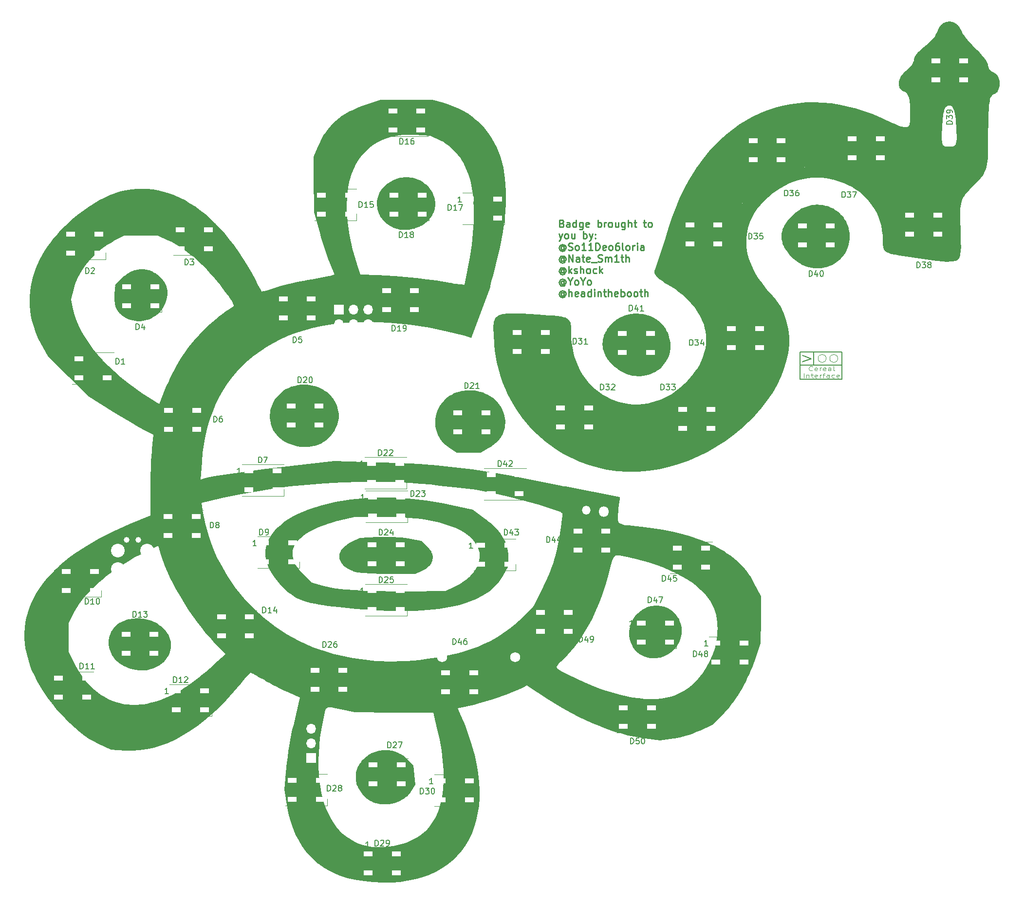
<source format=gbr>
%TF.GenerationSoftware,KiCad,Pcbnew,7.0.9*%
%TF.CreationDate,2023-12-28T12:29:43-06:00*%
%TF.ProjectId,bsidesPR,62736964-6573-4505-922e-6b696361645f,rev?*%
%TF.SameCoordinates,Original*%
%TF.FileFunction,Legend,Top*%
%TF.FilePolarity,Positive*%
%FSLAX46Y46*%
G04 Gerber Fmt 4.6, Leading zero omitted, Abs format (unit mm)*
G04 Created by KiCad (PCBNEW 7.0.9) date 2023-12-28 12:29:43*
%MOMM*%
%LPD*%
G01*
G04 APERTURE LIST*
%ADD10C,0.100000*%
%ADD11C,0.200000*%
%ADD12C,0.150000*%
%ADD13C,0.691262*%
%ADD14C,0.000000*%
%ADD15C,0.250000*%
%ADD16C,0.120000*%
%ADD17C,1.000000*%
%ADD18R,1.500000X0.900000*%
%ADD19R,1.700000X1.700000*%
%ADD20O,1.700000X1.700000*%
%ADD21O,1.800000X1.800000*%
%ADD22O,1.500000X1.500000*%
%ADD23C,2.374900*%
%ADD24C,0.990600*%
%ADD25C,1.734000*%
G04 APERTURE END LIST*
D10*
X166626570Y-89024585D02*
X166578951Y-89060300D01*
X166578951Y-89060300D02*
X166436094Y-89096014D01*
X166436094Y-89096014D02*
X166340856Y-89096014D01*
X166340856Y-89096014D02*
X166197999Y-89060300D01*
X166197999Y-89060300D02*
X166102761Y-88988871D01*
X166102761Y-88988871D02*
X166055142Y-88917442D01*
X166055142Y-88917442D02*
X166007523Y-88774585D01*
X166007523Y-88774585D02*
X166007523Y-88667442D01*
X166007523Y-88667442D02*
X166055142Y-88524585D01*
X166055142Y-88524585D02*
X166102761Y-88453157D01*
X166102761Y-88453157D02*
X166197999Y-88381728D01*
X166197999Y-88381728D02*
X166340856Y-88346014D01*
X166340856Y-88346014D02*
X166436094Y-88346014D01*
X166436094Y-88346014D02*
X166578951Y-88381728D01*
X166578951Y-88381728D02*
X166626570Y-88417442D01*
X167436094Y-89060300D02*
X167340856Y-89096014D01*
X167340856Y-89096014D02*
X167150380Y-89096014D01*
X167150380Y-89096014D02*
X167055142Y-89060300D01*
X167055142Y-89060300D02*
X167007523Y-88988871D01*
X167007523Y-88988871D02*
X167007523Y-88703157D01*
X167007523Y-88703157D02*
X167055142Y-88631728D01*
X167055142Y-88631728D02*
X167150380Y-88596014D01*
X167150380Y-88596014D02*
X167340856Y-88596014D01*
X167340856Y-88596014D02*
X167436094Y-88631728D01*
X167436094Y-88631728D02*
X167483713Y-88703157D01*
X167483713Y-88703157D02*
X167483713Y-88774585D01*
X167483713Y-88774585D02*
X167007523Y-88846014D01*
X167912285Y-89096014D02*
X167912285Y-88596014D01*
X167912285Y-88738871D02*
X167959904Y-88667442D01*
X167959904Y-88667442D02*
X168007523Y-88631728D01*
X168007523Y-88631728D02*
X168102761Y-88596014D01*
X168102761Y-88596014D02*
X168197999Y-88596014D01*
X168912285Y-89060300D02*
X168817047Y-89096014D01*
X168817047Y-89096014D02*
X168626571Y-89096014D01*
X168626571Y-89096014D02*
X168531333Y-89060300D01*
X168531333Y-89060300D02*
X168483714Y-88988871D01*
X168483714Y-88988871D02*
X168483714Y-88703157D01*
X168483714Y-88703157D02*
X168531333Y-88631728D01*
X168531333Y-88631728D02*
X168626571Y-88596014D01*
X168626571Y-88596014D02*
X168817047Y-88596014D01*
X168817047Y-88596014D02*
X168912285Y-88631728D01*
X168912285Y-88631728D02*
X168959904Y-88703157D01*
X168959904Y-88703157D02*
X168959904Y-88774585D01*
X168959904Y-88774585D02*
X168483714Y-88846014D01*
X169817047Y-89096014D02*
X169817047Y-88703157D01*
X169817047Y-88703157D02*
X169769428Y-88631728D01*
X169769428Y-88631728D02*
X169674190Y-88596014D01*
X169674190Y-88596014D02*
X169483714Y-88596014D01*
X169483714Y-88596014D02*
X169388476Y-88631728D01*
X169817047Y-89060300D02*
X169721809Y-89096014D01*
X169721809Y-89096014D02*
X169483714Y-89096014D01*
X169483714Y-89096014D02*
X169388476Y-89060300D01*
X169388476Y-89060300D02*
X169340857Y-88988871D01*
X169340857Y-88988871D02*
X169340857Y-88917442D01*
X169340857Y-88917442D02*
X169388476Y-88846014D01*
X169388476Y-88846014D02*
X169483714Y-88810300D01*
X169483714Y-88810300D02*
X169721809Y-88810300D01*
X169721809Y-88810300D02*
X169817047Y-88774585D01*
X170436095Y-89096014D02*
X170340857Y-89060300D01*
X170340857Y-89060300D02*
X170293238Y-88988871D01*
X170293238Y-88988871D02*
X170293238Y-88346014D01*
X165126571Y-90303514D02*
X165126571Y-89553514D01*
X165602761Y-89803514D02*
X165602761Y-90303514D01*
X165602761Y-89874942D02*
X165650380Y-89839228D01*
X165650380Y-89839228D02*
X165745618Y-89803514D01*
X165745618Y-89803514D02*
X165888475Y-89803514D01*
X165888475Y-89803514D02*
X165983713Y-89839228D01*
X165983713Y-89839228D02*
X166031332Y-89910657D01*
X166031332Y-89910657D02*
X166031332Y-90303514D01*
X166364666Y-89803514D02*
X166745618Y-89803514D01*
X166507523Y-89553514D02*
X166507523Y-90196371D01*
X166507523Y-90196371D02*
X166555142Y-90267800D01*
X166555142Y-90267800D02*
X166650380Y-90303514D01*
X166650380Y-90303514D02*
X166745618Y-90303514D01*
X167459904Y-90267800D02*
X167364666Y-90303514D01*
X167364666Y-90303514D02*
X167174190Y-90303514D01*
X167174190Y-90303514D02*
X167078952Y-90267800D01*
X167078952Y-90267800D02*
X167031333Y-90196371D01*
X167031333Y-90196371D02*
X167031333Y-89910657D01*
X167031333Y-89910657D02*
X167078952Y-89839228D01*
X167078952Y-89839228D02*
X167174190Y-89803514D01*
X167174190Y-89803514D02*
X167364666Y-89803514D01*
X167364666Y-89803514D02*
X167459904Y-89839228D01*
X167459904Y-89839228D02*
X167507523Y-89910657D01*
X167507523Y-89910657D02*
X167507523Y-89982085D01*
X167507523Y-89982085D02*
X167031333Y-90053514D01*
X167936095Y-90303514D02*
X167936095Y-89803514D01*
X167936095Y-89946371D02*
X167983714Y-89874942D01*
X167983714Y-89874942D02*
X168031333Y-89839228D01*
X168031333Y-89839228D02*
X168126571Y-89803514D01*
X168126571Y-89803514D02*
X168221809Y-89803514D01*
X168412286Y-89803514D02*
X168793238Y-89803514D01*
X168555143Y-90303514D02*
X168555143Y-89660657D01*
X168555143Y-89660657D02*
X168602762Y-89589228D01*
X168602762Y-89589228D02*
X168698000Y-89553514D01*
X168698000Y-89553514D02*
X168793238Y-89553514D01*
X169555143Y-90303514D02*
X169555143Y-89910657D01*
X169555143Y-89910657D02*
X169507524Y-89839228D01*
X169507524Y-89839228D02*
X169412286Y-89803514D01*
X169412286Y-89803514D02*
X169221810Y-89803514D01*
X169221810Y-89803514D02*
X169126572Y-89839228D01*
X169555143Y-90267800D02*
X169459905Y-90303514D01*
X169459905Y-90303514D02*
X169221810Y-90303514D01*
X169221810Y-90303514D02*
X169126572Y-90267800D01*
X169126572Y-90267800D02*
X169078953Y-90196371D01*
X169078953Y-90196371D02*
X169078953Y-90124942D01*
X169078953Y-90124942D02*
X169126572Y-90053514D01*
X169126572Y-90053514D02*
X169221810Y-90017800D01*
X169221810Y-90017800D02*
X169459905Y-90017800D01*
X169459905Y-90017800D02*
X169555143Y-89982085D01*
X170459905Y-90267800D02*
X170364667Y-90303514D01*
X170364667Y-90303514D02*
X170174191Y-90303514D01*
X170174191Y-90303514D02*
X170078953Y-90267800D01*
X170078953Y-90267800D02*
X170031334Y-90232085D01*
X170031334Y-90232085D02*
X169983715Y-90160657D01*
X169983715Y-90160657D02*
X169983715Y-89946371D01*
X169983715Y-89946371D02*
X170031334Y-89874942D01*
X170031334Y-89874942D02*
X170078953Y-89839228D01*
X170078953Y-89839228D02*
X170174191Y-89803514D01*
X170174191Y-89803514D02*
X170364667Y-89803514D01*
X170364667Y-89803514D02*
X170459905Y-89839228D01*
X171269429Y-90267800D02*
X171174191Y-90303514D01*
X171174191Y-90303514D02*
X170983715Y-90303514D01*
X170983715Y-90303514D02*
X170888477Y-90267800D01*
X170888477Y-90267800D02*
X170840858Y-90196371D01*
X170840858Y-90196371D02*
X170840858Y-89910657D01*
X170840858Y-89910657D02*
X170888477Y-89839228D01*
X170888477Y-89839228D02*
X170983715Y-89803514D01*
X170983715Y-89803514D02*
X171174191Y-89803514D01*
X171174191Y-89803514D02*
X171269429Y-89839228D01*
X171269429Y-89839228D02*
X171317048Y-89910657D01*
X171317048Y-89910657D02*
X171317048Y-89982085D01*
X171317048Y-89982085D02*
X170840858Y-90053514D01*
D11*
X164921422Y-86432004D02*
X166445232Y-87003433D01*
X166445232Y-87003433D02*
X164921422Y-87574861D01*
D12*
X164453000Y-85813000D02*
X166878000Y-85813000D01*
X166878000Y-88138000D01*
X164453000Y-88138000D01*
X164453000Y-85813000D01*
X164478000Y-85813000D02*
X171778000Y-85813000D01*
X171778000Y-90563000D01*
X164478000Y-90563000D01*
X164478000Y-85813000D01*
X166878000Y-85813000D02*
X171778000Y-85813000D01*
X171778000Y-88138000D01*
X166878000Y-88138000D01*
X166878000Y-85813000D01*
D13*
X165036346Y-53458033D02*
G75*
G03*
X165036346Y-53458033I-345631J0D01*
G01*
D14*
G36*
X49330188Y-132189272D02*
G01*
X49671848Y-132202061D01*
X50013664Y-132230931D01*
X50354406Y-132275864D01*
X50692844Y-132336841D01*
X51027748Y-132413847D01*
X51357889Y-132506861D01*
X51682037Y-132615869D01*
X51998963Y-132740850D01*
X52307437Y-132881789D01*
X52606228Y-133038667D01*
X52894108Y-133211467D01*
X53169847Y-133400171D01*
X53432215Y-133604762D01*
X53679982Y-133825221D01*
X53911919Y-134061532D01*
X54126796Y-134313677D01*
X54401414Y-134692800D01*
X54628429Y-135074217D01*
X54809421Y-135456513D01*
X54945966Y-135838277D01*
X55039643Y-136218096D01*
X55092030Y-136594557D01*
X55104704Y-136966249D01*
X55079245Y-137331757D01*
X55017229Y-137689670D01*
X54920235Y-138038575D01*
X54789841Y-138377059D01*
X54627626Y-138703710D01*
X54435166Y-139017115D01*
X54214040Y-139315862D01*
X53965826Y-139598537D01*
X53692102Y-139863729D01*
X53394446Y-140110025D01*
X53074437Y-140336012D01*
X52733652Y-140540277D01*
X52373668Y-140721409D01*
X51996065Y-140877993D01*
X51602420Y-141008619D01*
X51194312Y-141111873D01*
X50773317Y-141186342D01*
X50341015Y-141230614D01*
X49898984Y-141243276D01*
X49448800Y-141222916D01*
X48992043Y-141168121D01*
X48530291Y-141077479D01*
X48065121Y-140949577D01*
X47598111Y-140783002D01*
X47130840Y-140576342D01*
X46882724Y-140448858D01*
X46644807Y-140313034D01*
X46417218Y-140169237D01*
X46200085Y-140017834D01*
X45993538Y-139859194D01*
X45797706Y-139693686D01*
X45612717Y-139521676D01*
X45438700Y-139343533D01*
X45275786Y-139159625D01*
X45124102Y-138970320D01*
X44983779Y-138775986D01*
X44854944Y-138576991D01*
X44737727Y-138373703D01*
X44632257Y-138166490D01*
X44538663Y-137955719D01*
X44457074Y-137741760D01*
X44387619Y-137524980D01*
X44330427Y-137305747D01*
X44285628Y-137084428D01*
X44253349Y-136861393D01*
X44233721Y-136637009D01*
X44226872Y-136411644D01*
X44232932Y-136185665D01*
X44252028Y-135959442D01*
X44284291Y-135733342D01*
X44329850Y-135507733D01*
X44388833Y-135282983D01*
X44461370Y-135059460D01*
X44547589Y-134837532D01*
X44647620Y-134617568D01*
X44761591Y-134399934D01*
X44889632Y-134184999D01*
X45061347Y-133938235D01*
X45252915Y-133707821D01*
X45463106Y-133493742D01*
X45690689Y-133295979D01*
X45934433Y-133114515D01*
X46193107Y-132949334D01*
X46465480Y-132800418D01*
X46750321Y-132667749D01*
X47046399Y-132551311D01*
X47352484Y-132451087D01*
X47667343Y-132367058D01*
X47989747Y-132299209D01*
X48318465Y-132247521D01*
X48652265Y-132211978D01*
X48989916Y-132192562D01*
X49330188Y-132189256D01*
X49330188Y-132189272D01*
G37*
G36*
X107159796Y-92529587D02*
G01*
X107307521Y-92533785D01*
X107307521Y-92533571D01*
X107848626Y-92573908D01*
X108368777Y-92651616D01*
X108867168Y-92764735D01*
X109342991Y-92911306D01*
X109795440Y-93089370D01*
X110223709Y-93296966D01*
X110626990Y-93532135D01*
X111004477Y-93792917D01*
X111355363Y-94077354D01*
X111678841Y-94383485D01*
X111974104Y-94709351D01*
X112240346Y-95052993D01*
X112476760Y-95412450D01*
X112682539Y-95785764D01*
X112856876Y-96170974D01*
X112998966Y-96566122D01*
X113107999Y-96969247D01*
X113183171Y-97378391D01*
X113223674Y-97791593D01*
X113228702Y-98206894D01*
X113197447Y-98622335D01*
X113129103Y-99035956D01*
X113022864Y-99445797D01*
X112877922Y-99849899D01*
X112693471Y-100246303D01*
X112468703Y-100633048D01*
X112202813Y-101008175D01*
X111894993Y-101369725D01*
X111544437Y-101715739D01*
X111150337Y-102044256D01*
X110711888Y-102353317D01*
X110228282Y-102640962D01*
X108946704Y-103340135D01*
X106842952Y-103345140D01*
X104739719Y-103350145D01*
X103536182Y-102562593D01*
X103145289Y-102284752D01*
X102789258Y-101987097D01*
X102467641Y-101671388D01*
X102179986Y-101339389D01*
X101925844Y-100992860D01*
X101704764Y-100633562D01*
X101516296Y-100263259D01*
X101359991Y-99883711D01*
X101235397Y-99496680D01*
X101142065Y-99103927D01*
X101079545Y-98707214D01*
X101047387Y-98308303D01*
X101045140Y-97908955D01*
X101072354Y-97510932D01*
X101128579Y-97115995D01*
X101213366Y-96725906D01*
X101326263Y-96342427D01*
X101466821Y-95967319D01*
X101634590Y-95602344D01*
X101829119Y-95249264D01*
X102049958Y-94909839D01*
X102296657Y-94585833D01*
X102568767Y-94279005D01*
X102865836Y-93991118D01*
X103187416Y-93723934D01*
X103533055Y-93479213D01*
X103902303Y-93258719D01*
X104294711Y-93064211D01*
X104709828Y-92897452D01*
X105147204Y-92760204D01*
X105606389Y-92654228D01*
X106086932Y-92581285D01*
X106244258Y-92564890D01*
X106400253Y-92551575D01*
X106554905Y-92541294D01*
X106708199Y-92534000D01*
X106860121Y-92529649D01*
X107010658Y-92528193D01*
X107159796Y-92529587D01*
G37*
G36*
X167840478Y-60242471D02*
G01*
X168117256Y-60265840D01*
X168391543Y-60302090D01*
X168662854Y-60351028D01*
X168930706Y-60412463D01*
X169194616Y-60486204D01*
X169454100Y-60572059D01*
X169708675Y-60669836D01*
X169957856Y-60779344D01*
X170201160Y-60900391D01*
X170438104Y-61032786D01*
X170668204Y-61176337D01*
X170890977Y-61330853D01*
X171105938Y-61496141D01*
X171312604Y-61672010D01*
X171510492Y-61858270D01*
X171699118Y-62054727D01*
X171877998Y-62261191D01*
X172046648Y-62477470D01*
X172204586Y-62703372D01*
X172351328Y-62938706D01*
X172486389Y-63183280D01*
X172609286Y-63436903D01*
X172719536Y-63699383D01*
X172816655Y-63970529D01*
X172900160Y-64250148D01*
X172969566Y-64538050D01*
X173024391Y-64834042D01*
X173064150Y-65137934D01*
X173088360Y-65449533D01*
X173096538Y-65768648D01*
X173079315Y-66230347D01*
X173028640Y-66675965D01*
X172946000Y-67104913D01*
X172832883Y-67516600D01*
X172690777Y-67910436D01*
X172521170Y-68285831D01*
X172325551Y-68642196D01*
X172105406Y-68978939D01*
X171862225Y-69295471D01*
X171597495Y-69591202D01*
X171312705Y-69865542D01*
X171009341Y-70117900D01*
X170688893Y-70347687D01*
X170352847Y-70554312D01*
X170002693Y-70737186D01*
X169639919Y-70895718D01*
X169266011Y-71029318D01*
X168882459Y-71137396D01*
X168490750Y-71219362D01*
X168092372Y-71274626D01*
X167688813Y-71302598D01*
X167281562Y-71302688D01*
X166872106Y-71274305D01*
X166461933Y-71216860D01*
X166052531Y-71129763D01*
X165645389Y-71012423D01*
X165241994Y-70864251D01*
X164843834Y-70684655D01*
X164452398Y-70473047D01*
X164069173Y-70228836D01*
X163695647Y-69951432D01*
X163333308Y-69640245D01*
X163080716Y-69399823D01*
X162844419Y-69159103D01*
X162624419Y-68918106D01*
X162420716Y-68676851D01*
X162233308Y-68435358D01*
X162062197Y-68193647D01*
X161907382Y-67951738D01*
X161768864Y-67709650D01*
X161646642Y-67467404D01*
X161540716Y-67225020D01*
X161451086Y-66982516D01*
X161377753Y-66739913D01*
X161320716Y-66497231D01*
X161279975Y-66254490D01*
X161255531Y-66011708D01*
X161247382Y-65768907D01*
X161255531Y-65526106D01*
X161279975Y-65283325D01*
X161320716Y-65040584D01*
X161377753Y-64797902D01*
X161451086Y-64555299D01*
X161540716Y-64312795D01*
X161646642Y-64070410D01*
X161768864Y-63828164D01*
X161907382Y-63586077D01*
X162062197Y-63344168D01*
X162233308Y-63102457D01*
X162420716Y-62860964D01*
X162624419Y-62619709D01*
X162844419Y-62378712D01*
X163080716Y-62137992D01*
X163333308Y-61897569D01*
X163558378Y-61699086D01*
X163788032Y-61513886D01*
X164021908Y-61341824D01*
X164259643Y-61182758D01*
X164500873Y-61036542D01*
X164745237Y-60903033D01*
X164992372Y-60782086D01*
X165241914Y-60673559D01*
X165493501Y-60577307D01*
X165746770Y-60493185D01*
X166001357Y-60421050D01*
X166256901Y-60360758D01*
X166513039Y-60312165D01*
X166769407Y-60275127D01*
X167025642Y-60249500D01*
X167281383Y-60235140D01*
X167561693Y-60232174D01*
X167840478Y-60242471D01*
G37*
D13*
X171153605Y-45479622D02*
G75*
G03*
X171153605Y-45479622I-345631J0D01*
G01*
D14*
G36*
X93118066Y-118008390D02*
G01*
X93837732Y-118034376D01*
X94536767Y-118074689D01*
X95197410Y-118128496D01*
X95801901Y-118194968D01*
X96332477Y-118273271D01*
X98607272Y-118664980D01*
X99661990Y-119680941D01*
X99803240Y-119823427D01*
X99932891Y-119967448D01*
X100050991Y-120112798D01*
X100157587Y-120259271D01*
X100252727Y-120406661D01*
X100336459Y-120554762D01*
X100408830Y-120703369D01*
X100469888Y-120852275D01*
X100519681Y-121001276D01*
X100558255Y-121150165D01*
X100585659Y-121298736D01*
X100601941Y-121446784D01*
X100607148Y-121594103D01*
X100601327Y-121740487D01*
X100584526Y-121885730D01*
X100556793Y-122029627D01*
X100518176Y-122171971D01*
X100468722Y-122312558D01*
X100408478Y-122451180D01*
X100337493Y-122587633D01*
X100255813Y-122721710D01*
X100163487Y-122853206D01*
X100060563Y-122981916D01*
X99947087Y-123107632D01*
X99823107Y-123230150D01*
X99688672Y-123349263D01*
X99543828Y-123464767D01*
X99388623Y-123576454D01*
X99223105Y-123684120D01*
X99047322Y-123787558D01*
X98861320Y-123886563D01*
X98665149Y-123980928D01*
X97553073Y-124489427D01*
X93083064Y-124457430D01*
X92162970Y-124445984D01*
X91261619Y-124425536D01*
X90401808Y-124397229D01*
X89606333Y-124362207D01*
X88897990Y-124321616D01*
X88299575Y-124276597D01*
X87833885Y-124228297D01*
X87657935Y-124203273D01*
X87523715Y-124177858D01*
X87186157Y-124093084D01*
X86866981Y-123996868D01*
X86566313Y-123889833D01*
X86284278Y-123772607D01*
X86021003Y-123645814D01*
X85776613Y-123510079D01*
X85551233Y-123366027D01*
X85344989Y-123214284D01*
X85158006Y-123055476D01*
X84990410Y-122890227D01*
X84842327Y-122719163D01*
X84713881Y-122542908D01*
X84605199Y-122362089D01*
X84516406Y-122177331D01*
X84447628Y-121989258D01*
X84398990Y-121798496D01*
X84370618Y-121605671D01*
X84362636Y-121411407D01*
X84375172Y-121216330D01*
X84408350Y-121021066D01*
X84462296Y-120826238D01*
X84537135Y-120632474D01*
X84632993Y-120440397D01*
X84749996Y-120250634D01*
X84888268Y-120063810D01*
X85047937Y-119880549D01*
X85229126Y-119701477D01*
X85431962Y-119527220D01*
X85656570Y-119358402D01*
X85903076Y-119195650D01*
X86171605Y-119039587D01*
X86462283Y-118890840D01*
X87968135Y-118167894D01*
X91012912Y-118024752D01*
X91012904Y-118024706D01*
X91687891Y-118002723D01*
X92395533Y-117997562D01*
X93118066Y-118008390D01*
G37*
G36*
X102491802Y-42535662D02*
G01*
X103412582Y-42828891D01*
X104293363Y-43162393D01*
X105134046Y-43535867D01*
X105934531Y-43949008D01*
X106694720Y-44401514D01*
X107414513Y-44893082D01*
X108093811Y-45423410D01*
X108732515Y-45992195D01*
X109330525Y-46599133D01*
X109887742Y-47243923D01*
X110404067Y-47926262D01*
X110879401Y-48645846D01*
X111313644Y-49402373D01*
X111706698Y-50195540D01*
X112058462Y-51025045D01*
X112368839Y-51890585D01*
X112865030Y-53728557D01*
X113194478Y-55707035D01*
X113356388Y-57823596D01*
X113349967Y-60075819D01*
X113174421Y-62461282D01*
X112828956Y-64977562D01*
X112312779Y-67622237D01*
X111625095Y-70392885D01*
X111433430Y-71105608D01*
X111253574Y-71795563D01*
X111089063Y-72447598D01*
X110943435Y-73046562D01*
X110820227Y-73577301D01*
X110722978Y-74024663D01*
X110655223Y-74373495D01*
X110620502Y-74608644D01*
X107302875Y-83412248D01*
X105957127Y-82998675D01*
X104555289Y-82615362D01*
X103096389Y-82262078D01*
X101579454Y-81938591D01*
X100003511Y-81644669D01*
X98367587Y-81380080D01*
X96670710Y-81144593D01*
X94911907Y-80937975D01*
X93035640Y-80767150D01*
X91202371Y-80661866D01*
X89412962Y-80621521D01*
X87668278Y-80645512D01*
X85969180Y-80733236D01*
X84316531Y-80884090D01*
X82711194Y-81097473D01*
X81154031Y-81372780D01*
X79645907Y-81709410D01*
X78187682Y-82106760D01*
X76780221Y-82564228D01*
X75424386Y-83081209D01*
X74121039Y-83657103D01*
X72871044Y-84291305D01*
X71675264Y-84983214D01*
X70534560Y-85732227D01*
X69449796Y-86537741D01*
X68421835Y-87399154D01*
X67451540Y-88315862D01*
X66539773Y-89287263D01*
X65687397Y-90312755D01*
X64895275Y-91391735D01*
X64164269Y-92523600D01*
X63495243Y-93707747D01*
X62889060Y-94943573D01*
X62346581Y-96230477D01*
X61868670Y-97567856D01*
X61456190Y-98955106D01*
X61110003Y-100391625D01*
X60830973Y-101876811D01*
X60619962Y-103410060D01*
X60477832Y-104990770D01*
X60274745Y-108030367D01*
X60727432Y-107874834D01*
X61426066Y-107701981D01*
X62638442Y-107475430D01*
X66273660Y-106909012D01*
X70971576Y-106271145D01*
X76070682Y-105657396D01*
X83449558Y-104829546D01*
X91195857Y-105041414D01*
X94901781Y-105167181D01*
X98263804Y-105339521D01*
X101402817Y-105572390D01*
X104439710Y-105879747D01*
X107495373Y-106275550D01*
X110690697Y-106773756D01*
X114146573Y-107388324D01*
X117983890Y-108133211D01*
X120023847Y-108538282D01*
X121760838Y-108876762D01*
X123010947Y-109113215D01*
X123395947Y-109182108D01*
X123590259Y-109212206D01*
X123665759Y-109220201D01*
X133163890Y-111104845D01*
X133134990Y-111389574D01*
X132926373Y-112993933D01*
X132844940Y-113624908D01*
X132788979Y-114154957D01*
X132766157Y-114593985D01*
X132769570Y-114782462D01*
X132784141Y-114951899D01*
X132810831Y-115103534D01*
X132850598Y-115238606D01*
X132904399Y-115358352D01*
X132973193Y-115464012D01*
X133057939Y-115556823D01*
X133159595Y-115638024D01*
X133279118Y-115708853D01*
X133417469Y-115770548D01*
X133575604Y-115824348D01*
X133754482Y-115871492D01*
X134178301Y-115950760D01*
X134696592Y-116018262D01*
X135317023Y-116083901D01*
X136894969Y-116249224D01*
X138795507Y-116495429D01*
X140604319Y-116789096D01*
X142321702Y-117130373D01*
X143947952Y-117519407D01*
X145483368Y-117956348D01*
X146217105Y-118192830D01*
X146928245Y-118441344D01*
X147616825Y-118701909D01*
X148282882Y-118974544D01*
X148926453Y-119259266D01*
X149547574Y-119556095D01*
X150146284Y-119865049D01*
X150722619Y-120186146D01*
X151276617Y-120519406D01*
X151808315Y-120864846D01*
X152317749Y-121222486D01*
X152804957Y-121592344D01*
X153269975Y-121974438D01*
X153712842Y-122368786D01*
X154133595Y-122775409D01*
X154532269Y-123194323D01*
X154908903Y-123625548D01*
X155263534Y-124069102D01*
X155596198Y-124525004D01*
X155906933Y-124993272D01*
X156195776Y-125473925D01*
X156462764Y-125966982D01*
X157682338Y-128345125D01*
X157665233Y-132401201D01*
X157647639Y-136457796D01*
X156744334Y-139100023D01*
X156491846Y-139812562D01*
X156226162Y-140512090D01*
X155947672Y-141197926D01*
X155656766Y-141869390D01*
X155353832Y-142525802D01*
X155039259Y-143166482D01*
X154713437Y-143790750D01*
X154376754Y-144397924D01*
X154029599Y-144987326D01*
X153672362Y-145558274D01*
X153305431Y-146110089D01*
X152929195Y-146642090D01*
X152544043Y-147153597D01*
X152150365Y-147643930D01*
X151748549Y-148112408D01*
X151338985Y-148558351D01*
X149406795Y-150589754D01*
X147089626Y-151679613D01*
X146544630Y-151922403D01*
X145970735Y-152152683D01*
X145377666Y-152367457D01*
X144775148Y-152563726D01*
X144172906Y-152738494D01*
X143580668Y-152888761D01*
X143008156Y-153011532D01*
X142732338Y-153061669D01*
X142465099Y-153103807D01*
X140157222Y-153438158D01*
X137532573Y-153091921D01*
X136555387Y-152944028D01*
X135562314Y-152756125D01*
X134554085Y-152528509D01*
X133531428Y-152261479D01*
X132495073Y-151955332D01*
X131445750Y-151610367D01*
X130384189Y-151226882D01*
X129311118Y-150805176D01*
X128227268Y-150345545D01*
X127133368Y-149848289D01*
X126030147Y-149313705D01*
X124918335Y-148742092D01*
X123798662Y-148133748D01*
X122671856Y-147488971D01*
X121538649Y-146808059D01*
X120399768Y-146091310D01*
X116929698Y-143857851D01*
X116165920Y-144268679D01*
X115481298Y-144601013D01*
X114593001Y-144977159D01*
X113550089Y-145380066D01*
X112401620Y-145792684D01*
X111196654Y-146197963D01*
X109984250Y-146578850D01*
X108813466Y-146918297D01*
X107733363Y-147199251D01*
X104964534Y-147867952D01*
X105532985Y-149157274D01*
X106263952Y-150907730D01*
X106898019Y-152621575D01*
X107436424Y-154296910D01*
X107880405Y-155931838D01*
X108231199Y-157524457D01*
X108490043Y-159072871D01*
X108658177Y-160575179D01*
X108736836Y-162029483D01*
X108727259Y-163433884D01*
X108630683Y-164786483D01*
X108448347Y-166085381D01*
X108181486Y-167328679D01*
X107831340Y-168514478D01*
X107399146Y-169640879D01*
X106886140Y-170705984D01*
X106293562Y-171707893D01*
X105622648Y-172644708D01*
X104874637Y-173514529D01*
X104050765Y-174315457D01*
X103152271Y-175045594D01*
X102180391Y-175703041D01*
X101136364Y-176285899D01*
X100021428Y-176792268D01*
X98836819Y-177220251D01*
X97583776Y-177567947D01*
X96263535Y-177833458D01*
X94877336Y-178014886D01*
X93426414Y-178110330D01*
X91912008Y-178117893D01*
X90335356Y-178035675D01*
X88697695Y-177861777D01*
X87000262Y-177594301D01*
X86999744Y-177594301D01*
X85836793Y-177339586D01*
X84727547Y-177009890D01*
X83672897Y-176606170D01*
X82673732Y-176129383D01*
X81730941Y-175580486D01*
X80845414Y-174960436D01*
X80424402Y-174624028D01*
X80018040Y-174270190D01*
X79249708Y-173510706D01*
X78541309Y-172682939D01*
X77893732Y-171787848D01*
X77307866Y-170826389D01*
X76784601Y-169799518D01*
X76324826Y-168708194D01*
X75929431Y-167553374D01*
X75599305Y-166336013D01*
X75335338Y-165057070D01*
X74788081Y-161948732D01*
X75160152Y-158062670D01*
X75252198Y-157212288D01*
X75297254Y-156861245D01*
X80727608Y-156861245D01*
X80730725Y-158082221D01*
X80783772Y-159260976D01*
X80885876Y-160396220D01*
X81036163Y-161486669D01*
X81233762Y-162531034D01*
X81477798Y-163528028D01*
X81767399Y-164476364D01*
X82101692Y-165374755D01*
X82479803Y-166221914D01*
X82900861Y-167016554D01*
X83363992Y-167757387D01*
X83868323Y-168443127D01*
X84412980Y-169072486D01*
X84997092Y-169644178D01*
X85619786Y-170156915D01*
X86280187Y-170609410D01*
X86977423Y-171000376D01*
X87710622Y-171328525D01*
X88478910Y-171592572D01*
X89281414Y-171791227D01*
X90117262Y-171923206D01*
X90985579Y-171987220D01*
X91885495Y-171981982D01*
X92816135Y-171906205D01*
X93776626Y-171758602D01*
X94766096Y-171537885D01*
X95783672Y-171242769D01*
X96360170Y-171038073D01*
X96911214Y-170804311D01*
X97436751Y-170541675D01*
X97936728Y-170250354D01*
X98411092Y-169930541D01*
X98859789Y-169582427D01*
X99282768Y-169206202D01*
X99679974Y-168802059D01*
X100051356Y-168370187D01*
X100396859Y-167910779D01*
X100716432Y-167424024D01*
X101010020Y-166910116D01*
X101519033Y-165801599D01*
X101923474Y-164586757D01*
X102222918Y-163267121D01*
X102416944Y-161844217D01*
X102505125Y-160319577D01*
X102487039Y-158694728D01*
X102362261Y-156971200D01*
X102130368Y-155150522D01*
X101790935Y-153234223D01*
X101343540Y-151223833D01*
X100699138Y-148581102D01*
X93849429Y-148560900D01*
X86999721Y-148540193D01*
X84600902Y-148021364D01*
X83306757Y-147733423D01*
X83069393Y-147687173D01*
X82961870Y-147669121D01*
X82861357Y-147654747D01*
X82767534Y-147644270D01*
X82680080Y-147637911D01*
X82598672Y-147635890D01*
X82522990Y-147638429D01*
X82522983Y-147638521D01*
X82408709Y-147653501D01*
X82307987Y-147682796D01*
X82219335Y-147727427D01*
X82141274Y-147788417D01*
X82072321Y-147866787D01*
X82010997Y-147963558D01*
X81955820Y-148079752D01*
X81905310Y-148216391D01*
X81857985Y-148374495D01*
X81812365Y-148555086D01*
X81720317Y-148987818D01*
X81491519Y-150168077D01*
X81231894Y-151580858D01*
X81026563Y-152957853D01*
X80874654Y-154297773D01*
X80775293Y-155599333D01*
X80727608Y-156861245D01*
X75297254Y-156861245D01*
X75371338Y-156284028D01*
X75512580Y-155307856D01*
X75670930Y-154313740D01*
X75841398Y-153331646D01*
X76018991Y-152391542D01*
X76198716Y-151523396D01*
X76375583Y-150757173D01*
X77385341Y-146641649D01*
X77552776Y-145945055D01*
X75480548Y-145049501D01*
X75019527Y-144843411D01*
X74502917Y-144600494D01*
X73948205Y-144329692D01*
X73372878Y-144039944D01*
X72794424Y-143740191D01*
X72230331Y-143439376D01*
X71698085Y-143146437D01*
X71215175Y-142870317D01*
X70355598Y-142371920D01*
X69973867Y-142153926D01*
X69636724Y-141963758D01*
X69353582Y-141806683D01*
X69133854Y-141687965D01*
X68986952Y-141612873D01*
X68943753Y-141593332D01*
X68922290Y-141586672D01*
X68903988Y-141596758D01*
X68870061Y-141626351D01*
X68758785Y-141740073D01*
X68595364Y-141919863D01*
X68386699Y-142157747D01*
X67861245Y-142775899D01*
X67237636Y-143530733D01*
X66006244Y-144986922D01*
X64764874Y-146349880D01*
X63514940Y-147618785D01*
X62257856Y-148792818D01*
X60995037Y-149871159D01*
X59727895Y-150852989D01*
X58457844Y-151737486D01*
X57186300Y-152523832D01*
X55914675Y-153211206D01*
X54644384Y-153798789D01*
X53376840Y-154285760D01*
X52113457Y-154671299D01*
X50855649Y-154954587D01*
X49604831Y-155134803D01*
X48362416Y-155211128D01*
X47129817Y-155182741D01*
X44627128Y-155017366D01*
X42461887Y-154022081D01*
X41668165Y-153617512D01*
X40854382Y-153127053D01*
X40026874Y-152557743D01*
X39191977Y-151916620D01*
X38356028Y-151210722D01*
X37525364Y-150447087D01*
X36706321Y-149632754D01*
X35905235Y-148774759D01*
X35128444Y-147880142D01*
X34382284Y-146955941D01*
X33673091Y-146009194D01*
X33007202Y-145046938D01*
X32390954Y-144076212D01*
X31830682Y-143104054D01*
X31332724Y-142137503D01*
X30903417Y-141183596D01*
X30538939Y-140238147D01*
X30234159Y-139299762D01*
X29988894Y-138368710D01*
X29919910Y-138026094D01*
X37296813Y-138026094D01*
X38332408Y-140039400D01*
X38937303Y-141128824D01*
X39585993Y-142131170D01*
X40277049Y-143045771D01*
X40638018Y-143469957D01*
X41009043Y-143871956D01*
X41389944Y-144251684D01*
X41780544Y-144609057D01*
X42180663Y-144943992D01*
X42590124Y-145256405D01*
X43008747Y-145546212D01*
X43436354Y-145813330D01*
X43872767Y-146057675D01*
X44317806Y-146279163D01*
X44771293Y-146477712D01*
X45233050Y-146653236D01*
X45702897Y-146805653D01*
X46180657Y-146934879D01*
X46666151Y-147040830D01*
X47159199Y-147123423D01*
X47659624Y-147182574D01*
X48167246Y-147218199D01*
X48681888Y-147230215D01*
X49203370Y-147218538D01*
X49731514Y-147183085D01*
X50266141Y-147123771D01*
X50807073Y-147040514D01*
X51354131Y-146933229D01*
X52465911Y-146646242D01*
X53045306Y-146459952D01*
X53631442Y-146245129D01*
X54224311Y-146001777D01*
X54823905Y-145729904D01*
X55430217Y-145429513D01*
X56043238Y-145100610D01*
X56662961Y-144743200D01*
X57289378Y-144357288D01*
X57922481Y-143942880D01*
X58562261Y-143499982D01*
X59208713Y-143028597D01*
X59861826Y-142528732D01*
X60521594Y-142000391D01*
X61188009Y-141443580D01*
X61861063Y-140858305D01*
X62109484Y-140633988D01*
X122171293Y-140633988D01*
X122180592Y-140699272D01*
X122202873Y-140763277D01*
X122238287Y-140826611D01*
X122286982Y-140889885D01*
X122349107Y-140953706D01*
X122424812Y-141018685D01*
X122514245Y-141085429D01*
X122734892Y-141226653D01*
X123012241Y-141382251D01*
X123347484Y-141557094D01*
X124196422Y-141984011D01*
X125566087Y-142652240D01*
X126904964Y-143263440D01*
X128212401Y-143817471D01*
X129487743Y-144314196D01*
X130730337Y-144753478D01*
X131939530Y-145135177D01*
X133114668Y-145459157D01*
X134255098Y-145725279D01*
X135360166Y-145933405D01*
X136429219Y-146083399D01*
X137461603Y-146175121D01*
X138456665Y-146208434D01*
X139413752Y-146183200D01*
X140332209Y-146099282D01*
X141211385Y-145956541D01*
X142050624Y-145754839D01*
X142584658Y-145584761D01*
X143106588Y-145380316D01*
X143615693Y-145142967D01*
X144111250Y-144874178D01*
X144592538Y-144575414D01*
X145058835Y-144248140D01*
X145509420Y-143893818D01*
X145943570Y-143513915D01*
X146360564Y-143109895D01*
X146759679Y-142683220D01*
X147140195Y-142235357D01*
X147501389Y-141767769D01*
X148162925Y-140779276D01*
X148738511Y-139729456D01*
X149222375Y-138630024D01*
X149608741Y-137492694D01*
X149891835Y-136329181D01*
X149992850Y-135741267D01*
X150065882Y-135151200D01*
X150110209Y-134560444D01*
X150125109Y-133970465D01*
X150109859Y-133382726D01*
X150063740Y-132798692D01*
X149986027Y-132219826D01*
X149876001Y-131647594D01*
X149732938Y-131083459D01*
X149556117Y-130528887D01*
X149267411Y-129848779D01*
X148886111Y-129176286D01*
X148415858Y-128513717D01*
X147860296Y-127863379D01*
X147223065Y-127227580D01*
X146507808Y-126608628D01*
X145718165Y-126008832D01*
X144857780Y-125430498D01*
X143930293Y-124875935D01*
X142939346Y-124347451D01*
X141888582Y-123847353D01*
X140781642Y-123377950D01*
X139622167Y-122941549D01*
X138413800Y-122540459D01*
X137160182Y-122176987D01*
X135864955Y-121853441D01*
X133944747Y-121395515D01*
X133593405Y-121320142D01*
X133434256Y-121290052D01*
X133285447Y-121265447D01*
X133146472Y-121246641D01*
X133016825Y-121233950D01*
X132895999Y-121227686D01*
X132783488Y-121228167D01*
X132613081Y-121244796D01*
X132462035Y-121282488D01*
X132328006Y-121342699D01*
X132208652Y-121426885D01*
X132101631Y-121536503D01*
X132004599Y-121673008D01*
X131915215Y-121837857D01*
X131831136Y-122032507D01*
X131750019Y-122258413D01*
X131669521Y-122517031D01*
X131501013Y-123138230D01*
X131068355Y-124837252D01*
X130757787Y-125954597D01*
X130420720Y-127050628D01*
X130058171Y-128123433D01*
X129671155Y-129171102D01*
X129260689Y-130191725D01*
X128827789Y-131183389D01*
X128373471Y-132144186D01*
X127898751Y-133072204D01*
X127404644Y-133965533D01*
X126892169Y-134822262D01*
X126362339Y-135640480D01*
X125816172Y-136418277D01*
X125254684Y-137153742D01*
X124678890Y-137844964D01*
X124089808Y-138490033D01*
X123488452Y-139087038D01*
X122883275Y-139657234D01*
X122647259Y-139888365D01*
X122457214Y-140090017D01*
X122379803Y-140181310D01*
X122314333Y-140267061D01*
X122260951Y-140347877D01*
X122219807Y-140424369D01*
X122191050Y-140497146D01*
X122174829Y-140566816D01*
X122171293Y-140633988D01*
X62109484Y-140633988D01*
X62540748Y-140244570D01*
X64546828Y-138399721D01*
X62446696Y-136185396D01*
X61731608Y-135406282D01*
X61023006Y-134584868D01*
X60323799Y-133725940D01*
X59636896Y-132834285D01*
X58965205Y-131914687D01*
X58311636Y-130971934D01*
X57679099Y-130010811D01*
X57070501Y-129036104D01*
X56488751Y-128052600D01*
X55936760Y-127065084D01*
X55417435Y-126078342D01*
X54933685Y-125097161D01*
X54488421Y-124126327D01*
X54084549Y-123170625D01*
X53724981Y-122234841D01*
X53412624Y-121323763D01*
X52845733Y-119556948D01*
X50956447Y-120475740D01*
X49837524Y-121038561D01*
X48754216Y-121621211D01*
X47708336Y-122222178D01*
X46701695Y-122839946D01*
X45736109Y-123473002D01*
X44813389Y-124119832D01*
X43935349Y-124778921D01*
X43103801Y-125448755D01*
X42320560Y-126127820D01*
X41587439Y-126814603D01*
X40906249Y-127507588D01*
X40278805Y-128205262D01*
X39706920Y-128906110D01*
X39192406Y-129608618D01*
X38737077Y-130311273D01*
X38342746Y-131012560D01*
X37296813Y-133028978D01*
X37296813Y-138026094D01*
X29919910Y-138026094D01*
X29802964Y-137445265D01*
X29676185Y-136529696D01*
X29608376Y-135622276D01*
X29599354Y-134723275D01*
X29648938Y-133832964D01*
X29756946Y-132951615D01*
X29923196Y-132079500D01*
X30147504Y-131216888D01*
X30429691Y-130364052D01*
X30769572Y-129521263D01*
X31166967Y-128688792D01*
X31621694Y-127866910D01*
X32133569Y-127055889D01*
X32702412Y-126256000D01*
X33328041Y-125467513D01*
X34010272Y-124690701D01*
X34748924Y-123925834D01*
X35543816Y-123173184D01*
X36394764Y-122433021D01*
X37301588Y-121705618D01*
X38264104Y-120991246D01*
X40355488Y-119602677D01*
X42667459Y-118269485D01*
X45198561Y-116993839D01*
X47947337Y-115777910D01*
X51497508Y-114304613D01*
X51506104Y-112108309D01*
X60374469Y-112108309D01*
X60579623Y-113402803D01*
X60800935Y-114632074D01*
X61072204Y-115844799D01*
X61392300Y-117039875D01*
X61760096Y-118216200D01*
X62174464Y-119372672D01*
X62634275Y-120508188D01*
X63138402Y-121621646D01*
X63685716Y-122711944D01*
X64905393Y-124818649D01*
X66284281Y-126819484D01*
X67813353Y-128705630D01*
X69483587Y-130468267D01*
X71285954Y-132098578D01*
X73211431Y-133587743D01*
X75250993Y-134926943D01*
X77395613Y-136107359D01*
X78504499Y-136635267D01*
X79636266Y-137120173D01*
X80789785Y-137560972D01*
X81963927Y-137956564D01*
X83157566Y-138305846D01*
X84369571Y-138607715D01*
X85598816Y-138861069D01*
X86844173Y-139064806D01*
X90066196Y-139522661D01*
X90785731Y-139597896D01*
X91664642Y-139646363D01*
X92667415Y-139668577D01*
X93758534Y-139665050D01*
X94902485Y-139636296D01*
X96063753Y-139582826D01*
X97206825Y-139505155D01*
X98296184Y-139403795D01*
X99744092Y-139229925D01*
X101134798Y-139025662D01*
X102470098Y-138790296D01*
X103751785Y-138523121D01*
X104981652Y-138223426D01*
X106161494Y-137890504D01*
X107293103Y-137523645D01*
X108378275Y-137122141D01*
X109418803Y-136685283D01*
X110416480Y-136212363D01*
X111373100Y-135702673D01*
X112290458Y-135155502D01*
X113170347Y-134570144D01*
X114014560Y-133945888D01*
X114824893Y-133282027D01*
X115603137Y-132577852D01*
X118063968Y-130240007D01*
X119691257Y-126976122D01*
X120029416Y-126276030D01*
X120366686Y-125537059D01*
X120694126Y-124781520D01*
X121002796Y-124031721D01*
X121283757Y-123309973D01*
X121528067Y-122638586D01*
X121726786Y-122039870D01*
X121870975Y-121536135D01*
X122123974Y-120462506D01*
X122373324Y-119267875D01*
X122606726Y-118028916D01*
X122811878Y-116822307D01*
X122976480Y-115724724D01*
X123088231Y-114812843D01*
X123120443Y-114450502D01*
X123134830Y-114163340D01*
X123129854Y-113960942D01*
X123119624Y-113894524D01*
X123103976Y-113852892D01*
X122897770Y-113708980D01*
X122446308Y-113512417D01*
X120929907Y-112993546D01*
X118799355Y-112360699D01*
X116299229Y-111678295D01*
X113674110Y-111010755D01*
X111168577Y-110422499D01*
X109027209Y-109977946D01*
X108169518Y-109829690D01*
X107494586Y-109741518D01*
X105236281Y-109495182D01*
X101846355Y-109100222D01*
X100174236Y-108916880D01*
X98475248Y-108762529D01*
X96752010Y-108637027D01*
X95007141Y-108540230D01*
X93243262Y-108471993D01*
X91462990Y-108432173D01*
X89668947Y-108420628D01*
X87863750Y-108437212D01*
X84837392Y-108526940D01*
X81799393Y-108693674D01*
X78761856Y-108936708D01*
X75736886Y-109255337D01*
X72736585Y-109648853D01*
X69773057Y-110116552D01*
X66858407Y-110657726D01*
X64004737Y-111271669D01*
X60374469Y-112108309D01*
X51506104Y-112108309D01*
X51515598Y-109682680D01*
X51524517Y-108705371D01*
X51543092Y-107699310D01*
X51604661Y-105716007D01*
X51645379Y-104796301D01*
X51691202Y-103962916D01*
X51740994Y-103244621D01*
X51793617Y-102670183D01*
X52054065Y-100280138D01*
X50370963Y-99406282D01*
X49952919Y-99180432D01*
X49408241Y-98872588D01*
X48030899Y-98065658D01*
X46422770Y-97094984D01*
X44767688Y-96070055D01*
X40846996Y-93608202D01*
X37280288Y-90163454D01*
X33713582Y-86719210D01*
X32398416Y-84232027D01*
X32003882Y-83439344D01*
X31656140Y-82642188D01*
X31354928Y-81841237D01*
X31099986Y-81037172D01*
X30891052Y-80230672D01*
X30727866Y-79422417D01*
X30610167Y-78613087D01*
X30537695Y-77803363D01*
X30510188Y-76993923D01*
X30515910Y-76724947D01*
X37714355Y-76724947D01*
X38069373Y-78428713D01*
X38313801Y-79394067D01*
X38645730Y-80369778D01*
X39063280Y-81353671D01*
X39564571Y-82343569D01*
X40147725Y-83337295D01*
X40810862Y-84332674D01*
X41552101Y-85327529D01*
X42369563Y-86319685D01*
X43261368Y-87306964D01*
X44225638Y-88287190D01*
X45260491Y-89258188D01*
X46364049Y-90217781D01*
X47534432Y-91163792D01*
X48769761Y-92094046D01*
X50068154Y-93006366D01*
X51427734Y-93898577D01*
X53064326Y-94936754D01*
X54092170Y-92304872D01*
X54330836Y-91724741D01*
X54615744Y-91084034D01*
X54936205Y-90403885D01*
X55281531Y-89705427D01*
X55641031Y-89009795D01*
X56004018Y-88338121D01*
X56359803Y-87711540D01*
X56697696Y-87151186D01*
X57055490Y-86594916D01*
X57430465Y-86042259D01*
X57821430Y-85494508D01*
X58227195Y-84952958D01*
X58646571Y-84418902D01*
X59078368Y-83893635D01*
X59521395Y-83378451D01*
X59974463Y-82874643D01*
X60436382Y-82383506D01*
X60905961Y-81906334D01*
X61382011Y-81444421D01*
X61863342Y-80999061D01*
X62348764Y-80571548D01*
X62837087Y-80163175D01*
X63327121Y-79775237D01*
X63817676Y-79409029D01*
X64569814Y-78863025D01*
X65227275Y-78382662D01*
X65719309Y-78019898D01*
X65975166Y-77826692D01*
X65996082Y-77790838D01*
X65997564Y-77733273D01*
X65945343Y-77557162D01*
X65824750Y-77306657D01*
X65642033Y-76990057D01*
X65403440Y-76615660D01*
X65115217Y-76191765D01*
X64414872Y-75228672D01*
X63590979Y-74167166D01*
X62693517Y-73073636D01*
X61772465Y-72014467D01*
X61318711Y-71518514D01*
X60877803Y-71056047D01*
X60508947Y-70686183D01*
X60132061Y-70323951D01*
X59747842Y-69969858D01*
X59356985Y-69624409D01*
X58960186Y-69288111D01*
X58558141Y-68961470D01*
X58151546Y-68644991D01*
X57741096Y-68339180D01*
X57327487Y-68044543D01*
X56911415Y-67761587D01*
X56493576Y-67490817D01*
X56074666Y-67232739D01*
X55655380Y-66987858D01*
X55236415Y-66756682D01*
X54818466Y-66539716D01*
X54402229Y-66337465D01*
X52788375Y-65580400D01*
X46978912Y-65580400D01*
X45277717Y-66488375D01*
X44627289Y-66855083D01*
X43998848Y-67248724D01*
X43393704Y-67667762D01*
X42813170Y-68110662D01*
X42258559Y-68575888D01*
X41731182Y-69061903D01*
X41232353Y-69567173D01*
X40763383Y-70090162D01*
X40325584Y-70629334D01*
X39920270Y-71183153D01*
X39548752Y-71750084D01*
X39212343Y-72328591D01*
X38912354Y-72917138D01*
X38650099Y-73514189D01*
X38426889Y-74118209D01*
X38244037Y-74727663D01*
X37714355Y-76724947D01*
X30515910Y-76724947D01*
X30527387Y-76185447D01*
X30589029Y-75378617D01*
X30694855Y-74574110D01*
X30844603Y-73772608D01*
X31038013Y-72974789D01*
X31274824Y-72181334D01*
X31554775Y-71392923D01*
X31877606Y-70610236D01*
X32243056Y-69833951D01*
X32650863Y-69064750D01*
X33100768Y-68303312D01*
X33592509Y-67550317D01*
X34125826Y-66806444D01*
X34700458Y-66072374D01*
X35316144Y-65348786D01*
X35972623Y-64636361D01*
X36669635Y-63935777D01*
X37406919Y-63247715D01*
X38184214Y-62572855D01*
X39001259Y-61911877D01*
X39857794Y-61265460D01*
X40753557Y-60634284D01*
X41688289Y-60019029D01*
X42601245Y-59473607D01*
X43520627Y-58994351D01*
X44445570Y-58580854D01*
X45375212Y-58232705D01*
X46308687Y-57949494D01*
X47245132Y-57730812D01*
X48183683Y-57576249D01*
X49123475Y-57485394D01*
X50063645Y-57457838D01*
X51003329Y-57493172D01*
X51941661Y-57590985D01*
X52877779Y-57750868D01*
X53810819Y-57972411D01*
X54739915Y-58255204D01*
X55664205Y-58598837D01*
X56582824Y-59002901D01*
X57494907Y-59466985D01*
X58399592Y-59990681D01*
X59296013Y-60573577D01*
X60183308Y-61215265D01*
X61060611Y-61915334D01*
X61927059Y-62673375D01*
X62781787Y-63488977D01*
X63623932Y-64361732D01*
X64452630Y-65291229D01*
X65267016Y-66277058D01*
X66066226Y-67318810D01*
X66849397Y-68416075D01*
X67615663Y-69568443D01*
X68364162Y-70775505D01*
X69094030Y-72036849D01*
X69804401Y-73352068D01*
X70189914Y-74084527D01*
X70520068Y-74700010D01*
X70653433Y-74943684D01*
X70759814Y-75133870D01*
X70834831Y-75262489D01*
X70859209Y-75301185D01*
X70874103Y-75321459D01*
X70896725Y-75327917D01*
X70943779Y-75326076D01*
X71105934Y-75298924D01*
X71350071Y-75242853D01*
X71665694Y-75160713D01*
X72042306Y-75055356D01*
X72469411Y-74929631D01*
X72936513Y-74786389D01*
X73433116Y-74628481D01*
X73988381Y-74458253D01*
X74623601Y-74279697D01*
X75316489Y-74098134D01*
X76044756Y-73918884D01*
X76786115Y-73747266D01*
X77518278Y-73588601D01*
X78218957Y-73448208D01*
X78865863Y-73331407D01*
X80087284Y-73120890D01*
X81217288Y-72917677D01*
X82130049Y-72744853D01*
X82465643Y-72677052D01*
X82699741Y-72625505D01*
X83563251Y-72419313D01*
X82761233Y-70554308D01*
X82579600Y-70106647D01*
X82370351Y-69547942D01*
X82140908Y-68900515D01*
X81898690Y-68186687D01*
X81405615Y-66649117D01*
X81169598Y-65870016D01*
X80950488Y-65113802D01*
X79940730Y-61539354D01*
X79936054Y-60085863D01*
X85662971Y-60085863D01*
X85667150Y-61117083D01*
X85815066Y-63283796D01*
X86151702Y-65583632D01*
X86680231Y-68009500D01*
X87403827Y-70554308D01*
X87993457Y-72419313D01*
X91047015Y-72499910D01*
X92404949Y-72561343D01*
X94051466Y-72675787D01*
X95872828Y-72831380D01*
X97755296Y-73016262D01*
X99585130Y-73218571D01*
X101248591Y-73426446D01*
X102631941Y-73628026D01*
X103621440Y-73811449D01*
X103862284Y-73863315D01*
X104113889Y-73912934D01*
X104368823Y-73959134D01*
X104619651Y-74000740D01*
X104858939Y-74036577D01*
X105079253Y-74065471D01*
X105273159Y-74086249D01*
X105433223Y-74097734D01*
X106114833Y-74129228D01*
X106633151Y-71564531D01*
X107048256Y-69330045D01*
X107368120Y-67205575D01*
X107592743Y-65191132D01*
X107669339Y-64225173D01*
X107722126Y-63286723D01*
X107751103Y-62375786D01*
X107756271Y-61492361D01*
X107737629Y-60636450D01*
X107695178Y-59808053D01*
X107628917Y-59007174D01*
X107538847Y-58233811D01*
X107424969Y-57487967D01*
X107287281Y-56769644D01*
X107125785Y-56078841D01*
X106940480Y-55415561D01*
X106731366Y-54779804D01*
X106498444Y-54171573D01*
X106241714Y-53590867D01*
X105961175Y-53037688D01*
X105656829Y-52512038D01*
X105328674Y-52013918D01*
X104976711Y-51543329D01*
X104600941Y-51100272D01*
X104201363Y-50684748D01*
X103777977Y-50296759D01*
X103330785Y-49936306D01*
X102859784Y-49603390D01*
X102364977Y-49298012D01*
X101846362Y-49020174D01*
X100232509Y-48217119D01*
X97457484Y-48081209D01*
X97457477Y-48081255D01*
X96504217Y-48061602D01*
X95588223Y-48097389D01*
X94709890Y-48187730D01*
X93869616Y-48331739D01*
X93067796Y-48528529D01*
X92304829Y-48777214D01*
X91581109Y-49076908D01*
X90897034Y-49426723D01*
X90253001Y-49825775D01*
X89649405Y-50273175D01*
X89086644Y-50768039D01*
X88565114Y-51309479D01*
X88085212Y-51896609D01*
X87647335Y-52528543D01*
X87251878Y-53204395D01*
X86899239Y-53923277D01*
X86589814Y-54684304D01*
X86324000Y-55486589D01*
X86102193Y-56329245D01*
X85924790Y-57211388D01*
X85792188Y-58132129D01*
X85704782Y-59090583D01*
X85662971Y-60085863D01*
X79936054Y-60085863D01*
X79925227Y-56720522D01*
X79909724Y-51902208D01*
X80641460Y-50147280D01*
X80944886Y-49462997D01*
X81270003Y-48815292D01*
X81618307Y-48202849D01*
X81991293Y-47624352D01*
X82390456Y-47078485D01*
X82817291Y-46563931D01*
X83273294Y-46079375D01*
X83759959Y-45623500D01*
X84278781Y-45194990D01*
X84831257Y-44792528D01*
X85418881Y-44414800D01*
X86043149Y-44060488D01*
X86705555Y-43728277D01*
X87407595Y-43416849D01*
X88150764Y-43124891D01*
X88936557Y-42851084D01*
X91518314Y-42003076D01*
X96036899Y-41988573D01*
X100555484Y-41973574D01*
X102491802Y-42535662D01*
G37*
G36*
X139641778Y-129974374D02*
G01*
X139799766Y-129980343D01*
X139957273Y-129991653D01*
X140114136Y-130008315D01*
X140270192Y-130030342D01*
X140425279Y-130057747D01*
X140579232Y-130090544D01*
X140731889Y-130128744D01*
X140883088Y-130172362D01*
X141032664Y-130221409D01*
X141180454Y-130275898D01*
X141326297Y-130335843D01*
X141470029Y-130401256D01*
X141611486Y-130472151D01*
X141750505Y-130548539D01*
X141886925Y-130630434D01*
X142020581Y-130717849D01*
X142151310Y-130810796D01*
X142278950Y-130909289D01*
X142403337Y-131013340D01*
X142524308Y-131122962D01*
X142641701Y-131238168D01*
X142755352Y-131358971D01*
X142865099Y-131485384D01*
X142970777Y-131617419D01*
X143072224Y-131755089D01*
X143169278Y-131898408D01*
X143261775Y-132047388D01*
X143349551Y-132202042D01*
X143432445Y-132362383D01*
X143590481Y-132718631D01*
X143715281Y-133076165D01*
X143807917Y-133433856D01*
X143869461Y-133790574D01*
X143900985Y-134145190D01*
X143903562Y-134496575D01*
X143878263Y-134843599D01*
X143826160Y-135185132D01*
X143748327Y-135520047D01*
X143645834Y-135847213D01*
X143519754Y-136165500D01*
X143371160Y-136473781D01*
X143201122Y-136770924D01*
X143010715Y-137055802D01*
X142801008Y-137327284D01*
X142573076Y-137584242D01*
X142327989Y-137825545D01*
X142066820Y-138050066D01*
X141790641Y-138256673D01*
X141500524Y-138444239D01*
X141197542Y-138611633D01*
X140882766Y-138757727D01*
X140557268Y-138881391D01*
X140222122Y-138981495D01*
X139878398Y-139056911D01*
X139527169Y-139106509D01*
X139169507Y-139129160D01*
X138806485Y-139123734D01*
X138439174Y-139089102D01*
X138068647Y-139024135D01*
X137695975Y-138927703D01*
X137322231Y-138798677D01*
X137130998Y-138717449D01*
X136945859Y-138625416D01*
X136766984Y-138523018D01*
X136594546Y-138410697D01*
X136428717Y-138288894D01*
X136269667Y-138158050D01*
X136117568Y-138018606D01*
X135972593Y-137871004D01*
X135834912Y-137715685D01*
X135704697Y-137553089D01*
X135582121Y-137383658D01*
X135467354Y-137207833D01*
X135261936Y-136838766D01*
X135089816Y-136449417D01*
X134952368Y-136043315D01*
X134850964Y-135623989D01*
X134786977Y-135194969D01*
X134761781Y-134759783D01*
X134764159Y-134540981D01*
X134776749Y-134321962D01*
X134799723Y-134103165D01*
X134833253Y-133885033D01*
X134877511Y-133668006D01*
X134932668Y-133452526D01*
X134998896Y-133239034D01*
X135076366Y-133027971D01*
X135148469Y-132855283D01*
X135225796Y-132687477D01*
X135395470Y-132366564D01*
X135584084Y-132065335D01*
X135790335Y-131783897D01*
X136012919Y-131522353D01*
X136250533Y-131280808D01*
X136501874Y-131059367D01*
X136765638Y-130858135D01*
X137040521Y-130677217D01*
X137325220Y-130516716D01*
X137618432Y-130376739D01*
X137918853Y-130257389D01*
X138225180Y-130158771D01*
X138536109Y-130080990D01*
X138850337Y-130024152D01*
X139166560Y-129988359D01*
X139166560Y-129988375D01*
X139325012Y-129978402D01*
X139483473Y-129973731D01*
X139641778Y-129974374D01*
G37*
D13*
X186611639Y-51878341D02*
G75*
G03*
X186611639Y-51878341I-345631J0D01*
G01*
D14*
G36*
X96214515Y-55455803D02*
G01*
X96458381Y-55470899D01*
X96700385Y-55496917D01*
X96940111Y-55533689D01*
X97177144Y-55581043D01*
X97411067Y-55638811D01*
X97641464Y-55706823D01*
X97867921Y-55784908D01*
X98090020Y-55872897D01*
X98307346Y-55970620D01*
X98519483Y-56077908D01*
X98726015Y-56194590D01*
X98926526Y-56320497D01*
X99120601Y-56455459D01*
X99307823Y-56599306D01*
X99487777Y-56751869D01*
X99660047Y-56912977D01*
X99824216Y-57082462D01*
X99979870Y-57260152D01*
X100126591Y-57445879D01*
X100263965Y-57639472D01*
X100391575Y-57840761D01*
X100509005Y-58049578D01*
X100615841Y-58265752D01*
X100711664Y-58489113D01*
X100796061Y-58719492D01*
X100868614Y-58956719D01*
X100928909Y-59200623D01*
X100976529Y-59451036D01*
X101011058Y-59707787D01*
X101032080Y-59970707D01*
X101039180Y-60239626D01*
X101028125Y-60512482D01*
X100995513Y-60780913D01*
X100942172Y-61044431D01*
X100868930Y-61302545D01*
X100776615Y-61554765D01*
X100666056Y-61800600D01*
X100538079Y-62039561D01*
X100393515Y-62271158D01*
X100233190Y-62494900D01*
X100057933Y-62710297D01*
X99868571Y-62916859D01*
X99665934Y-63114097D01*
X99450849Y-63301519D01*
X99224145Y-63478637D01*
X98986649Y-63644959D01*
X98739189Y-63799995D01*
X98482595Y-63943256D01*
X98217693Y-64074252D01*
X97945312Y-64192492D01*
X97666281Y-64297486D01*
X97381427Y-64388744D01*
X97091578Y-64465776D01*
X96797563Y-64528092D01*
X96500210Y-64575202D01*
X96200346Y-64606616D01*
X95898801Y-64621842D01*
X95596401Y-64620393D01*
X95293976Y-64601776D01*
X94992354Y-64565503D01*
X94692361Y-64511083D01*
X94394828Y-64438026D01*
X94100581Y-64345842D01*
X93784594Y-64224703D01*
X93483945Y-64087483D01*
X93198817Y-63935039D01*
X92929389Y-63768231D01*
X92675845Y-63587919D01*
X92438365Y-63394961D01*
X92217131Y-63190216D01*
X92012324Y-62974544D01*
X91824126Y-62748802D01*
X91652719Y-62513851D01*
X91498284Y-62270550D01*
X91361002Y-62019756D01*
X91241054Y-61762330D01*
X91138624Y-61499131D01*
X91053891Y-61231017D01*
X90987037Y-60958847D01*
X90938244Y-60683481D01*
X90907694Y-60405777D01*
X90895567Y-60126595D01*
X90902046Y-59846793D01*
X90927311Y-59567231D01*
X90971545Y-59288768D01*
X91034928Y-59012262D01*
X91117643Y-58738573D01*
X91219871Y-58468559D01*
X91341792Y-58203080D01*
X91483590Y-57942995D01*
X91645445Y-57689163D01*
X91827538Y-57442443D01*
X92030052Y-57203693D01*
X92253167Y-56973773D01*
X92497066Y-56753542D01*
X92696211Y-56592494D01*
X92899200Y-56442672D01*
X93105717Y-56303946D01*
X93315451Y-56176189D01*
X93528089Y-56059271D01*
X93743317Y-55953065D01*
X93960822Y-55857440D01*
X94180291Y-55772270D01*
X94401412Y-55697425D01*
X94623872Y-55632776D01*
X94847356Y-55578196D01*
X95071553Y-55533555D01*
X95296149Y-55498725D01*
X95520832Y-55473577D01*
X95745287Y-55457983D01*
X95969203Y-55451814D01*
X95969203Y-55451799D01*
X96214515Y-55455803D01*
G37*
G36*
X92578260Y-155107941D02*
G01*
X92828445Y-155121597D01*
X93078715Y-155146838D01*
X93328635Y-155183863D01*
X93577771Y-155232874D01*
X93825689Y-155294070D01*
X94071954Y-155367651D01*
X94316132Y-155453819D01*
X94557789Y-155552773D01*
X94796490Y-155664714D01*
X95031802Y-155789843D01*
X95263290Y-155928358D01*
X95490519Y-156080462D01*
X95713056Y-156246353D01*
X95930465Y-156426233D01*
X96142314Y-156620302D01*
X97270930Y-157707064D01*
X97418208Y-159420656D01*
X97566005Y-161133730D01*
X96832202Y-162277330D01*
X96708531Y-162458720D01*
X96574777Y-162633527D01*
X96431413Y-162801616D01*
X96278910Y-162962853D01*
X96117739Y-163117107D01*
X95948370Y-163264242D01*
X95586927Y-163536624D01*
X95198352Y-163778930D01*
X94786413Y-163990092D01*
X94354881Y-164169042D01*
X93907525Y-164314710D01*
X93448116Y-164426029D01*
X92980423Y-164501929D01*
X92508216Y-164541343D01*
X92035264Y-164543200D01*
X91565339Y-164506434D01*
X91102208Y-164429975D01*
X90874370Y-164376526D01*
X90649644Y-164312754D01*
X90428501Y-164238524D01*
X90211414Y-164153704D01*
X89963782Y-164038032D01*
X89717468Y-163900159D01*
X89474065Y-163741977D01*
X89235167Y-163565377D01*
X89002368Y-163372251D01*
X88777261Y-163164491D01*
X88561442Y-162943987D01*
X88356503Y-162712631D01*
X88164038Y-162472315D01*
X87985642Y-162224931D01*
X87822909Y-161972369D01*
X87677431Y-161716522D01*
X87550803Y-161459280D01*
X87444620Y-161202536D01*
X87360474Y-160948181D01*
X87299960Y-160698107D01*
X87251184Y-160400301D01*
X87221471Y-160107769D01*
X87210242Y-159820775D01*
X87216921Y-159539588D01*
X87240929Y-159264473D01*
X87281689Y-158995698D01*
X87338623Y-158733527D01*
X87411153Y-158478229D01*
X87498701Y-158230070D01*
X87600690Y-157989316D01*
X87716542Y-157756233D01*
X87845680Y-157531088D01*
X87987525Y-157314149D01*
X88141499Y-157105680D01*
X88307026Y-156905949D01*
X88483526Y-156715223D01*
X88670424Y-156533768D01*
X88867140Y-156361850D01*
X89073097Y-156199736D01*
X89287717Y-156047692D01*
X89510423Y-155905985D01*
X89740636Y-155774882D01*
X89977780Y-155654649D01*
X90221275Y-155545553D01*
X90470546Y-155447860D01*
X90725013Y-155361836D01*
X90984099Y-155287749D01*
X91247226Y-155225864D01*
X91513817Y-155176449D01*
X91783294Y-155139770D01*
X92055078Y-155116092D01*
X92328594Y-155105684D01*
X92328594Y-155105669D01*
X92578260Y-155107941D01*
G37*
D13*
X135076524Y-87080192D02*
G75*
G03*
X135076524Y-87080192I-345631J0D01*
G01*
X154188533Y-59687921D02*
G75*
G03*
X154188533Y-59687921I-345631J0D01*
G01*
D14*
G36*
X78725187Y-91552110D02*
G01*
X79172004Y-91595257D01*
X79604645Y-91665709D01*
X80022453Y-91762272D01*
X80424771Y-91883751D01*
X80810945Y-92028953D01*
X81180316Y-92196682D01*
X81532230Y-92385744D01*
X81866030Y-92594946D01*
X82181060Y-92823093D01*
X82476663Y-93068990D01*
X82752183Y-93331443D01*
X83006964Y-93609258D01*
X83240350Y-93901241D01*
X83451685Y-94206197D01*
X83640312Y-94522932D01*
X83805574Y-94850251D01*
X83946816Y-95186961D01*
X84063382Y-95531867D01*
X84154616Y-95883775D01*
X84219860Y-96241490D01*
X84258459Y-96603818D01*
X84269756Y-96969564D01*
X84253096Y-97337535D01*
X84207822Y-97706536D01*
X84133277Y-98075373D01*
X84028807Y-98442852D01*
X83893753Y-98807777D01*
X83727461Y-99168956D01*
X83529273Y-99525193D01*
X83298534Y-99875294D01*
X83034587Y-100218065D01*
X82703645Y-100589658D01*
X82355573Y-100927070D01*
X81991071Y-101230128D01*
X81610842Y-101498657D01*
X81215585Y-101732483D01*
X80806002Y-101931430D01*
X80382792Y-102095325D01*
X79946657Y-102223993D01*
X79498298Y-102317260D01*
X79038415Y-102374950D01*
X78567709Y-102396889D01*
X78086880Y-102382904D01*
X77596630Y-102332819D01*
X77097659Y-102246459D01*
X76590668Y-102123651D01*
X76076358Y-101964220D01*
X75522656Y-101748429D01*
X75014669Y-101498960D01*
X74551837Y-101218471D01*
X74133603Y-100909619D01*
X73759409Y-100575062D01*
X73428697Y-100217459D01*
X73140909Y-99839467D01*
X72895488Y-99443743D01*
X72691876Y-99032946D01*
X72529514Y-98609734D01*
X72407845Y-98176765D01*
X72326311Y-97736695D01*
X72284354Y-97292184D01*
X72281417Y-96845889D01*
X72316940Y-96400468D01*
X72390368Y-95958578D01*
X72501141Y-95522878D01*
X72648701Y-95096025D01*
X72832492Y-94680678D01*
X73051954Y-94279493D01*
X73306531Y-93895130D01*
X73595664Y-93530246D01*
X73918795Y-93187498D01*
X74275367Y-92869544D01*
X74664822Y-92579043D01*
X75086601Y-92318653D01*
X75540148Y-92091030D01*
X76024903Y-91898833D01*
X76540310Y-91744720D01*
X77085809Y-91631349D01*
X77660845Y-91561377D01*
X78264854Y-91537462D01*
X78725187Y-91552110D01*
G37*
G36*
X190530648Y-28386471D02*
G01*
X190608467Y-28391530D01*
X190686103Y-28399458D01*
X190763465Y-28410261D01*
X190840462Y-28423945D01*
X190917001Y-28440517D01*
X190992992Y-28459981D01*
X191068343Y-28482345D01*
X191142963Y-28507612D01*
X191216759Y-28535791D01*
X191289641Y-28566886D01*
X191361518Y-28600903D01*
X191432297Y-28637848D01*
X191501888Y-28677728D01*
X191570198Y-28720547D01*
X191637137Y-28766312D01*
X191702612Y-28815029D01*
X191766534Y-28866703D01*
X191828809Y-28921341D01*
X191889347Y-28978949D01*
X191948056Y-29039531D01*
X192004845Y-29103095D01*
X192059623Y-29169645D01*
X192112297Y-29239189D01*
X192162776Y-29311731D01*
X192210970Y-29387278D01*
X192256786Y-29465835D01*
X192300133Y-29547409D01*
X192340919Y-29632005D01*
X192379054Y-29719629D01*
X192453031Y-29882626D01*
X192546225Y-30060680D01*
X192657248Y-30252033D01*
X192784710Y-30454925D01*
X192927220Y-30667598D01*
X193083389Y-30888292D01*
X193251826Y-31115248D01*
X193431142Y-31346707D01*
X193619947Y-31580910D01*
X193816850Y-31816099D01*
X194020463Y-32050512D01*
X194229394Y-32282393D01*
X194442255Y-32509981D01*
X194657654Y-32731518D01*
X194874203Y-32945244D01*
X195090511Y-33149401D01*
X195303604Y-33350521D01*
X195510722Y-33555342D01*
X195710793Y-33762406D01*
X195902742Y-33970254D01*
X196085499Y-34177427D01*
X196257991Y-34382467D01*
X196419144Y-34583916D01*
X196567888Y-34780315D01*
X196703148Y-34970206D01*
X196823853Y-35152130D01*
X196928931Y-35324629D01*
X197017309Y-35486244D01*
X197087914Y-35635517D01*
X197139674Y-35770990D01*
X197158151Y-35833095D01*
X197171516Y-35891203D01*
X197179633Y-35945132D01*
X197182368Y-35994699D01*
X197183698Y-36042217D01*
X197187642Y-36090065D01*
X197194137Y-36138159D01*
X197203116Y-36186419D01*
X197214515Y-36234762D01*
X197228269Y-36283106D01*
X197244312Y-36331370D01*
X197262579Y-36379471D01*
X197283005Y-36427328D01*
X197305525Y-36474858D01*
X197356587Y-36568612D01*
X197415242Y-36660078D01*
X197480970Y-36748600D01*
X197553248Y-36833522D01*
X197631557Y-36914190D01*
X197715375Y-36989947D01*
X197804180Y-37060139D01*
X197897451Y-37124110D01*
X197994667Y-37181205D01*
X198044591Y-37206968D01*
X198095306Y-37230767D01*
X198146747Y-37252519D01*
X198198848Y-37272142D01*
X198318616Y-37322592D01*
X198430658Y-37385935D01*
X198534972Y-37461312D01*
X198631560Y-37547862D01*
X198720420Y-37644727D01*
X198801554Y-37751046D01*
X198874960Y-37865961D01*
X198940640Y-37988611D01*
X198998592Y-38118138D01*
X199048818Y-38253681D01*
X199091316Y-38394382D01*
X199126088Y-38539380D01*
X199153132Y-38687816D01*
X199172450Y-38838831D01*
X199184040Y-38991565D01*
X199187904Y-39145159D01*
X199184040Y-39298752D01*
X199172450Y-39451486D01*
X199153132Y-39602501D01*
X199126088Y-39750937D01*
X199091316Y-39895935D01*
X199048818Y-40036636D01*
X198998592Y-40172179D01*
X198940640Y-40301706D01*
X198874960Y-40424356D01*
X198801554Y-40539271D01*
X198720420Y-40645591D01*
X198631560Y-40742455D01*
X198534972Y-40829005D01*
X198430658Y-40904382D01*
X198318616Y-40967725D01*
X198198848Y-41018175D01*
X198053486Y-41085366D01*
X197921807Y-41181814D01*
X197803217Y-41311501D01*
X197697121Y-41478414D01*
X197602926Y-41686537D01*
X197520038Y-41939854D01*
X197447863Y-42242349D01*
X197385806Y-42598009D01*
X197333275Y-43010817D01*
X197289675Y-43484757D01*
X197226893Y-44631975D01*
X197192708Y-46071540D01*
X197182368Y-47835329D01*
X197177539Y-49971738D01*
X197166072Y-50845752D01*
X197143746Y-51607815D01*
X197127378Y-51950968D01*
X197106939Y-52271057D01*
X197081974Y-52569724D01*
X197052032Y-52848610D01*
X197016661Y-53109357D01*
X196975407Y-53353606D01*
X196927818Y-53582998D01*
X196873443Y-53799175D01*
X196811828Y-54003779D01*
X196742521Y-54198450D01*
X196665069Y-54384830D01*
X196579020Y-54564561D01*
X196483923Y-54739284D01*
X196379323Y-54910641D01*
X196264769Y-55080272D01*
X196139809Y-55249819D01*
X196003989Y-55420925D01*
X195856858Y-55595229D01*
X195526852Y-55960001D01*
X195146169Y-56357267D01*
X194711192Y-56800157D01*
X193895820Y-57638265D01*
X193566481Y-57998185D01*
X193284823Y-58334159D01*
X193047432Y-58657796D01*
X192850896Y-58980701D01*
X192691801Y-59314483D01*
X192566734Y-59670749D01*
X192472281Y-60061107D01*
X192405030Y-60497163D01*
X192361568Y-60990526D01*
X192338480Y-61552802D01*
X192332355Y-62195599D01*
X192339778Y-62930525D01*
X192381618Y-64723192D01*
X192443285Y-66779885D01*
X192452294Y-67596527D01*
X192427229Y-68283135D01*
X192353445Y-68848038D01*
X192293707Y-69087453D01*
X192216298Y-69299565D01*
X192119387Y-69485414D01*
X192001144Y-69646043D01*
X191859738Y-69782491D01*
X191693340Y-69895799D01*
X191500117Y-69987010D01*
X191278240Y-70057164D01*
X191025879Y-70107301D01*
X190741202Y-70138463D01*
X190067581Y-70148026D01*
X189242734Y-70094180D01*
X188252015Y-69985254D01*
X187080782Y-69829575D01*
X184138194Y-69411272D01*
X182404777Y-69163797D01*
X181703403Y-69055083D01*
X181101967Y-68950583D01*
X180836315Y-68898553D01*
X180592755Y-68845946D01*
X180370322Y-68792216D01*
X180168052Y-68736820D01*
X179984980Y-68679215D01*
X179820143Y-68618855D01*
X179672576Y-68555198D01*
X179541314Y-68487699D01*
X179425394Y-68415815D01*
X179323852Y-68339002D01*
X179235722Y-68256715D01*
X179160041Y-68168410D01*
X179095844Y-68073545D01*
X179042167Y-67971575D01*
X178998046Y-67861956D01*
X178962516Y-67744144D01*
X178934613Y-67617595D01*
X178913373Y-67481766D01*
X178897832Y-67336112D01*
X178887025Y-67180090D01*
X178875756Y-66834764D01*
X178871852Y-66441439D01*
X178832851Y-65553759D01*
X178729702Y-64695893D01*
X178565160Y-63868974D01*
X178341978Y-63074137D01*
X178062909Y-62312516D01*
X177730708Y-61585244D01*
X177348129Y-60893457D01*
X176917924Y-60238288D01*
X176442849Y-59620871D01*
X175925656Y-59042342D01*
X175369099Y-58503833D01*
X174775932Y-58006479D01*
X174148909Y-57551415D01*
X173490784Y-57139774D01*
X172804310Y-56772691D01*
X172092241Y-56451300D01*
X171357330Y-56176734D01*
X170602333Y-55950130D01*
X169830001Y-55772619D01*
X169043090Y-55645337D01*
X168244352Y-55569419D01*
X167436542Y-55545997D01*
X166622414Y-55576206D01*
X165804720Y-55661181D01*
X164986215Y-55802056D01*
X164169653Y-55999964D01*
X163357787Y-56256041D01*
X162553371Y-56571420D01*
X161759158Y-56947235D01*
X160977904Y-57384621D01*
X160212360Y-57884711D01*
X159465282Y-58448641D01*
X158947138Y-58886852D01*
X158461910Y-59336104D01*
X158009604Y-59795908D01*
X157590227Y-60265779D01*
X157203784Y-60745229D01*
X156850283Y-61233772D01*
X156529729Y-61730921D01*
X156242130Y-62236189D01*
X155987490Y-62749090D01*
X155765818Y-63269137D01*
X155577119Y-63795842D01*
X155421399Y-64328720D01*
X155298665Y-64867284D01*
X155208924Y-65411046D01*
X155152181Y-65959521D01*
X155128444Y-66512220D01*
X155137718Y-67068658D01*
X155180010Y-67628348D01*
X155255327Y-68190804D01*
X155363674Y-68755537D01*
X155505058Y-69322062D01*
X155679486Y-69889892D01*
X155886964Y-70458540D01*
X156127498Y-71027519D01*
X156401095Y-71596342D01*
X156707761Y-72164524D01*
X157047502Y-72731576D01*
X157420325Y-73297013D01*
X157826237Y-73860348D01*
X158265243Y-74421093D01*
X158737350Y-74978763D01*
X159242564Y-75532869D01*
X160231754Y-76705474D01*
X161039922Y-77929528D01*
X161673068Y-79198525D01*
X162137191Y-80505961D01*
X162438289Y-81845329D01*
X162582363Y-83210124D01*
X162575411Y-84593839D01*
X162423431Y-85989970D01*
X162132424Y-87392010D01*
X161708389Y-88793454D01*
X161157324Y-90187795D01*
X160485228Y-91568529D01*
X159698101Y-92929149D01*
X158801941Y-94263149D01*
X157802748Y-95564025D01*
X156706521Y-96825270D01*
X155519259Y-98040378D01*
X154246961Y-99202843D01*
X152895626Y-100306161D01*
X151471253Y-101343825D01*
X149979841Y-102309329D01*
X148427390Y-103196168D01*
X146819897Y-103997836D01*
X145163364Y-104707827D01*
X143463788Y-105319636D01*
X141727168Y-105826756D01*
X139959505Y-106222683D01*
X138166796Y-106500909D01*
X136355041Y-106654931D01*
X134530238Y-106678240D01*
X132698388Y-106564333D01*
X130865489Y-106306703D01*
X129872406Y-106105015D01*
X128895419Y-105863081D01*
X127935383Y-105581849D01*
X126993153Y-105262270D01*
X126069583Y-104905293D01*
X125165529Y-104511866D01*
X124281846Y-104082940D01*
X123419389Y-103619463D01*
X122579013Y-103122385D01*
X121761573Y-102592655D01*
X120198919Y-101439036D01*
X118738268Y-100166200D01*
X117386460Y-98781742D01*
X116150334Y-97293256D01*
X115036731Y-95708336D01*
X114052491Y-94034577D01*
X113611019Y-93166755D01*
X113204453Y-92279572D01*
X112833647Y-91373976D01*
X112499457Y-90450916D01*
X112202738Y-89511343D01*
X111944343Y-88556204D01*
X111725130Y-87586450D01*
X111545952Y-86603029D01*
X111407664Y-85606891D01*
X111311122Y-84598986D01*
X111174875Y-82672359D01*
X111144820Y-81898986D01*
X111155899Y-81241183D01*
X111180556Y-80953029D01*
X111219927Y-80690657D01*
X111275489Y-80453032D01*
X111348718Y-80239116D01*
X111441093Y-80047873D01*
X111554089Y-79878267D01*
X111689184Y-79729260D01*
X111847854Y-79599817D01*
X112031577Y-79488901D01*
X112241829Y-79395474D01*
X112480087Y-79318502D01*
X112747829Y-79256946D01*
X113046531Y-79209771D01*
X113377669Y-79175939D01*
X114143166Y-79144162D01*
X115056133Y-79153321D01*
X116128387Y-79195124D01*
X118798015Y-79343492D01*
X120738891Y-79460821D01*
X121524130Y-79519608D01*
X122197390Y-79584881D01*
X122494719Y-79621450D01*
X122767284Y-79661442D01*
X123016161Y-79705457D01*
X123242427Y-79754096D01*
X123447160Y-79807958D01*
X123631435Y-79867644D01*
X123796329Y-79933755D01*
X123942920Y-80006891D01*
X124072284Y-80087652D01*
X124185498Y-80176639D01*
X124283639Y-80274452D01*
X124367783Y-80381692D01*
X124439008Y-80498959D01*
X124498390Y-80626852D01*
X124547006Y-80765974D01*
X124585932Y-80916923D01*
X124616247Y-81080301D01*
X124639025Y-81256708D01*
X124655345Y-81446744D01*
X124666284Y-81651010D01*
X124676321Y-82104632D01*
X124677753Y-82622377D01*
X124711924Y-83647007D01*
X124812513Y-84636043D01*
X124976630Y-85588202D01*
X125201386Y-86502198D01*
X125483892Y-87376748D01*
X125821259Y-88210567D01*
X126210598Y-89002369D01*
X126649020Y-89750871D01*
X127133636Y-90454787D01*
X127661557Y-91112833D01*
X128229893Y-91723725D01*
X128835757Y-92286178D01*
X129476259Y-92798906D01*
X130148509Y-93260626D01*
X130849619Y-93670053D01*
X131576700Y-94025902D01*
X132326862Y-94326888D01*
X133097217Y-94571727D01*
X133884876Y-94759135D01*
X134686949Y-94887826D01*
X135500548Y-94956516D01*
X136322784Y-94963920D01*
X137150767Y-94908754D01*
X137981608Y-94789733D01*
X138812419Y-94605573D01*
X139640311Y-94354988D01*
X140462393Y-94036694D01*
X141275779Y-93649407D01*
X142077577Y-93191842D01*
X142864900Y-92662714D01*
X143634858Y-92060738D01*
X144384563Y-91384630D01*
X144922636Y-90841024D01*
X145418807Y-90290914D01*
X145873190Y-89734969D01*
X146285901Y-89173859D01*
X146657057Y-88608253D01*
X146986772Y-88038820D01*
X147275162Y-87466231D01*
X147522344Y-86891153D01*
X147728433Y-86314257D01*
X147893545Y-85736213D01*
X148017795Y-85157689D01*
X148101299Y-84579354D01*
X148144174Y-84001879D01*
X148146533Y-83425932D01*
X148108495Y-82852183D01*
X148030173Y-82281301D01*
X147911685Y-81713956D01*
X147753145Y-81150818D01*
X147554670Y-80592554D01*
X147316375Y-80039835D01*
X147038376Y-79493331D01*
X146720788Y-78953710D01*
X146363728Y-78421642D01*
X145967311Y-77897797D01*
X145531652Y-77382843D01*
X145056869Y-76877450D01*
X144543076Y-76382287D01*
X143990389Y-75898025D01*
X143398923Y-75425331D01*
X142768796Y-74964877D01*
X142100121Y-74517330D01*
X141393016Y-74083360D01*
X141053466Y-73879516D01*
X140743975Y-73684634D01*
X140463958Y-73498012D01*
X140212829Y-73318948D01*
X140097914Y-73232032D01*
X139990001Y-73146741D01*
X139889017Y-73062990D01*
X139794888Y-72980689D01*
X139707542Y-72899751D01*
X139626904Y-72820088D01*
X139552903Y-72741613D01*
X139485463Y-72664238D01*
X139424513Y-72587875D01*
X139369979Y-72512436D01*
X139321788Y-72437833D01*
X139279866Y-72363980D01*
X139244140Y-72290787D01*
X139214537Y-72218168D01*
X139190984Y-72146034D01*
X139173407Y-72074298D01*
X139161733Y-72002872D01*
X139155888Y-71931668D01*
X139155801Y-71860599D01*
X139161396Y-71789576D01*
X139172602Y-71718513D01*
X139189345Y-71647320D01*
X139211550Y-71575911D01*
X139239146Y-71504198D01*
X139572863Y-70578278D01*
X140153947Y-68835193D01*
X140900590Y-66524531D01*
X141730983Y-63895876D01*
X142298807Y-62197247D01*
X142919881Y-60562906D01*
X143231007Y-59837221D01*
X153815013Y-59837221D01*
X153815457Y-59853224D01*
X153816773Y-59869023D01*
X153818940Y-59884599D01*
X153821937Y-59899932D01*
X153825741Y-59915001D01*
X153830330Y-59929788D01*
X153835683Y-59944271D01*
X153841778Y-59958431D01*
X153848594Y-59972248D01*
X153856108Y-59985701D01*
X153864298Y-59998772D01*
X153873144Y-60011439D01*
X153882622Y-60023684D01*
X153892712Y-60035485D01*
X153903391Y-60046823D01*
X153914638Y-60057678D01*
X153926431Y-60068030D01*
X153938748Y-60077859D01*
X153951567Y-60087145D01*
X153964867Y-60095868D01*
X153978625Y-60104008D01*
X153992821Y-60111545D01*
X154007432Y-60118459D01*
X154022436Y-60124730D01*
X154037812Y-60130338D01*
X154053537Y-60135264D01*
X154069591Y-60139486D01*
X154085951Y-60142985D01*
X154102595Y-60145742D01*
X154119503Y-60147736D01*
X154136651Y-60148947D01*
X154154018Y-60149355D01*
X154171385Y-60148947D01*
X154188533Y-60147736D01*
X154205440Y-60145742D01*
X154222084Y-60142985D01*
X154238443Y-60139486D01*
X154254497Y-60135264D01*
X154270222Y-60130338D01*
X154285597Y-60124730D01*
X154300601Y-60118459D01*
X154315211Y-60111545D01*
X154329406Y-60104008D01*
X154343164Y-60095868D01*
X154356463Y-60087145D01*
X154369282Y-60077859D01*
X154381598Y-60068030D01*
X154393390Y-60057678D01*
X154404636Y-60046823D01*
X154415315Y-60035485D01*
X154425404Y-60023684D01*
X154434881Y-60011439D01*
X154443726Y-59998772D01*
X154451916Y-59985701D01*
X154459429Y-59972248D01*
X154466244Y-59958431D01*
X154472339Y-59944271D01*
X154477691Y-59929788D01*
X154482280Y-59915001D01*
X154486084Y-59899932D01*
X154489080Y-59884599D01*
X154491247Y-59869023D01*
X154492563Y-59853224D01*
X154493007Y-59837221D01*
X154492563Y-59821217D01*
X154491247Y-59805414D01*
X154489080Y-59789831D01*
X154486084Y-59774489D01*
X154482280Y-59759408D01*
X154477691Y-59744608D01*
X154472339Y-59730109D01*
X154466244Y-59715933D01*
X154459429Y-59702097D01*
X154451916Y-59688624D01*
X154443726Y-59675533D01*
X154434881Y-59662843D01*
X154425404Y-59650577D01*
X154415315Y-59638752D01*
X154404636Y-59627391D01*
X154393390Y-59616512D01*
X154381598Y-59606137D01*
X154369282Y-59596284D01*
X154356463Y-59586975D01*
X154343164Y-59578230D01*
X154329406Y-59570068D01*
X154315211Y-59562510D01*
X154300601Y-59555576D01*
X154285597Y-59549287D01*
X154270222Y-59543662D01*
X154254497Y-59538721D01*
X154238443Y-59534485D01*
X154222084Y-59530975D01*
X154205440Y-59528209D01*
X154188533Y-59526208D01*
X154171385Y-59524993D01*
X154154018Y-59524584D01*
X154136651Y-59524993D01*
X154119503Y-59526208D01*
X154102595Y-59528209D01*
X154085951Y-59530975D01*
X154069591Y-59534485D01*
X154053537Y-59538721D01*
X154037812Y-59543662D01*
X154022436Y-59549287D01*
X154007432Y-59555576D01*
X153992821Y-59562510D01*
X153978625Y-59570068D01*
X153964867Y-59578230D01*
X153951567Y-59586975D01*
X153938748Y-59596284D01*
X153926431Y-59606137D01*
X153914638Y-59616512D01*
X153903391Y-59627391D01*
X153892712Y-59638752D01*
X153882622Y-59650577D01*
X153873144Y-59662843D01*
X153864298Y-59675533D01*
X153856108Y-59688624D01*
X153848594Y-59702097D01*
X153841778Y-59715933D01*
X153835683Y-59730109D01*
X153830330Y-59744608D01*
X153825741Y-59759408D01*
X153821937Y-59774489D01*
X153818940Y-59789831D01*
X153816773Y-59805414D01*
X153815457Y-59821217D01*
X153815013Y-59837221D01*
X143231007Y-59837221D01*
X143592688Y-58993619D01*
X144315711Y-57490149D01*
X145087434Y-56053261D01*
X145906339Y-54683719D01*
X146630826Y-53593157D01*
X163301769Y-53593157D01*
X163302212Y-53609159D01*
X163303529Y-53624958D01*
X163305696Y-53640534D01*
X163308692Y-53655867D01*
X163312496Y-53670936D01*
X163317085Y-53685722D01*
X163322439Y-53700205D01*
X163328534Y-53714364D01*
X163335349Y-53728180D01*
X163342863Y-53741634D01*
X163351054Y-53754703D01*
X163359899Y-53767370D01*
X163369377Y-53779614D01*
X163379467Y-53791414D01*
X163390146Y-53802752D01*
X163401393Y-53813606D01*
X163413186Y-53823957D01*
X163425503Y-53833786D01*
X163438322Y-53843071D01*
X163451622Y-53851793D01*
X163465381Y-53859933D01*
X163479576Y-53867469D01*
X163494187Y-53874382D01*
X163509191Y-53880653D01*
X163524567Y-53886261D01*
X163540293Y-53891185D01*
X163556346Y-53895407D01*
X163572706Y-53898907D01*
X163589351Y-53901663D01*
X163606258Y-53903656D01*
X163623406Y-53904867D01*
X163640773Y-53905275D01*
X163658140Y-53904867D01*
X163675285Y-53903656D01*
X163692186Y-53901663D01*
X163708822Y-53898907D01*
X163725171Y-53895407D01*
X163741211Y-53891185D01*
X163756922Y-53886261D01*
X163772280Y-53880653D01*
X163787266Y-53874382D01*
X163801856Y-53867469D01*
X163816030Y-53859933D01*
X163829767Y-53851793D01*
X163843043Y-53843071D01*
X163855838Y-53833786D01*
X163868131Y-53823957D01*
X163879899Y-53813606D01*
X163891121Y-53802752D01*
X163901776Y-53791414D01*
X163911842Y-53779614D01*
X163921296Y-53767370D01*
X163930119Y-53754703D01*
X163938288Y-53741634D01*
X163945781Y-53728180D01*
X163952577Y-53714364D01*
X163958654Y-53700205D01*
X163963991Y-53685722D01*
X163968566Y-53670936D01*
X163972358Y-53655867D01*
X163975345Y-53640534D01*
X163977505Y-53624958D01*
X163978817Y-53609159D01*
X163979259Y-53593157D01*
X164657237Y-53593157D01*
X164657679Y-53609159D01*
X164658991Y-53624958D01*
X164661151Y-53640534D01*
X164664138Y-53655867D01*
X164667930Y-53670936D01*
X164672505Y-53685722D01*
X164677842Y-53700205D01*
X164683919Y-53714364D01*
X164690715Y-53728180D01*
X164698208Y-53741634D01*
X164706377Y-53754703D01*
X164715200Y-53767370D01*
X164724654Y-53779614D01*
X164734720Y-53791414D01*
X164745375Y-53802752D01*
X164756597Y-53813606D01*
X164768365Y-53823957D01*
X164780658Y-53833786D01*
X164793453Y-53843071D01*
X164806729Y-53851793D01*
X164820466Y-53859933D01*
X164834640Y-53867469D01*
X164849230Y-53874382D01*
X164864216Y-53880653D01*
X164879575Y-53886261D01*
X164895285Y-53891185D01*
X164911325Y-53895407D01*
X164927674Y-53898907D01*
X164944310Y-53901663D01*
X164961211Y-53903656D01*
X164978356Y-53904867D01*
X164995723Y-53905275D01*
X165013090Y-53904867D01*
X165030238Y-53903656D01*
X165047145Y-53901663D01*
X165063790Y-53898907D01*
X165080150Y-53895407D01*
X165096203Y-53891185D01*
X165111929Y-53886261D01*
X165127305Y-53880653D01*
X165142309Y-53874382D01*
X165156920Y-53867469D01*
X165171115Y-53859933D01*
X165184874Y-53851793D01*
X165198174Y-53843071D01*
X165210993Y-53833786D01*
X165223310Y-53823957D01*
X165235103Y-53813606D01*
X165246350Y-53802752D01*
X165257029Y-53791414D01*
X165267119Y-53779614D01*
X165276597Y-53767370D01*
X165285442Y-53754703D01*
X165293633Y-53741634D01*
X165301147Y-53728180D01*
X165307962Y-53714364D01*
X165314057Y-53700205D01*
X165319411Y-53685722D01*
X165324000Y-53670936D01*
X165327804Y-53655867D01*
X165330800Y-53640534D01*
X165332968Y-53624958D01*
X165334284Y-53609159D01*
X165334728Y-53593157D01*
X165334284Y-53577153D01*
X165332968Y-53561349D01*
X165330800Y-53545766D01*
X165327804Y-53530424D01*
X165324000Y-53515343D01*
X165319411Y-53500544D01*
X165314057Y-53486045D01*
X165307962Y-53471868D01*
X165301147Y-53458033D01*
X165293633Y-53444560D01*
X165285442Y-53431468D01*
X165276597Y-53418779D01*
X165267119Y-53406512D01*
X165257029Y-53394688D01*
X165246350Y-53383327D01*
X165235103Y-53372448D01*
X165223310Y-53362072D01*
X165210993Y-53352220D01*
X165198174Y-53342911D01*
X165184874Y-53334165D01*
X165171115Y-53326004D01*
X165156920Y-53318446D01*
X165142309Y-53311512D01*
X165127305Y-53305223D01*
X165111929Y-53299598D01*
X165096203Y-53294657D01*
X165080150Y-53290421D01*
X165063790Y-53286910D01*
X165047145Y-53284144D01*
X165030238Y-53282144D01*
X165013090Y-53280929D01*
X164995723Y-53280519D01*
X164978356Y-53280929D01*
X164961211Y-53282144D01*
X164944310Y-53284144D01*
X164927674Y-53286910D01*
X164911325Y-53290421D01*
X164895285Y-53294657D01*
X164879575Y-53299598D01*
X164864216Y-53305223D01*
X164849230Y-53311512D01*
X164834640Y-53318446D01*
X164820466Y-53326004D01*
X164806729Y-53334165D01*
X164793453Y-53342911D01*
X164780658Y-53352220D01*
X164768365Y-53362072D01*
X164756597Y-53372448D01*
X164745375Y-53383327D01*
X164734720Y-53394688D01*
X164724654Y-53406512D01*
X164715200Y-53418779D01*
X164706377Y-53431468D01*
X164698208Y-53444560D01*
X164690715Y-53458033D01*
X164683919Y-53471868D01*
X164677842Y-53486045D01*
X164672505Y-53500544D01*
X164667930Y-53515343D01*
X164664138Y-53530424D01*
X164661151Y-53545766D01*
X164658991Y-53561349D01*
X164657679Y-53577153D01*
X164657237Y-53593157D01*
X163979259Y-53593157D01*
X163978817Y-53577153D01*
X163977505Y-53561349D01*
X163975345Y-53545766D01*
X163972358Y-53530424D01*
X163968566Y-53515343D01*
X163963991Y-53500544D01*
X163958654Y-53486045D01*
X163952577Y-53471868D01*
X163945781Y-53458033D01*
X163938288Y-53444560D01*
X163930119Y-53431468D01*
X163921296Y-53418779D01*
X163911842Y-53406512D01*
X163901776Y-53394688D01*
X163891121Y-53383327D01*
X163879899Y-53372448D01*
X163868131Y-53362072D01*
X163855838Y-53352220D01*
X163843043Y-53342911D01*
X163829767Y-53334165D01*
X163816030Y-53326004D01*
X163801856Y-53318446D01*
X163787266Y-53311512D01*
X163772280Y-53305223D01*
X163756922Y-53299598D01*
X163741211Y-53294657D01*
X163725171Y-53290421D01*
X163708822Y-53286910D01*
X163692186Y-53284144D01*
X163675285Y-53282144D01*
X163658140Y-53280929D01*
X163640773Y-53280519D01*
X163623406Y-53280929D01*
X163606258Y-53282144D01*
X163589351Y-53284144D01*
X163572706Y-53286910D01*
X163556346Y-53290421D01*
X163540293Y-53294657D01*
X163524567Y-53299598D01*
X163509191Y-53305223D01*
X163494187Y-53311512D01*
X163479576Y-53318446D01*
X163465381Y-53326004D01*
X163451622Y-53334165D01*
X163438322Y-53342911D01*
X163425503Y-53352220D01*
X163413186Y-53362072D01*
X163401393Y-53372448D01*
X163390146Y-53383327D01*
X163379467Y-53394688D01*
X163369377Y-53406512D01*
X163359899Y-53418779D01*
X163351054Y-53431468D01*
X163342863Y-53444560D01*
X163335349Y-53458033D01*
X163328534Y-53471868D01*
X163322439Y-53486045D01*
X163317085Y-53500544D01*
X163312496Y-53515343D01*
X163308692Y-53530424D01*
X163305696Y-53545766D01*
X163303529Y-53561349D01*
X163302212Y-53577153D01*
X163301769Y-53593157D01*
X146630826Y-53593157D01*
X146770910Y-53382289D01*
X147679630Y-52149735D01*
X148031270Y-51719896D01*
X185663203Y-51719896D01*
X185663646Y-51735899D01*
X185664958Y-51751698D01*
X185667118Y-51767274D01*
X185670105Y-51782606D01*
X185673897Y-51797676D01*
X185678473Y-51812461D01*
X185683810Y-51826944D01*
X185689888Y-51841104D01*
X185696684Y-51854920D01*
X185704178Y-51868373D01*
X185712347Y-51881443D01*
X185721170Y-51894110D01*
X185730625Y-51906353D01*
X185740691Y-51918154D01*
X185751346Y-51929491D01*
X185762569Y-51940346D01*
X185774337Y-51950697D01*
X185786630Y-51960525D01*
X185799426Y-51969810D01*
X185812702Y-51978533D01*
X185826439Y-51986672D01*
X185840613Y-51994209D01*
X185855203Y-52001122D01*
X185870188Y-52007393D01*
X185885547Y-52013000D01*
X185901257Y-52017925D01*
X185917297Y-52022147D01*
X185933645Y-52025646D01*
X185950280Y-52028402D01*
X185967180Y-52030396D01*
X185984324Y-52031607D01*
X186001689Y-52032015D01*
X186019058Y-52031607D01*
X186036207Y-52030396D01*
X186053115Y-52028402D01*
X186069760Y-52025646D01*
X186086121Y-52022147D01*
X186102175Y-52017925D01*
X186117901Y-52013000D01*
X186133277Y-52007393D01*
X186148282Y-52001122D01*
X186162893Y-51994209D01*
X186177088Y-51986672D01*
X186190847Y-51978533D01*
X186204147Y-51969810D01*
X186216966Y-51960525D01*
X186229282Y-51950697D01*
X186241075Y-51940346D01*
X186252321Y-51929491D01*
X186263000Y-51918154D01*
X186273089Y-51906353D01*
X186282567Y-51894110D01*
X186291412Y-51881443D01*
X186299602Y-51868373D01*
X186307115Y-51854920D01*
X186313930Y-51841104D01*
X186320025Y-51826944D01*
X186325378Y-51812461D01*
X186329967Y-51797676D01*
X186333771Y-51782606D01*
X186336767Y-51767274D01*
X186338934Y-51751698D01*
X186340250Y-51735899D01*
X186340694Y-51719896D01*
X186340250Y-51703894D01*
X186338934Y-51688094D01*
X186336767Y-51672518D01*
X186333771Y-51657185D01*
X186329967Y-51642116D01*
X186325378Y-51627329D01*
X186320025Y-51612846D01*
X186313930Y-51598686D01*
X186307115Y-51584869D01*
X186299602Y-51571416D01*
X186291412Y-51558345D01*
X186282567Y-51545678D01*
X186273089Y-51533434D01*
X186263000Y-51521632D01*
X186252321Y-51510294D01*
X186241075Y-51499439D01*
X186229282Y-51489087D01*
X186216966Y-51479258D01*
X186204147Y-51469972D01*
X186190847Y-51461249D01*
X186177088Y-51453109D01*
X186162893Y-51445572D01*
X186148282Y-51438658D01*
X186133277Y-51432387D01*
X186117901Y-51426779D01*
X186102175Y-51421854D01*
X186086121Y-51417631D01*
X186069760Y-51414132D01*
X186053115Y-51411375D01*
X186036207Y-51409381D01*
X186019058Y-51408170D01*
X186001689Y-51407762D01*
X185984324Y-51408170D01*
X185967180Y-51409381D01*
X185950280Y-51411375D01*
X185933645Y-51414132D01*
X185917297Y-51417631D01*
X185901257Y-51421854D01*
X185885547Y-51426779D01*
X185870188Y-51432387D01*
X185855203Y-51438658D01*
X185840613Y-51445572D01*
X185826439Y-51453109D01*
X185812702Y-51461249D01*
X185799426Y-51469972D01*
X185786630Y-51479258D01*
X185774337Y-51489087D01*
X185762569Y-51499439D01*
X185751346Y-51510294D01*
X185740691Y-51521632D01*
X185730625Y-51533434D01*
X185721170Y-51545678D01*
X185712347Y-51558345D01*
X185704178Y-51571416D01*
X185696684Y-51584869D01*
X185689888Y-51598686D01*
X185683810Y-51612846D01*
X185678473Y-51627329D01*
X185673897Y-51642116D01*
X185670105Y-51657185D01*
X185667118Y-51672518D01*
X185664958Y-51688094D01*
X185663646Y-51703894D01*
X185663203Y-51719896D01*
X148031270Y-51719896D01*
X148630982Y-50986821D01*
X149623449Y-49894311D01*
X150655514Y-48872971D01*
X151056289Y-48517414D01*
X189115107Y-48517414D01*
X189118045Y-48694773D01*
X189124178Y-48859044D01*
X189133672Y-49010719D01*
X189146696Y-49150292D01*
X189163416Y-49278254D01*
X189183999Y-49395098D01*
X189208614Y-49501318D01*
X189237428Y-49597404D01*
X189270608Y-49683851D01*
X189308321Y-49761151D01*
X189350735Y-49829796D01*
X189398017Y-49890279D01*
X189450335Y-49943092D01*
X189507856Y-49988728D01*
X189570747Y-50027681D01*
X189639177Y-50060441D01*
X189713311Y-50087503D01*
X189793319Y-50109358D01*
X189879366Y-50126499D01*
X189971621Y-50139419D01*
X190070250Y-50148610D01*
X190175422Y-50154566D01*
X190406062Y-50158739D01*
X190636698Y-50154566D01*
X190840508Y-50139418D01*
X191018830Y-50109356D01*
X191173001Y-50060439D01*
X191241448Y-50027678D01*
X191304359Y-49988725D01*
X191361901Y-49943088D01*
X191414241Y-49890274D01*
X191461546Y-49829791D01*
X191503985Y-49761146D01*
X191541723Y-49683846D01*
X191574928Y-49597399D01*
X191628407Y-49395092D01*
X191665761Y-49150285D01*
X191688326Y-48859037D01*
X191697441Y-48517407D01*
X191694442Y-48121455D01*
X191680667Y-47667239D01*
X191626140Y-46568254D01*
X191595700Y-46084321D01*
X191561223Y-45641108D01*
X191522267Y-45237305D01*
X191500970Y-45049772D01*
X191478386Y-44871600D01*
X191454460Y-44702626D01*
X191429137Y-44542684D01*
X191402360Y-44391612D01*
X191374075Y-44249246D01*
X191344225Y-44115421D01*
X191312756Y-43989974D01*
X191279612Y-43872742D01*
X191244737Y-43763559D01*
X191208076Y-43662263D01*
X191169573Y-43568690D01*
X191129173Y-43482675D01*
X191086820Y-43404055D01*
X191042458Y-43332666D01*
X190996033Y-43268345D01*
X190947489Y-43210927D01*
X190896770Y-43160248D01*
X190843821Y-43116145D01*
X190788585Y-43078454D01*
X190731009Y-43047012D01*
X190671035Y-43021653D01*
X190608609Y-43002215D01*
X190543676Y-42988534D01*
X190476178Y-42980445D01*
X190406062Y-42977785D01*
X190268452Y-42988534D01*
X190141107Y-43021653D01*
X190023580Y-43078454D01*
X189915427Y-43160248D01*
X189816202Y-43268345D01*
X189725459Y-43404055D01*
X189642752Y-43568690D01*
X189567636Y-43763559D01*
X189499665Y-43989974D01*
X189438394Y-44249246D01*
X189383377Y-44542684D01*
X189334168Y-44871600D01*
X189290322Y-45237305D01*
X189251393Y-45641108D01*
X189186504Y-46568254D01*
X189155181Y-47150822D01*
X189131947Y-47667244D01*
X189118143Y-48121461D01*
X189115107Y-48517414D01*
X151056289Y-48517414D01*
X151725660Y-47923565D01*
X152832371Y-47046858D01*
X153974130Y-46243613D01*
X155149420Y-45514596D01*
X155220978Y-45475832D01*
X170755580Y-45475832D01*
X170756024Y-45491834D01*
X170757340Y-45507634D01*
X170759507Y-45523209D01*
X170762504Y-45538542D01*
X170766308Y-45553611D01*
X170770897Y-45568397D01*
X170776250Y-45582880D01*
X170782345Y-45597039D01*
X170789161Y-45610856D01*
X170796675Y-45624309D01*
X170804865Y-45637379D01*
X170813711Y-45650045D01*
X170823189Y-45662289D01*
X170833279Y-45674090D01*
X170843958Y-45685427D01*
X170855205Y-45696281D01*
X170866998Y-45706633D01*
X170879315Y-45716461D01*
X170892134Y-45725746D01*
X170905434Y-45734468D01*
X170919192Y-45742608D01*
X170933388Y-45750144D01*
X170947999Y-45757058D01*
X170963003Y-45763328D01*
X170978379Y-45768936D01*
X170994104Y-45773861D01*
X171010158Y-45778083D01*
X171026518Y-45781582D01*
X171043162Y-45784338D01*
X171060070Y-45786332D01*
X171077218Y-45787542D01*
X171094585Y-45787950D01*
X171111950Y-45787542D01*
X171129094Y-45786332D01*
X171145994Y-45784338D01*
X171162629Y-45781582D01*
X171178977Y-45778083D01*
X171195017Y-45773861D01*
X171210727Y-45768936D01*
X171226085Y-45763328D01*
X171241071Y-45757058D01*
X171255661Y-45750144D01*
X171269835Y-45742608D01*
X171283572Y-45734468D01*
X171296848Y-45725746D01*
X171309644Y-45716461D01*
X171321937Y-45706633D01*
X171333705Y-45696281D01*
X171344928Y-45685427D01*
X171355583Y-45674090D01*
X171365649Y-45662289D01*
X171375104Y-45650045D01*
X171383927Y-45637379D01*
X171392096Y-45624309D01*
X171399590Y-45610856D01*
X171406386Y-45597039D01*
X171412464Y-45582880D01*
X171417801Y-45568397D01*
X171422377Y-45553611D01*
X171426169Y-45538542D01*
X171429156Y-45523209D01*
X171431316Y-45507634D01*
X171432628Y-45491834D01*
X171433070Y-45475832D01*
X171432628Y-45459828D01*
X171431316Y-45444027D01*
X171429156Y-45428450D01*
X171426169Y-45413117D01*
X171422377Y-45398046D01*
X171417801Y-45383260D01*
X171412464Y-45368776D01*
X171406386Y-45354616D01*
X171399590Y-45340799D01*
X171392096Y-45327345D01*
X171383927Y-45314274D01*
X171375104Y-45301607D01*
X171365649Y-45289363D01*
X171355583Y-45277562D01*
X171344928Y-45266224D01*
X171333705Y-45255369D01*
X171321937Y-45245017D01*
X171309644Y-45235189D01*
X171296848Y-45225903D01*
X171283572Y-45217181D01*
X171269835Y-45209041D01*
X171255661Y-45201505D01*
X171241071Y-45194591D01*
X171226085Y-45188321D01*
X171210727Y-45182713D01*
X171195017Y-45177788D01*
X171178977Y-45173566D01*
X171162629Y-45170067D01*
X171145994Y-45167310D01*
X171129094Y-45165317D01*
X171111950Y-45164106D01*
X171094585Y-45163698D01*
X171077218Y-45164106D01*
X171060070Y-45165317D01*
X171043162Y-45167310D01*
X171026518Y-45170067D01*
X171010158Y-45173566D01*
X170994104Y-45177788D01*
X170978379Y-45182713D01*
X170963003Y-45188321D01*
X170947999Y-45194591D01*
X170933388Y-45201505D01*
X170919192Y-45209041D01*
X170905434Y-45217181D01*
X170892134Y-45225903D01*
X170879315Y-45235189D01*
X170866998Y-45245017D01*
X170855205Y-45255369D01*
X170843958Y-45266224D01*
X170833279Y-45277562D01*
X170823189Y-45289363D01*
X170813711Y-45301607D01*
X170804865Y-45314274D01*
X170796675Y-45327345D01*
X170789161Y-45340799D01*
X170782345Y-45354616D01*
X170776250Y-45368776D01*
X170770897Y-45383260D01*
X170766308Y-45398046D01*
X170762504Y-45413117D01*
X170759507Y-45428450D01*
X170757340Y-45444027D01*
X170756024Y-45459828D01*
X170755580Y-45475832D01*
X155220978Y-45475832D01*
X156356723Y-44860572D01*
X157594524Y-44282304D01*
X158861304Y-43780557D01*
X160155548Y-43356096D01*
X161475739Y-43009685D01*
X162820359Y-42742089D01*
X164187892Y-42554073D01*
X165576821Y-42446401D01*
X166985629Y-42419837D01*
X168412799Y-42475146D01*
X169856814Y-42613093D01*
X171316158Y-42834442D01*
X172789314Y-43139958D01*
X174274764Y-43530406D01*
X175770992Y-44006549D01*
X177276481Y-44569152D01*
X178789714Y-45218981D01*
X180387415Y-45943421D01*
X181033827Y-46224003D01*
X181588068Y-46448129D01*
X181832840Y-46538545D01*
X182057227Y-46614276D01*
X182262117Y-46675132D01*
X182448394Y-46720922D01*
X182616946Y-46751455D01*
X182768658Y-46766543D01*
X182904417Y-46765993D01*
X183025110Y-46749617D01*
X183131621Y-46717222D01*
X183224838Y-46668620D01*
X183305647Y-46603620D01*
X183374934Y-46522031D01*
X183433585Y-46423663D01*
X183482486Y-46308326D01*
X183522524Y-46175829D01*
X183554585Y-46025982D01*
X183579556Y-45858595D01*
X183598321Y-45673477D01*
X183620783Y-45249288D01*
X183629061Y-44751892D01*
X183630244Y-44179766D01*
X183626778Y-43760360D01*
X183616243Y-43370106D01*
X183598440Y-43008286D01*
X183573165Y-42674186D01*
X183557664Y-42517306D01*
X183540218Y-42367088D01*
X183520805Y-42223442D01*
X183499397Y-42086279D01*
X183475971Y-41955508D01*
X183450501Y-41831041D01*
X183422961Y-41712788D01*
X183393327Y-41600660D01*
X183361573Y-41494567D01*
X183327674Y-41394420D01*
X183291605Y-41300128D01*
X183253341Y-41211604D01*
X183212856Y-41128757D01*
X183170126Y-41051497D01*
X183125125Y-40979736D01*
X183077827Y-40913384D01*
X183028209Y-40852352D01*
X182976244Y-40796549D01*
X182921907Y-40745887D01*
X182865173Y-40700276D01*
X182806017Y-40659626D01*
X182744414Y-40623849D01*
X182680338Y-40592854D01*
X182613765Y-40566553D01*
X182483769Y-40514851D01*
X182363191Y-40455270D01*
X182251997Y-40388186D01*
X182150152Y-40313980D01*
X182057622Y-40233027D01*
X181974370Y-40145708D01*
X181900363Y-40052399D01*
X181835565Y-39953478D01*
X181779942Y-39849325D01*
X181733459Y-39740316D01*
X181696082Y-39626830D01*
X181667774Y-39509244D01*
X181648502Y-39387938D01*
X181638231Y-39263289D01*
X181636926Y-39135674D01*
X181644551Y-39005473D01*
X181661073Y-38873063D01*
X181686457Y-38738822D01*
X181720667Y-38603128D01*
X181763668Y-38466360D01*
X181815427Y-38328895D01*
X181875907Y-38191111D01*
X181945075Y-38053387D01*
X182022896Y-37916100D01*
X182109334Y-37779629D01*
X182204355Y-37644352D01*
X182307924Y-37510646D01*
X182420006Y-37378890D01*
X182540566Y-37249461D01*
X182669570Y-37122739D01*
X182806983Y-36999100D01*
X182952769Y-36878923D01*
X183090820Y-36765344D01*
X183224995Y-36645811D01*
X183354598Y-36521333D01*
X183478936Y-36392919D01*
X183597316Y-36261578D01*
X183709042Y-36128319D01*
X183813422Y-35994150D01*
X183909761Y-35860080D01*
X183997365Y-35727117D01*
X184075540Y-35596271D01*
X184143592Y-35468550D01*
X184200827Y-35344963D01*
X184246551Y-35226518D01*
X184280071Y-35114224D01*
X184292037Y-35060700D01*
X184300692Y-35009091D01*
X184305948Y-34959525D01*
X184307719Y-34912126D01*
X184310156Y-34864370D01*
X184317387Y-34813742D01*
X184329293Y-34760385D01*
X184345754Y-34704442D01*
X184391863Y-34585376D01*
X184454761Y-34457692D01*
X184533491Y-34322539D01*
X184627097Y-34181066D01*
X184734625Y-34034421D01*
X184855119Y-33883754D01*
X184987623Y-33730212D01*
X185131182Y-33574945D01*
X185284841Y-33419101D01*
X185447643Y-33263829D01*
X185618634Y-33110277D01*
X185796858Y-32959595D01*
X185981360Y-32812931D01*
X186171184Y-32671434D01*
X186362905Y-32527558D01*
X186552978Y-32373915D01*
X186740261Y-32211889D01*
X186923610Y-32042865D01*
X187101884Y-31868226D01*
X187273938Y-31689356D01*
X187438631Y-31507638D01*
X187594819Y-31324457D01*
X187741360Y-31141196D01*
X187877110Y-30959239D01*
X188000927Y-30779970D01*
X188111668Y-30604773D01*
X188208189Y-30435031D01*
X188289349Y-30272128D01*
X188354004Y-30117449D01*
X188401012Y-29972376D01*
X188427716Y-29880633D01*
X188457433Y-29791559D01*
X188490073Y-29705159D01*
X188525542Y-29621438D01*
X188563752Y-29540403D01*
X188604609Y-29462060D01*
X188648022Y-29386413D01*
X188693901Y-29313469D01*
X188742154Y-29243233D01*
X188792689Y-29175711D01*
X188845415Y-29110910D01*
X188900241Y-29048833D01*
X188957075Y-28989488D01*
X189015827Y-28932881D01*
X189138715Y-28827899D01*
X189268175Y-28733934D01*
X189403477Y-28651032D01*
X189543889Y-28579238D01*
X189688680Y-28518598D01*
X189837120Y-28469158D01*
X189988478Y-28430965D01*
X190142022Y-28404063D01*
X190297023Y-28388498D01*
X190297008Y-28388452D01*
X190374827Y-28384938D01*
X190452737Y-28384276D01*
X190530648Y-28386471D01*
G37*
G36*
X93492435Y-111196590D02*
G01*
X94933441Y-111261215D01*
X96400112Y-111366805D01*
X97890476Y-111514366D01*
X99402560Y-111704904D01*
X100934391Y-111939427D01*
X102483997Y-112218940D01*
X104049403Y-112544451D01*
X107555644Y-113322176D01*
X109247012Y-114525209D01*
X109821334Y-114946519D01*
X110352516Y-115362907D01*
X110841403Y-115775664D01*
X111288841Y-116186079D01*
X111695673Y-116595444D01*
X112062746Y-117005048D01*
X112390903Y-117416182D01*
X112680989Y-117830137D01*
X112933850Y-118248203D01*
X113150330Y-118671670D01*
X113331275Y-119101829D01*
X113477528Y-119539970D01*
X113589934Y-119987384D01*
X113669339Y-120445361D01*
X113716588Y-120915191D01*
X113732524Y-121398165D01*
X113734523Y-123125719D01*
X112792979Y-124803133D01*
X112147230Y-125783807D01*
X111358460Y-126677390D01*
X110424895Y-127484219D01*
X109344765Y-128204631D01*
X108116295Y-128838963D01*
X106737714Y-129387552D01*
X105207250Y-129850735D01*
X103523129Y-130228849D01*
X101683579Y-130522232D01*
X99686827Y-130731220D01*
X97531102Y-130856151D01*
X95214630Y-130897361D01*
X92735639Y-130855187D01*
X90092357Y-130729967D01*
X87283010Y-130522038D01*
X84305827Y-130231737D01*
X84305309Y-130231737D01*
X83306819Y-130119514D01*
X82394374Y-130007430D01*
X81561699Y-129893510D01*
X80802520Y-129775777D01*
X80110565Y-129652258D01*
X79479559Y-129520976D01*
X78903229Y-129379955D01*
X78375302Y-129227222D01*
X77889502Y-129060801D01*
X77439559Y-128878716D01*
X77019196Y-128678991D01*
X76622141Y-128459653D01*
X76242121Y-128218725D01*
X75872861Y-127954232D01*
X75508088Y-127664199D01*
X75141528Y-127346651D01*
X74312272Y-126552723D01*
X73595838Y-125764515D01*
X72989709Y-124983316D01*
X72491368Y-124210416D01*
X72098297Y-123447103D01*
X71807980Y-122694667D01*
X71617897Y-121954396D01*
X71525533Y-121227580D01*
X71526317Y-121030862D01*
X76215990Y-121030862D01*
X76241848Y-121364001D01*
X76303653Y-121700977D01*
X76401565Y-122041555D01*
X76535743Y-122385497D01*
X76706348Y-122732566D01*
X76913539Y-123082525D01*
X77157477Y-123435136D01*
X77438322Y-123790163D01*
X77756232Y-124147369D01*
X78111369Y-124506517D01*
X79669414Y-126007204D01*
X81397990Y-126480562D01*
X82505040Y-126736720D01*
X83821099Y-126955559D01*
X85347801Y-127137186D01*
X87086779Y-127281706D01*
X89039667Y-127389226D01*
X91208098Y-127459852D01*
X93593706Y-127493690D01*
X96198123Y-127490846D01*
X102814777Y-127439150D01*
X104266879Y-126750826D01*
X104609264Y-126582217D01*
X104939439Y-126406840D01*
X105257232Y-126225003D01*
X105562471Y-126037016D01*
X105854982Y-125843187D01*
X106134592Y-125643825D01*
X106401128Y-125439241D01*
X106654417Y-125229742D01*
X106894286Y-125015638D01*
X107120563Y-124797238D01*
X107333073Y-124574850D01*
X107531645Y-124348785D01*
X107716105Y-124119351D01*
X107886280Y-123886857D01*
X108041998Y-123651613D01*
X108183085Y-123413927D01*
X108309368Y-123174108D01*
X108420674Y-122932466D01*
X108516830Y-122689310D01*
X108597664Y-122444948D01*
X108663002Y-122199690D01*
X108712671Y-121953845D01*
X108746499Y-121707722D01*
X108764312Y-121461630D01*
X108765937Y-121215878D01*
X108751202Y-120970775D01*
X108719933Y-120726630D01*
X108671957Y-120483753D01*
X108607101Y-120242452D01*
X108525193Y-120003037D01*
X108426060Y-119765816D01*
X108309528Y-119531099D01*
X107931100Y-118931556D01*
X107459914Y-118369127D01*
X106896673Y-117844026D01*
X106242083Y-117356464D01*
X105496849Y-116906655D01*
X104661674Y-116494812D01*
X103737265Y-116121146D01*
X102724325Y-115785871D01*
X101623561Y-115489200D01*
X100435676Y-115231345D01*
X99161375Y-115012518D01*
X97801363Y-114832933D01*
X96356346Y-114692803D01*
X94827027Y-114592339D01*
X93214112Y-114531755D01*
X91518306Y-114511263D01*
X86999721Y-114510744D01*
X84417964Y-115152574D01*
X83693454Y-115341308D01*
X83001372Y-115539094D01*
X82341879Y-115745696D01*
X81715134Y-115960877D01*
X81121297Y-116184399D01*
X80560528Y-116416026D01*
X80032987Y-116655521D01*
X79538835Y-116902646D01*
X79078230Y-117157164D01*
X78651332Y-117418839D01*
X78258303Y-117687433D01*
X77899301Y-117962710D01*
X77574487Y-118244432D01*
X77284020Y-118532362D01*
X77028061Y-118826264D01*
X76806770Y-119125900D01*
X76620305Y-119431033D01*
X76468828Y-119741427D01*
X76352498Y-120056843D01*
X76271475Y-120377046D01*
X76225919Y-120701798D01*
X76215990Y-121030862D01*
X71526317Y-121030862D01*
X71528370Y-120515507D01*
X71623890Y-119819468D01*
X71809576Y-119140750D01*
X72082910Y-118480642D01*
X72441376Y-117840435D01*
X72882455Y-117221417D01*
X73403631Y-116624876D01*
X74002386Y-116052103D01*
X74676202Y-115504386D01*
X75422562Y-114983014D01*
X76238949Y-114489276D01*
X77122846Y-114024462D01*
X78071734Y-113589859D01*
X79083097Y-113186759D01*
X81283177Y-112480218D01*
X83702946Y-111915151D01*
X86322266Y-111501872D01*
X89120996Y-111250691D01*
X92078998Y-111171923D01*
X92079066Y-111171923D01*
X93492435Y-111196590D01*
G37*
D13*
X163699794Y-53533337D02*
G75*
G03*
X163699794Y-53533337I-345631J0D01*
G01*
D14*
G36*
X136278621Y-79186952D02*
G01*
X136704744Y-79217269D01*
X137127139Y-79274973D01*
X137543869Y-79359763D01*
X137952996Y-79471338D01*
X138154104Y-79537076D01*
X138352584Y-79609397D01*
X138548196Y-79688264D01*
X138740697Y-79773638D01*
X138929845Y-79865484D01*
X139115398Y-79963761D01*
X139297114Y-80068434D01*
X139474750Y-80179464D01*
X139648065Y-80296814D01*
X139816816Y-80420446D01*
X139980762Y-80550322D01*
X140139660Y-80686406D01*
X140293268Y-80828658D01*
X140441345Y-80977042D01*
X140583648Y-81131519D01*
X140719934Y-81292053D01*
X140849963Y-81458605D01*
X140973491Y-81631139D01*
X141090277Y-81809615D01*
X141200079Y-81993997D01*
X141302654Y-82184247D01*
X141397761Y-82380327D01*
X141485158Y-82582200D01*
X141564601Y-82789827D01*
X141731286Y-83322497D01*
X141847417Y-83843903D01*
X141915061Y-84352843D01*
X141936286Y-84848118D01*
X141913160Y-85328529D01*
X141847750Y-85792874D01*
X141742125Y-86239954D01*
X141598352Y-86668569D01*
X141418498Y-87077518D01*
X141204632Y-87465601D01*
X140958820Y-87831619D01*
X140683132Y-88174371D01*
X140379634Y-88492657D01*
X140050394Y-88785277D01*
X139697480Y-89051031D01*
X139322959Y-89288719D01*
X138928900Y-89497140D01*
X138517370Y-89675095D01*
X138090436Y-89821384D01*
X137650167Y-89934805D01*
X137198630Y-90014160D01*
X136737892Y-90058248D01*
X136270023Y-90065869D01*
X135797088Y-90035823D01*
X135321156Y-89966910D01*
X134844295Y-89857930D01*
X134368572Y-89707682D01*
X133896055Y-89514966D01*
X133428812Y-89278583D01*
X132968911Y-88997332D01*
X132518418Y-88670014D01*
X132079402Y-88295427D01*
X131864405Y-88090329D01*
X131661873Y-87882837D01*
X131471819Y-87673087D01*
X131294256Y-87461215D01*
X131178322Y-87311006D01*
X134164531Y-87311006D01*
X134164975Y-87327009D01*
X134166291Y-87342808D01*
X134168458Y-87358384D01*
X134171455Y-87373717D01*
X134175259Y-87388786D01*
X134179848Y-87403572D01*
X134185201Y-87418054D01*
X134191296Y-87432214D01*
X134198112Y-87446030D01*
X134205626Y-87459483D01*
X134213816Y-87472553D01*
X134222661Y-87485220D01*
X134232140Y-87497464D01*
X134242229Y-87509264D01*
X134252909Y-87520602D01*
X134264156Y-87531456D01*
X134275948Y-87541807D01*
X134288265Y-87551635D01*
X134301085Y-87560921D01*
X134314384Y-87569643D01*
X134328143Y-87577782D01*
X134342339Y-87585319D01*
X134356950Y-87592232D01*
X134371954Y-87598503D01*
X134387329Y-87604110D01*
X134403055Y-87609035D01*
X134419109Y-87613257D01*
X134435469Y-87616756D01*
X134452113Y-87619513D01*
X134469020Y-87621506D01*
X134486168Y-87622717D01*
X134503535Y-87623125D01*
X134520902Y-87622717D01*
X134538047Y-87621506D01*
X134554948Y-87619513D01*
X134571584Y-87616756D01*
X134587933Y-87613257D01*
X134603974Y-87609035D01*
X134619684Y-87604110D01*
X134635043Y-87598503D01*
X134650028Y-87592232D01*
X134664619Y-87585319D01*
X134678793Y-87577782D01*
X134692529Y-87569643D01*
X134705806Y-87560921D01*
X134718601Y-87551635D01*
X134730893Y-87541807D01*
X134742662Y-87531456D01*
X134753884Y-87520602D01*
X134764539Y-87509264D01*
X134774604Y-87497464D01*
X134784059Y-87485220D01*
X134792881Y-87472553D01*
X134801050Y-87459483D01*
X134808543Y-87446030D01*
X134815339Y-87432214D01*
X134821416Y-87418054D01*
X134826753Y-87403572D01*
X134831329Y-87388786D01*
X134835120Y-87373717D01*
X134838107Y-87358384D01*
X134840267Y-87342808D01*
X134841579Y-87327009D01*
X134842021Y-87311006D01*
X134841579Y-87295002D01*
X134840267Y-87279202D01*
X134838107Y-87263625D01*
X134835120Y-87248291D01*
X134831329Y-87233221D01*
X134826753Y-87218434D01*
X134821416Y-87203950D01*
X134815339Y-87189790D01*
X134808543Y-87175973D01*
X134801050Y-87162519D01*
X134792881Y-87149449D01*
X134784059Y-87136781D01*
X134774604Y-87124537D01*
X134764539Y-87112736D01*
X134753884Y-87101398D01*
X134742662Y-87090544D01*
X134730893Y-87080192D01*
X134718601Y-87070363D01*
X134705806Y-87061078D01*
X134692529Y-87052355D01*
X134678793Y-87044216D01*
X134664619Y-87036679D01*
X134650028Y-87029766D01*
X134635043Y-87023495D01*
X134619684Y-87017887D01*
X134603974Y-87012962D01*
X134587933Y-87008741D01*
X134571584Y-87005241D01*
X134554948Y-87002485D01*
X134538047Y-87000491D01*
X134520902Y-86999281D01*
X134503535Y-86998873D01*
X134486168Y-86999281D01*
X134469020Y-87000491D01*
X134452113Y-87002485D01*
X134435469Y-87005241D01*
X134419109Y-87008741D01*
X134664900Y-87193157D01*
X134564900Y-87393157D01*
X134371954Y-87023495D01*
X134356950Y-87029766D01*
X134342339Y-87036679D01*
X134328143Y-87044216D01*
X134314384Y-87052355D01*
X134301085Y-87061078D01*
X134288265Y-87070363D01*
X134275948Y-87080192D01*
X134264156Y-87090544D01*
X134252909Y-87101398D01*
X134242229Y-87112736D01*
X134232140Y-87124537D01*
X134222661Y-87136781D01*
X134213816Y-87149449D01*
X134205626Y-87162519D01*
X134198112Y-87175973D01*
X134191296Y-87189790D01*
X134185201Y-87203950D01*
X134179848Y-87218434D01*
X134175259Y-87233221D01*
X134171455Y-87248291D01*
X134168458Y-87263625D01*
X134166291Y-87279202D01*
X134164975Y-87295002D01*
X134164531Y-87311006D01*
X131178322Y-87311006D01*
X131129196Y-87247357D01*
X130976650Y-87031650D01*
X130836632Y-86814231D01*
X130709152Y-86595235D01*
X130594225Y-86374799D01*
X130491861Y-86153060D01*
X130402073Y-85930153D01*
X130324873Y-85706215D01*
X130260274Y-85481383D01*
X130208288Y-85255792D01*
X130168927Y-85029579D01*
X130142203Y-84802881D01*
X130128128Y-84575834D01*
X130126715Y-84348573D01*
X130137976Y-84121236D01*
X130161923Y-83893959D01*
X130198569Y-83666879D01*
X130247925Y-83440130D01*
X130310004Y-83213851D01*
X130384818Y-82988177D01*
X130472379Y-82763244D01*
X130572700Y-82539189D01*
X130685793Y-82316149D01*
X130811670Y-82094259D01*
X130950343Y-81873657D01*
X131101825Y-81654477D01*
X131266128Y-81436857D01*
X131443263Y-81220934D01*
X131683006Y-80957282D01*
X131935332Y-80712491D01*
X132199330Y-80486422D01*
X132474088Y-80278933D01*
X132758693Y-80089883D01*
X133052236Y-79919131D01*
X133353803Y-79766536D01*
X133662484Y-79631956D01*
X133977367Y-79515251D01*
X134297540Y-79416279D01*
X134622092Y-79334900D01*
X134950110Y-79270972D01*
X135280684Y-79224355D01*
X135612901Y-79194906D01*
X135945851Y-79182486D01*
X136278621Y-79186952D01*
G37*
G36*
X50252455Y-71466336D02*
G01*
X50468663Y-71483306D01*
X50684026Y-71511261D01*
X50898285Y-71550214D01*
X51111185Y-71600177D01*
X51322467Y-71661163D01*
X51531874Y-71733185D01*
X51739150Y-71816254D01*
X51944036Y-71910383D01*
X52146275Y-72015584D01*
X52345611Y-72131871D01*
X52541785Y-72259255D01*
X52734541Y-72397749D01*
X52923621Y-72547365D01*
X53108768Y-72708116D01*
X53435186Y-73033981D01*
X53714438Y-73373466D01*
X53948015Y-73724590D01*
X54137412Y-74085370D01*
X54284122Y-74453826D01*
X54389637Y-74827977D01*
X54455451Y-75205840D01*
X54483057Y-75585436D01*
X54473948Y-75964782D01*
X54429618Y-76341897D01*
X54351559Y-76714799D01*
X54241265Y-77081508D01*
X54100228Y-77440042D01*
X53929943Y-77788420D01*
X53731902Y-78124660D01*
X53507598Y-78446781D01*
X53258524Y-78752802D01*
X52986175Y-79040741D01*
X52692042Y-79308616D01*
X52377619Y-79554448D01*
X52044399Y-79776254D01*
X51693876Y-79972052D01*
X51327542Y-80139863D01*
X50946891Y-80277703D01*
X50553415Y-80383592D01*
X50148609Y-80455549D01*
X49733965Y-80491592D01*
X49310976Y-80489740D01*
X48881135Y-80448011D01*
X48445936Y-80364425D01*
X48006873Y-80236999D01*
X47565437Y-80063753D01*
X47241699Y-79908129D01*
X46943693Y-79740614D01*
X46671068Y-79560549D01*
X46423472Y-79367277D01*
X46200554Y-79160139D01*
X46098239Y-79051164D01*
X46001962Y-78938476D01*
X45911678Y-78821993D01*
X45827345Y-78701631D01*
X45748917Y-78577310D01*
X45676352Y-78448946D01*
X45609604Y-78316457D01*
X45548631Y-78179762D01*
X45443830Y-77893420D01*
X45361600Y-77589264D01*
X45301587Y-77266634D01*
X45263440Y-76924872D01*
X45246809Y-76563321D01*
X45251342Y-76181321D01*
X45276687Y-75778215D01*
X45420348Y-74109072D01*
X46511237Y-73024904D01*
X46698411Y-72846259D01*
X46889394Y-72678384D01*
X47083929Y-72521290D01*
X47281757Y-72374988D01*
X47482620Y-72239491D01*
X47686259Y-72114809D01*
X47892417Y-72000954D01*
X48100834Y-71897936D01*
X48311253Y-71805767D01*
X48523415Y-71724458D01*
X48737062Y-71654021D01*
X48951936Y-71594467D01*
X49167778Y-71545807D01*
X49384330Y-71508052D01*
X49601333Y-71481214D01*
X49818530Y-71465303D01*
X50035658Y-71460339D01*
X50252455Y-71466336D01*
G37*
D15*
X123052758Y-63469011D02*
X123231330Y-63528535D01*
X123231330Y-63528535D02*
X123290853Y-63588059D01*
X123290853Y-63588059D02*
X123350377Y-63707107D01*
X123350377Y-63707107D02*
X123350377Y-63885678D01*
X123350377Y-63885678D02*
X123290853Y-64004726D01*
X123290853Y-64004726D02*
X123231330Y-64064250D01*
X123231330Y-64064250D02*
X123112282Y-64123773D01*
X123112282Y-64123773D02*
X122636092Y-64123773D01*
X122636092Y-64123773D02*
X122636092Y-62873773D01*
X122636092Y-62873773D02*
X123052758Y-62873773D01*
X123052758Y-62873773D02*
X123171806Y-62933297D01*
X123171806Y-62933297D02*
X123231330Y-62992821D01*
X123231330Y-62992821D02*
X123290853Y-63111869D01*
X123290853Y-63111869D02*
X123290853Y-63230916D01*
X123290853Y-63230916D02*
X123231330Y-63349964D01*
X123231330Y-63349964D02*
X123171806Y-63409488D01*
X123171806Y-63409488D02*
X123052758Y-63469011D01*
X123052758Y-63469011D02*
X122636092Y-63469011D01*
X124421806Y-64123773D02*
X124421806Y-63469011D01*
X124421806Y-63469011D02*
X124362282Y-63349964D01*
X124362282Y-63349964D02*
X124243234Y-63290440D01*
X124243234Y-63290440D02*
X124005139Y-63290440D01*
X124005139Y-63290440D02*
X123886092Y-63349964D01*
X124421806Y-64064250D02*
X124302758Y-64123773D01*
X124302758Y-64123773D02*
X124005139Y-64123773D01*
X124005139Y-64123773D02*
X123886092Y-64064250D01*
X123886092Y-64064250D02*
X123826568Y-63945202D01*
X123826568Y-63945202D02*
X123826568Y-63826154D01*
X123826568Y-63826154D02*
X123886092Y-63707107D01*
X123886092Y-63707107D02*
X124005139Y-63647583D01*
X124005139Y-63647583D02*
X124302758Y-63647583D01*
X124302758Y-63647583D02*
X124421806Y-63588059D01*
X125552758Y-64123773D02*
X125552758Y-62873773D01*
X125552758Y-64064250D02*
X125433710Y-64123773D01*
X125433710Y-64123773D02*
X125195615Y-64123773D01*
X125195615Y-64123773D02*
X125076567Y-64064250D01*
X125076567Y-64064250D02*
X125017044Y-64004726D01*
X125017044Y-64004726D02*
X124957520Y-63885678D01*
X124957520Y-63885678D02*
X124957520Y-63528535D01*
X124957520Y-63528535D02*
X125017044Y-63409488D01*
X125017044Y-63409488D02*
X125076567Y-63349964D01*
X125076567Y-63349964D02*
X125195615Y-63290440D01*
X125195615Y-63290440D02*
X125433710Y-63290440D01*
X125433710Y-63290440D02*
X125552758Y-63349964D01*
X126683710Y-63290440D02*
X126683710Y-64302345D01*
X126683710Y-64302345D02*
X126624186Y-64421392D01*
X126624186Y-64421392D02*
X126564662Y-64480916D01*
X126564662Y-64480916D02*
X126445615Y-64540440D01*
X126445615Y-64540440D02*
X126267043Y-64540440D01*
X126267043Y-64540440D02*
X126147996Y-64480916D01*
X126683710Y-64064250D02*
X126564662Y-64123773D01*
X126564662Y-64123773D02*
X126326567Y-64123773D01*
X126326567Y-64123773D02*
X126207519Y-64064250D01*
X126207519Y-64064250D02*
X126147996Y-64004726D01*
X126147996Y-64004726D02*
X126088472Y-63885678D01*
X126088472Y-63885678D02*
X126088472Y-63528535D01*
X126088472Y-63528535D02*
X126147996Y-63409488D01*
X126147996Y-63409488D02*
X126207519Y-63349964D01*
X126207519Y-63349964D02*
X126326567Y-63290440D01*
X126326567Y-63290440D02*
X126564662Y-63290440D01*
X126564662Y-63290440D02*
X126683710Y-63349964D01*
X127755138Y-64064250D02*
X127636090Y-64123773D01*
X127636090Y-64123773D02*
X127397995Y-64123773D01*
X127397995Y-64123773D02*
X127278948Y-64064250D01*
X127278948Y-64064250D02*
X127219424Y-63945202D01*
X127219424Y-63945202D02*
X127219424Y-63469011D01*
X127219424Y-63469011D02*
X127278948Y-63349964D01*
X127278948Y-63349964D02*
X127397995Y-63290440D01*
X127397995Y-63290440D02*
X127636090Y-63290440D01*
X127636090Y-63290440D02*
X127755138Y-63349964D01*
X127755138Y-63349964D02*
X127814662Y-63469011D01*
X127814662Y-63469011D02*
X127814662Y-63588059D01*
X127814662Y-63588059D02*
X127219424Y-63707107D01*
X129302758Y-64123773D02*
X129302758Y-62873773D01*
X129302758Y-63349964D02*
X129421805Y-63290440D01*
X129421805Y-63290440D02*
X129659900Y-63290440D01*
X129659900Y-63290440D02*
X129778948Y-63349964D01*
X129778948Y-63349964D02*
X129838472Y-63409488D01*
X129838472Y-63409488D02*
X129897996Y-63528535D01*
X129897996Y-63528535D02*
X129897996Y-63885678D01*
X129897996Y-63885678D02*
X129838472Y-64004726D01*
X129838472Y-64004726D02*
X129778948Y-64064250D01*
X129778948Y-64064250D02*
X129659900Y-64123773D01*
X129659900Y-64123773D02*
X129421805Y-64123773D01*
X129421805Y-64123773D02*
X129302758Y-64064250D01*
X130433710Y-64123773D02*
X130433710Y-63290440D01*
X130433710Y-63528535D02*
X130493233Y-63409488D01*
X130493233Y-63409488D02*
X130552757Y-63349964D01*
X130552757Y-63349964D02*
X130671805Y-63290440D01*
X130671805Y-63290440D02*
X130790852Y-63290440D01*
X131386091Y-64123773D02*
X131267043Y-64064250D01*
X131267043Y-64064250D02*
X131207520Y-64004726D01*
X131207520Y-64004726D02*
X131147996Y-63885678D01*
X131147996Y-63885678D02*
X131147996Y-63528535D01*
X131147996Y-63528535D02*
X131207520Y-63409488D01*
X131207520Y-63409488D02*
X131267043Y-63349964D01*
X131267043Y-63349964D02*
X131386091Y-63290440D01*
X131386091Y-63290440D02*
X131564662Y-63290440D01*
X131564662Y-63290440D02*
X131683710Y-63349964D01*
X131683710Y-63349964D02*
X131743234Y-63409488D01*
X131743234Y-63409488D02*
X131802758Y-63528535D01*
X131802758Y-63528535D02*
X131802758Y-63885678D01*
X131802758Y-63885678D02*
X131743234Y-64004726D01*
X131743234Y-64004726D02*
X131683710Y-64064250D01*
X131683710Y-64064250D02*
X131564662Y-64123773D01*
X131564662Y-64123773D02*
X131386091Y-64123773D01*
X132874186Y-63290440D02*
X132874186Y-64123773D01*
X132338472Y-63290440D02*
X132338472Y-63945202D01*
X132338472Y-63945202D02*
X132397995Y-64064250D01*
X132397995Y-64064250D02*
X132517043Y-64123773D01*
X132517043Y-64123773D02*
X132695614Y-64123773D01*
X132695614Y-64123773D02*
X132814662Y-64064250D01*
X132814662Y-64064250D02*
X132874186Y-64004726D01*
X134005138Y-63290440D02*
X134005138Y-64302345D01*
X134005138Y-64302345D02*
X133945614Y-64421392D01*
X133945614Y-64421392D02*
X133886090Y-64480916D01*
X133886090Y-64480916D02*
X133767043Y-64540440D01*
X133767043Y-64540440D02*
X133588471Y-64540440D01*
X133588471Y-64540440D02*
X133469424Y-64480916D01*
X134005138Y-64064250D02*
X133886090Y-64123773D01*
X133886090Y-64123773D02*
X133647995Y-64123773D01*
X133647995Y-64123773D02*
X133528947Y-64064250D01*
X133528947Y-64064250D02*
X133469424Y-64004726D01*
X133469424Y-64004726D02*
X133409900Y-63885678D01*
X133409900Y-63885678D02*
X133409900Y-63528535D01*
X133409900Y-63528535D02*
X133469424Y-63409488D01*
X133469424Y-63409488D02*
X133528947Y-63349964D01*
X133528947Y-63349964D02*
X133647995Y-63290440D01*
X133647995Y-63290440D02*
X133886090Y-63290440D01*
X133886090Y-63290440D02*
X134005138Y-63349964D01*
X134600376Y-64123773D02*
X134600376Y-62873773D01*
X135136090Y-64123773D02*
X135136090Y-63469011D01*
X135136090Y-63469011D02*
X135076566Y-63349964D01*
X135076566Y-63349964D02*
X134957518Y-63290440D01*
X134957518Y-63290440D02*
X134778947Y-63290440D01*
X134778947Y-63290440D02*
X134659899Y-63349964D01*
X134659899Y-63349964D02*
X134600376Y-63409488D01*
X135552756Y-63290440D02*
X136028947Y-63290440D01*
X135731328Y-62873773D02*
X135731328Y-63945202D01*
X135731328Y-63945202D02*
X135790851Y-64064250D01*
X135790851Y-64064250D02*
X135909899Y-64123773D01*
X135909899Y-64123773D02*
X136028947Y-64123773D01*
X137219423Y-63290440D02*
X137695614Y-63290440D01*
X137397995Y-62873773D02*
X137397995Y-63945202D01*
X137397995Y-63945202D02*
X137457518Y-64064250D01*
X137457518Y-64064250D02*
X137576566Y-64123773D01*
X137576566Y-64123773D02*
X137695614Y-64123773D01*
X138290852Y-64123773D02*
X138171804Y-64064250D01*
X138171804Y-64064250D02*
X138112281Y-64004726D01*
X138112281Y-64004726D02*
X138052757Y-63885678D01*
X138052757Y-63885678D02*
X138052757Y-63528535D01*
X138052757Y-63528535D02*
X138112281Y-63409488D01*
X138112281Y-63409488D02*
X138171804Y-63349964D01*
X138171804Y-63349964D02*
X138290852Y-63290440D01*
X138290852Y-63290440D02*
X138469423Y-63290440D01*
X138469423Y-63290440D02*
X138588471Y-63349964D01*
X138588471Y-63349964D02*
X138647995Y-63409488D01*
X138647995Y-63409488D02*
X138707519Y-63528535D01*
X138707519Y-63528535D02*
X138707519Y-63885678D01*
X138707519Y-63885678D02*
X138647995Y-64004726D01*
X138647995Y-64004726D02*
X138588471Y-64064250D01*
X138588471Y-64064250D02*
X138469423Y-64123773D01*
X138469423Y-64123773D02*
X138290852Y-64123773D01*
X122517044Y-65302940D02*
X122814663Y-66136273D01*
X123112282Y-65302940D02*
X122814663Y-66136273D01*
X122814663Y-66136273D02*
X122695615Y-66433892D01*
X122695615Y-66433892D02*
X122636092Y-66493416D01*
X122636092Y-66493416D02*
X122517044Y-66552940D01*
X123767044Y-66136273D02*
X123647996Y-66076750D01*
X123647996Y-66076750D02*
X123588473Y-66017226D01*
X123588473Y-66017226D02*
X123528949Y-65898178D01*
X123528949Y-65898178D02*
X123528949Y-65541035D01*
X123528949Y-65541035D02*
X123588473Y-65421988D01*
X123588473Y-65421988D02*
X123647996Y-65362464D01*
X123647996Y-65362464D02*
X123767044Y-65302940D01*
X123767044Y-65302940D02*
X123945615Y-65302940D01*
X123945615Y-65302940D02*
X124064663Y-65362464D01*
X124064663Y-65362464D02*
X124124187Y-65421988D01*
X124124187Y-65421988D02*
X124183711Y-65541035D01*
X124183711Y-65541035D02*
X124183711Y-65898178D01*
X124183711Y-65898178D02*
X124124187Y-66017226D01*
X124124187Y-66017226D02*
X124064663Y-66076750D01*
X124064663Y-66076750D02*
X123945615Y-66136273D01*
X123945615Y-66136273D02*
X123767044Y-66136273D01*
X125255139Y-65302940D02*
X125255139Y-66136273D01*
X124719425Y-65302940D02*
X124719425Y-65957702D01*
X124719425Y-65957702D02*
X124778948Y-66076750D01*
X124778948Y-66076750D02*
X124897996Y-66136273D01*
X124897996Y-66136273D02*
X125076567Y-66136273D01*
X125076567Y-66136273D02*
X125195615Y-66076750D01*
X125195615Y-66076750D02*
X125255139Y-66017226D01*
X126802758Y-66136273D02*
X126802758Y-64886273D01*
X126802758Y-65362464D02*
X126921805Y-65302940D01*
X126921805Y-65302940D02*
X127159900Y-65302940D01*
X127159900Y-65302940D02*
X127278948Y-65362464D01*
X127278948Y-65362464D02*
X127338472Y-65421988D01*
X127338472Y-65421988D02*
X127397996Y-65541035D01*
X127397996Y-65541035D02*
X127397996Y-65898178D01*
X127397996Y-65898178D02*
X127338472Y-66017226D01*
X127338472Y-66017226D02*
X127278948Y-66076750D01*
X127278948Y-66076750D02*
X127159900Y-66136273D01*
X127159900Y-66136273D02*
X126921805Y-66136273D01*
X126921805Y-66136273D02*
X126802758Y-66076750D01*
X127814662Y-65302940D02*
X128112281Y-66136273D01*
X128409900Y-65302940D02*
X128112281Y-66136273D01*
X128112281Y-66136273D02*
X127993233Y-66433892D01*
X127993233Y-66433892D02*
X127933710Y-66493416D01*
X127933710Y-66493416D02*
X127814662Y-66552940D01*
X128886091Y-66017226D02*
X128945614Y-66076750D01*
X128945614Y-66076750D02*
X128886091Y-66136273D01*
X128886091Y-66136273D02*
X128826567Y-66076750D01*
X128826567Y-66076750D02*
X128886091Y-66017226D01*
X128886091Y-66017226D02*
X128886091Y-66136273D01*
X128886091Y-65362464D02*
X128945614Y-65421988D01*
X128945614Y-65421988D02*
X128886091Y-65481511D01*
X128886091Y-65481511D02*
X128826567Y-65421988D01*
X128826567Y-65421988D02*
X128886091Y-65362464D01*
X128886091Y-65362464D02*
X128886091Y-65481511D01*
X123409901Y-67553535D02*
X123350377Y-67494011D01*
X123350377Y-67494011D02*
X123231330Y-67434488D01*
X123231330Y-67434488D02*
X123112282Y-67434488D01*
X123112282Y-67434488D02*
X122993234Y-67494011D01*
X122993234Y-67494011D02*
X122933711Y-67553535D01*
X122933711Y-67553535D02*
X122874187Y-67672583D01*
X122874187Y-67672583D02*
X122874187Y-67791630D01*
X122874187Y-67791630D02*
X122933711Y-67910678D01*
X122933711Y-67910678D02*
X122993234Y-67970202D01*
X122993234Y-67970202D02*
X123112282Y-68029726D01*
X123112282Y-68029726D02*
X123231330Y-68029726D01*
X123231330Y-68029726D02*
X123350377Y-67970202D01*
X123350377Y-67970202D02*
X123409901Y-67910678D01*
X123409901Y-67434488D02*
X123409901Y-67910678D01*
X123409901Y-67910678D02*
X123469425Y-67970202D01*
X123469425Y-67970202D02*
X123528949Y-67970202D01*
X123528949Y-67970202D02*
X123647996Y-67910678D01*
X123647996Y-67910678D02*
X123707520Y-67791630D01*
X123707520Y-67791630D02*
X123707520Y-67494011D01*
X123707520Y-67494011D02*
X123588473Y-67315440D01*
X123588473Y-67315440D02*
X123409901Y-67196392D01*
X123409901Y-67196392D02*
X123171806Y-67136869D01*
X123171806Y-67136869D02*
X122933711Y-67196392D01*
X122933711Y-67196392D02*
X122755139Y-67315440D01*
X122755139Y-67315440D02*
X122636092Y-67494011D01*
X122636092Y-67494011D02*
X122576568Y-67732107D01*
X122576568Y-67732107D02*
X122636092Y-67970202D01*
X122636092Y-67970202D02*
X122755139Y-68148773D01*
X122755139Y-68148773D02*
X122933711Y-68267821D01*
X122933711Y-68267821D02*
X123171806Y-68327345D01*
X123171806Y-68327345D02*
X123409901Y-68267821D01*
X123409901Y-68267821D02*
X123588473Y-68148773D01*
X124183711Y-68089250D02*
X124362282Y-68148773D01*
X124362282Y-68148773D02*
X124659901Y-68148773D01*
X124659901Y-68148773D02*
X124778949Y-68089250D01*
X124778949Y-68089250D02*
X124838473Y-68029726D01*
X124838473Y-68029726D02*
X124897996Y-67910678D01*
X124897996Y-67910678D02*
X124897996Y-67791630D01*
X124897996Y-67791630D02*
X124838473Y-67672583D01*
X124838473Y-67672583D02*
X124778949Y-67613059D01*
X124778949Y-67613059D02*
X124659901Y-67553535D01*
X124659901Y-67553535D02*
X124421806Y-67494011D01*
X124421806Y-67494011D02*
X124302758Y-67434488D01*
X124302758Y-67434488D02*
X124243235Y-67374964D01*
X124243235Y-67374964D02*
X124183711Y-67255916D01*
X124183711Y-67255916D02*
X124183711Y-67136869D01*
X124183711Y-67136869D02*
X124243235Y-67017821D01*
X124243235Y-67017821D02*
X124302758Y-66958297D01*
X124302758Y-66958297D02*
X124421806Y-66898773D01*
X124421806Y-66898773D02*
X124719425Y-66898773D01*
X124719425Y-66898773D02*
X124897996Y-66958297D01*
X125612282Y-68148773D02*
X125493234Y-68089250D01*
X125493234Y-68089250D02*
X125433711Y-68029726D01*
X125433711Y-68029726D02*
X125374187Y-67910678D01*
X125374187Y-67910678D02*
X125374187Y-67553535D01*
X125374187Y-67553535D02*
X125433711Y-67434488D01*
X125433711Y-67434488D02*
X125493234Y-67374964D01*
X125493234Y-67374964D02*
X125612282Y-67315440D01*
X125612282Y-67315440D02*
X125790853Y-67315440D01*
X125790853Y-67315440D02*
X125909901Y-67374964D01*
X125909901Y-67374964D02*
X125969425Y-67434488D01*
X125969425Y-67434488D02*
X126028949Y-67553535D01*
X126028949Y-67553535D02*
X126028949Y-67910678D01*
X126028949Y-67910678D02*
X125969425Y-68029726D01*
X125969425Y-68029726D02*
X125909901Y-68089250D01*
X125909901Y-68089250D02*
X125790853Y-68148773D01*
X125790853Y-68148773D02*
X125612282Y-68148773D01*
X127219424Y-68148773D02*
X126505139Y-68148773D01*
X126862282Y-68148773D02*
X126862282Y-66898773D01*
X126862282Y-66898773D02*
X126743234Y-67077345D01*
X126743234Y-67077345D02*
X126624186Y-67196392D01*
X126624186Y-67196392D02*
X126505139Y-67255916D01*
X128409900Y-68148773D02*
X127695615Y-68148773D01*
X128052758Y-68148773D02*
X128052758Y-66898773D01*
X128052758Y-66898773D02*
X127933710Y-67077345D01*
X127933710Y-67077345D02*
X127814662Y-67196392D01*
X127814662Y-67196392D02*
X127695615Y-67255916D01*
X128945615Y-68148773D02*
X128945615Y-66898773D01*
X128945615Y-66898773D02*
X129243234Y-66898773D01*
X129243234Y-66898773D02*
X129421805Y-66958297D01*
X129421805Y-66958297D02*
X129540853Y-67077345D01*
X129540853Y-67077345D02*
X129600376Y-67196392D01*
X129600376Y-67196392D02*
X129659900Y-67434488D01*
X129659900Y-67434488D02*
X129659900Y-67613059D01*
X129659900Y-67613059D02*
X129600376Y-67851154D01*
X129600376Y-67851154D02*
X129540853Y-67970202D01*
X129540853Y-67970202D02*
X129421805Y-68089250D01*
X129421805Y-68089250D02*
X129243234Y-68148773D01*
X129243234Y-68148773D02*
X128945615Y-68148773D01*
X130671805Y-68089250D02*
X130552757Y-68148773D01*
X130552757Y-68148773D02*
X130314662Y-68148773D01*
X130314662Y-68148773D02*
X130195615Y-68089250D01*
X130195615Y-68089250D02*
X130136091Y-67970202D01*
X130136091Y-67970202D02*
X130136091Y-67494011D01*
X130136091Y-67494011D02*
X130195615Y-67374964D01*
X130195615Y-67374964D02*
X130314662Y-67315440D01*
X130314662Y-67315440D02*
X130552757Y-67315440D01*
X130552757Y-67315440D02*
X130671805Y-67374964D01*
X130671805Y-67374964D02*
X130731329Y-67494011D01*
X130731329Y-67494011D02*
X130731329Y-67613059D01*
X130731329Y-67613059D02*
X130136091Y-67732107D01*
X131445615Y-68148773D02*
X131326567Y-68089250D01*
X131326567Y-68089250D02*
X131267044Y-68029726D01*
X131267044Y-68029726D02*
X131207520Y-67910678D01*
X131207520Y-67910678D02*
X131207520Y-67553535D01*
X131207520Y-67553535D02*
X131267044Y-67434488D01*
X131267044Y-67434488D02*
X131326567Y-67374964D01*
X131326567Y-67374964D02*
X131445615Y-67315440D01*
X131445615Y-67315440D02*
X131624186Y-67315440D01*
X131624186Y-67315440D02*
X131743234Y-67374964D01*
X131743234Y-67374964D02*
X131802758Y-67434488D01*
X131802758Y-67434488D02*
X131862282Y-67553535D01*
X131862282Y-67553535D02*
X131862282Y-67910678D01*
X131862282Y-67910678D02*
X131802758Y-68029726D01*
X131802758Y-68029726D02*
X131743234Y-68089250D01*
X131743234Y-68089250D02*
X131624186Y-68148773D01*
X131624186Y-68148773D02*
X131445615Y-68148773D01*
X132933710Y-66898773D02*
X132695615Y-66898773D01*
X132695615Y-66898773D02*
X132576567Y-66958297D01*
X132576567Y-66958297D02*
X132517043Y-67017821D01*
X132517043Y-67017821D02*
X132397996Y-67196392D01*
X132397996Y-67196392D02*
X132338472Y-67434488D01*
X132338472Y-67434488D02*
X132338472Y-67910678D01*
X132338472Y-67910678D02*
X132397996Y-68029726D01*
X132397996Y-68029726D02*
X132457519Y-68089250D01*
X132457519Y-68089250D02*
X132576567Y-68148773D01*
X132576567Y-68148773D02*
X132814662Y-68148773D01*
X132814662Y-68148773D02*
X132933710Y-68089250D01*
X132933710Y-68089250D02*
X132993234Y-68029726D01*
X132993234Y-68029726D02*
X133052757Y-67910678D01*
X133052757Y-67910678D02*
X133052757Y-67613059D01*
X133052757Y-67613059D02*
X132993234Y-67494011D01*
X132993234Y-67494011D02*
X132933710Y-67434488D01*
X132933710Y-67434488D02*
X132814662Y-67374964D01*
X132814662Y-67374964D02*
X132576567Y-67374964D01*
X132576567Y-67374964D02*
X132457519Y-67434488D01*
X132457519Y-67434488D02*
X132397996Y-67494011D01*
X132397996Y-67494011D02*
X132338472Y-67613059D01*
X133767043Y-68148773D02*
X133647995Y-68089250D01*
X133647995Y-68089250D02*
X133588472Y-67970202D01*
X133588472Y-67970202D02*
X133588472Y-66898773D01*
X134421805Y-68148773D02*
X134302757Y-68089250D01*
X134302757Y-68089250D02*
X134243234Y-68029726D01*
X134243234Y-68029726D02*
X134183710Y-67910678D01*
X134183710Y-67910678D02*
X134183710Y-67553535D01*
X134183710Y-67553535D02*
X134243234Y-67434488D01*
X134243234Y-67434488D02*
X134302757Y-67374964D01*
X134302757Y-67374964D02*
X134421805Y-67315440D01*
X134421805Y-67315440D02*
X134600376Y-67315440D01*
X134600376Y-67315440D02*
X134719424Y-67374964D01*
X134719424Y-67374964D02*
X134778948Y-67434488D01*
X134778948Y-67434488D02*
X134838472Y-67553535D01*
X134838472Y-67553535D02*
X134838472Y-67910678D01*
X134838472Y-67910678D02*
X134778948Y-68029726D01*
X134778948Y-68029726D02*
X134719424Y-68089250D01*
X134719424Y-68089250D02*
X134600376Y-68148773D01*
X134600376Y-68148773D02*
X134421805Y-68148773D01*
X135374186Y-68148773D02*
X135374186Y-67315440D01*
X135374186Y-67553535D02*
X135433709Y-67434488D01*
X135433709Y-67434488D02*
X135493233Y-67374964D01*
X135493233Y-67374964D02*
X135612281Y-67315440D01*
X135612281Y-67315440D02*
X135731328Y-67315440D01*
X136147996Y-68148773D02*
X136147996Y-67315440D01*
X136147996Y-66898773D02*
X136088472Y-66958297D01*
X136088472Y-66958297D02*
X136147996Y-67017821D01*
X136147996Y-67017821D02*
X136207519Y-66958297D01*
X136207519Y-66958297D02*
X136147996Y-66898773D01*
X136147996Y-66898773D02*
X136147996Y-67017821D01*
X137278948Y-68148773D02*
X137278948Y-67494011D01*
X137278948Y-67494011D02*
X137219424Y-67374964D01*
X137219424Y-67374964D02*
X137100376Y-67315440D01*
X137100376Y-67315440D02*
X136862281Y-67315440D01*
X136862281Y-67315440D02*
X136743234Y-67374964D01*
X137278948Y-68089250D02*
X137159900Y-68148773D01*
X137159900Y-68148773D02*
X136862281Y-68148773D01*
X136862281Y-68148773D02*
X136743234Y-68089250D01*
X136743234Y-68089250D02*
X136683710Y-67970202D01*
X136683710Y-67970202D02*
X136683710Y-67851154D01*
X136683710Y-67851154D02*
X136743234Y-67732107D01*
X136743234Y-67732107D02*
X136862281Y-67672583D01*
X136862281Y-67672583D02*
X137159900Y-67672583D01*
X137159900Y-67672583D02*
X137278948Y-67613059D01*
X123409901Y-69566035D02*
X123350377Y-69506511D01*
X123350377Y-69506511D02*
X123231330Y-69446988D01*
X123231330Y-69446988D02*
X123112282Y-69446988D01*
X123112282Y-69446988D02*
X122993234Y-69506511D01*
X122993234Y-69506511D02*
X122933711Y-69566035D01*
X122933711Y-69566035D02*
X122874187Y-69685083D01*
X122874187Y-69685083D02*
X122874187Y-69804130D01*
X122874187Y-69804130D02*
X122933711Y-69923178D01*
X122933711Y-69923178D02*
X122993234Y-69982702D01*
X122993234Y-69982702D02*
X123112282Y-70042226D01*
X123112282Y-70042226D02*
X123231330Y-70042226D01*
X123231330Y-70042226D02*
X123350377Y-69982702D01*
X123350377Y-69982702D02*
X123409901Y-69923178D01*
X123409901Y-69446988D02*
X123409901Y-69923178D01*
X123409901Y-69923178D02*
X123469425Y-69982702D01*
X123469425Y-69982702D02*
X123528949Y-69982702D01*
X123528949Y-69982702D02*
X123647996Y-69923178D01*
X123647996Y-69923178D02*
X123707520Y-69804130D01*
X123707520Y-69804130D02*
X123707520Y-69506511D01*
X123707520Y-69506511D02*
X123588473Y-69327940D01*
X123588473Y-69327940D02*
X123409901Y-69208892D01*
X123409901Y-69208892D02*
X123171806Y-69149369D01*
X123171806Y-69149369D02*
X122933711Y-69208892D01*
X122933711Y-69208892D02*
X122755139Y-69327940D01*
X122755139Y-69327940D02*
X122636092Y-69506511D01*
X122636092Y-69506511D02*
X122576568Y-69744607D01*
X122576568Y-69744607D02*
X122636092Y-69982702D01*
X122636092Y-69982702D02*
X122755139Y-70161273D01*
X122755139Y-70161273D02*
X122933711Y-70280321D01*
X122933711Y-70280321D02*
X123171806Y-70339845D01*
X123171806Y-70339845D02*
X123409901Y-70280321D01*
X123409901Y-70280321D02*
X123588473Y-70161273D01*
X124243235Y-70161273D02*
X124243235Y-68911273D01*
X124243235Y-68911273D02*
X124957520Y-70161273D01*
X124957520Y-70161273D02*
X124957520Y-68911273D01*
X126088473Y-70161273D02*
X126088473Y-69506511D01*
X126088473Y-69506511D02*
X126028949Y-69387464D01*
X126028949Y-69387464D02*
X125909901Y-69327940D01*
X125909901Y-69327940D02*
X125671806Y-69327940D01*
X125671806Y-69327940D02*
X125552759Y-69387464D01*
X126088473Y-70101750D02*
X125969425Y-70161273D01*
X125969425Y-70161273D02*
X125671806Y-70161273D01*
X125671806Y-70161273D02*
X125552759Y-70101750D01*
X125552759Y-70101750D02*
X125493235Y-69982702D01*
X125493235Y-69982702D02*
X125493235Y-69863654D01*
X125493235Y-69863654D02*
X125552759Y-69744607D01*
X125552759Y-69744607D02*
X125671806Y-69685083D01*
X125671806Y-69685083D02*
X125969425Y-69685083D01*
X125969425Y-69685083D02*
X126088473Y-69625559D01*
X126505139Y-69327940D02*
X126981330Y-69327940D01*
X126683711Y-68911273D02*
X126683711Y-69982702D01*
X126683711Y-69982702D02*
X126743234Y-70101750D01*
X126743234Y-70101750D02*
X126862282Y-70161273D01*
X126862282Y-70161273D02*
X126981330Y-70161273D01*
X127874187Y-70101750D02*
X127755139Y-70161273D01*
X127755139Y-70161273D02*
X127517044Y-70161273D01*
X127517044Y-70161273D02*
X127397997Y-70101750D01*
X127397997Y-70101750D02*
X127338473Y-69982702D01*
X127338473Y-69982702D02*
X127338473Y-69506511D01*
X127338473Y-69506511D02*
X127397997Y-69387464D01*
X127397997Y-69387464D02*
X127517044Y-69327940D01*
X127517044Y-69327940D02*
X127755139Y-69327940D01*
X127755139Y-69327940D02*
X127874187Y-69387464D01*
X127874187Y-69387464D02*
X127933711Y-69506511D01*
X127933711Y-69506511D02*
X127933711Y-69625559D01*
X127933711Y-69625559D02*
X127338473Y-69744607D01*
X128171807Y-70280321D02*
X129124187Y-70280321D01*
X129362283Y-70101750D02*
X129540854Y-70161273D01*
X129540854Y-70161273D02*
X129838473Y-70161273D01*
X129838473Y-70161273D02*
X129957521Y-70101750D01*
X129957521Y-70101750D02*
X130017045Y-70042226D01*
X130017045Y-70042226D02*
X130076568Y-69923178D01*
X130076568Y-69923178D02*
X130076568Y-69804130D01*
X130076568Y-69804130D02*
X130017045Y-69685083D01*
X130017045Y-69685083D02*
X129957521Y-69625559D01*
X129957521Y-69625559D02*
X129838473Y-69566035D01*
X129838473Y-69566035D02*
X129600378Y-69506511D01*
X129600378Y-69506511D02*
X129481330Y-69446988D01*
X129481330Y-69446988D02*
X129421807Y-69387464D01*
X129421807Y-69387464D02*
X129362283Y-69268416D01*
X129362283Y-69268416D02*
X129362283Y-69149369D01*
X129362283Y-69149369D02*
X129421807Y-69030321D01*
X129421807Y-69030321D02*
X129481330Y-68970797D01*
X129481330Y-68970797D02*
X129600378Y-68911273D01*
X129600378Y-68911273D02*
X129897997Y-68911273D01*
X129897997Y-68911273D02*
X130076568Y-68970797D01*
X130612283Y-70161273D02*
X130612283Y-69327940D01*
X130612283Y-69446988D02*
X130671806Y-69387464D01*
X130671806Y-69387464D02*
X130790854Y-69327940D01*
X130790854Y-69327940D02*
X130969425Y-69327940D01*
X130969425Y-69327940D02*
X131088473Y-69387464D01*
X131088473Y-69387464D02*
X131147997Y-69506511D01*
X131147997Y-69506511D02*
X131147997Y-70161273D01*
X131147997Y-69506511D02*
X131207521Y-69387464D01*
X131207521Y-69387464D02*
X131326568Y-69327940D01*
X131326568Y-69327940D02*
X131505140Y-69327940D01*
X131505140Y-69327940D02*
X131624187Y-69387464D01*
X131624187Y-69387464D02*
X131683711Y-69506511D01*
X131683711Y-69506511D02*
X131683711Y-70161273D01*
X132933711Y-70161273D02*
X132219426Y-70161273D01*
X132576569Y-70161273D02*
X132576569Y-68911273D01*
X132576569Y-68911273D02*
X132457521Y-69089845D01*
X132457521Y-69089845D02*
X132338473Y-69208892D01*
X132338473Y-69208892D02*
X132219426Y-69268416D01*
X133290854Y-69327940D02*
X133767045Y-69327940D01*
X133469426Y-68911273D02*
X133469426Y-69982702D01*
X133469426Y-69982702D02*
X133528949Y-70101750D01*
X133528949Y-70101750D02*
X133647997Y-70161273D01*
X133647997Y-70161273D02*
X133767045Y-70161273D01*
X134183712Y-70161273D02*
X134183712Y-68911273D01*
X134719426Y-70161273D02*
X134719426Y-69506511D01*
X134719426Y-69506511D02*
X134659902Y-69387464D01*
X134659902Y-69387464D02*
X134540854Y-69327940D01*
X134540854Y-69327940D02*
X134362283Y-69327940D01*
X134362283Y-69327940D02*
X134243235Y-69387464D01*
X134243235Y-69387464D02*
X134183712Y-69446988D01*
X123409901Y-71578535D02*
X123350377Y-71519011D01*
X123350377Y-71519011D02*
X123231330Y-71459488D01*
X123231330Y-71459488D02*
X123112282Y-71459488D01*
X123112282Y-71459488D02*
X122993234Y-71519011D01*
X122993234Y-71519011D02*
X122933711Y-71578535D01*
X122933711Y-71578535D02*
X122874187Y-71697583D01*
X122874187Y-71697583D02*
X122874187Y-71816630D01*
X122874187Y-71816630D02*
X122933711Y-71935678D01*
X122933711Y-71935678D02*
X122993234Y-71995202D01*
X122993234Y-71995202D02*
X123112282Y-72054726D01*
X123112282Y-72054726D02*
X123231330Y-72054726D01*
X123231330Y-72054726D02*
X123350377Y-71995202D01*
X123350377Y-71995202D02*
X123409901Y-71935678D01*
X123409901Y-71459488D02*
X123409901Y-71935678D01*
X123409901Y-71935678D02*
X123469425Y-71995202D01*
X123469425Y-71995202D02*
X123528949Y-71995202D01*
X123528949Y-71995202D02*
X123647996Y-71935678D01*
X123647996Y-71935678D02*
X123707520Y-71816630D01*
X123707520Y-71816630D02*
X123707520Y-71519011D01*
X123707520Y-71519011D02*
X123588473Y-71340440D01*
X123588473Y-71340440D02*
X123409901Y-71221392D01*
X123409901Y-71221392D02*
X123171806Y-71161869D01*
X123171806Y-71161869D02*
X122933711Y-71221392D01*
X122933711Y-71221392D02*
X122755139Y-71340440D01*
X122755139Y-71340440D02*
X122636092Y-71519011D01*
X122636092Y-71519011D02*
X122576568Y-71757107D01*
X122576568Y-71757107D02*
X122636092Y-71995202D01*
X122636092Y-71995202D02*
X122755139Y-72173773D01*
X122755139Y-72173773D02*
X122933711Y-72292821D01*
X122933711Y-72292821D02*
X123171806Y-72352345D01*
X123171806Y-72352345D02*
X123409901Y-72292821D01*
X123409901Y-72292821D02*
X123588473Y-72173773D01*
X124243235Y-72173773D02*
X124243235Y-70923773D01*
X124362282Y-71697583D02*
X124719425Y-72173773D01*
X124719425Y-71340440D02*
X124243235Y-71816630D01*
X125195616Y-72114250D02*
X125314663Y-72173773D01*
X125314663Y-72173773D02*
X125552759Y-72173773D01*
X125552759Y-72173773D02*
X125671806Y-72114250D01*
X125671806Y-72114250D02*
X125731330Y-71995202D01*
X125731330Y-71995202D02*
X125731330Y-71935678D01*
X125731330Y-71935678D02*
X125671806Y-71816630D01*
X125671806Y-71816630D02*
X125552759Y-71757107D01*
X125552759Y-71757107D02*
X125374187Y-71757107D01*
X125374187Y-71757107D02*
X125255140Y-71697583D01*
X125255140Y-71697583D02*
X125195616Y-71578535D01*
X125195616Y-71578535D02*
X125195616Y-71519011D01*
X125195616Y-71519011D02*
X125255140Y-71399964D01*
X125255140Y-71399964D02*
X125374187Y-71340440D01*
X125374187Y-71340440D02*
X125552759Y-71340440D01*
X125552759Y-71340440D02*
X125671806Y-71399964D01*
X126267045Y-72173773D02*
X126267045Y-70923773D01*
X126802759Y-72173773D02*
X126802759Y-71519011D01*
X126802759Y-71519011D02*
X126743235Y-71399964D01*
X126743235Y-71399964D02*
X126624187Y-71340440D01*
X126624187Y-71340440D02*
X126445616Y-71340440D01*
X126445616Y-71340440D02*
X126326568Y-71399964D01*
X126326568Y-71399964D02*
X126267045Y-71459488D01*
X127576568Y-72173773D02*
X127457520Y-72114250D01*
X127457520Y-72114250D02*
X127397997Y-72054726D01*
X127397997Y-72054726D02*
X127338473Y-71935678D01*
X127338473Y-71935678D02*
X127338473Y-71578535D01*
X127338473Y-71578535D02*
X127397997Y-71459488D01*
X127397997Y-71459488D02*
X127457520Y-71399964D01*
X127457520Y-71399964D02*
X127576568Y-71340440D01*
X127576568Y-71340440D02*
X127755139Y-71340440D01*
X127755139Y-71340440D02*
X127874187Y-71399964D01*
X127874187Y-71399964D02*
X127933711Y-71459488D01*
X127933711Y-71459488D02*
X127993235Y-71578535D01*
X127993235Y-71578535D02*
X127993235Y-71935678D01*
X127993235Y-71935678D02*
X127933711Y-72054726D01*
X127933711Y-72054726D02*
X127874187Y-72114250D01*
X127874187Y-72114250D02*
X127755139Y-72173773D01*
X127755139Y-72173773D02*
X127576568Y-72173773D01*
X129064663Y-72114250D02*
X128945615Y-72173773D01*
X128945615Y-72173773D02*
X128707520Y-72173773D01*
X128707520Y-72173773D02*
X128588472Y-72114250D01*
X128588472Y-72114250D02*
X128528949Y-72054726D01*
X128528949Y-72054726D02*
X128469425Y-71935678D01*
X128469425Y-71935678D02*
X128469425Y-71578535D01*
X128469425Y-71578535D02*
X128528949Y-71459488D01*
X128528949Y-71459488D02*
X128588472Y-71399964D01*
X128588472Y-71399964D02*
X128707520Y-71340440D01*
X128707520Y-71340440D02*
X128945615Y-71340440D01*
X128945615Y-71340440D02*
X129064663Y-71399964D01*
X129600378Y-72173773D02*
X129600378Y-70923773D01*
X129719425Y-71697583D02*
X130076568Y-72173773D01*
X130076568Y-71340440D02*
X129600378Y-71816630D01*
X123409901Y-73591035D02*
X123350377Y-73531511D01*
X123350377Y-73531511D02*
X123231330Y-73471988D01*
X123231330Y-73471988D02*
X123112282Y-73471988D01*
X123112282Y-73471988D02*
X122993234Y-73531511D01*
X122993234Y-73531511D02*
X122933711Y-73591035D01*
X122933711Y-73591035D02*
X122874187Y-73710083D01*
X122874187Y-73710083D02*
X122874187Y-73829130D01*
X122874187Y-73829130D02*
X122933711Y-73948178D01*
X122933711Y-73948178D02*
X122993234Y-74007702D01*
X122993234Y-74007702D02*
X123112282Y-74067226D01*
X123112282Y-74067226D02*
X123231330Y-74067226D01*
X123231330Y-74067226D02*
X123350377Y-74007702D01*
X123350377Y-74007702D02*
X123409901Y-73948178D01*
X123409901Y-73471988D02*
X123409901Y-73948178D01*
X123409901Y-73948178D02*
X123469425Y-74007702D01*
X123469425Y-74007702D02*
X123528949Y-74007702D01*
X123528949Y-74007702D02*
X123647996Y-73948178D01*
X123647996Y-73948178D02*
X123707520Y-73829130D01*
X123707520Y-73829130D02*
X123707520Y-73531511D01*
X123707520Y-73531511D02*
X123588473Y-73352940D01*
X123588473Y-73352940D02*
X123409901Y-73233892D01*
X123409901Y-73233892D02*
X123171806Y-73174369D01*
X123171806Y-73174369D02*
X122933711Y-73233892D01*
X122933711Y-73233892D02*
X122755139Y-73352940D01*
X122755139Y-73352940D02*
X122636092Y-73531511D01*
X122636092Y-73531511D02*
X122576568Y-73769607D01*
X122576568Y-73769607D02*
X122636092Y-74007702D01*
X122636092Y-74007702D02*
X122755139Y-74186273D01*
X122755139Y-74186273D02*
X122933711Y-74305321D01*
X122933711Y-74305321D02*
X123171806Y-74364845D01*
X123171806Y-74364845D02*
X123409901Y-74305321D01*
X123409901Y-74305321D02*
X123588473Y-74186273D01*
X124481330Y-73591035D02*
X124481330Y-74186273D01*
X124064663Y-72936273D02*
X124481330Y-73591035D01*
X124481330Y-73591035D02*
X124897996Y-72936273D01*
X125493235Y-74186273D02*
X125374187Y-74126750D01*
X125374187Y-74126750D02*
X125314664Y-74067226D01*
X125314664Y-74067226D02*
X125255140Y-73948178D01*
X125255140Y-73948178D02*
X125255140Y-73591035D01*
X125255140Y-73591035D02*
X125314664Y-73471988D01*
X125314664Y-73471988D02*
X125374187Y-73412464D01*
X125374187Y-73412464D02*
X125493235Y-73352940D01*
X125493235Y-73352940D02*
X125671806Y-73352940D01*
X125671806Y-73352940D02*
X125790854Y-73412464D01*
X125790854Y-73412464D02*
X125850378Y-73471988D01*
X125850378Y-73471988D02*
X125909902Y-73591035D01*
X125909902Y-73591035D02*
X125909902Y-73948178D01*
X125909902Y-73948178D02*
X125850378Y-74067226D01*
X125850378Y-74067226D02*
X125790854Y-74126750D01*
X125790854Y-74126750D02*
X125671806Y-74186273D01*
X125671806Y-74186273D02*
X125493235Y-74186273D01*
X126683711Y-73591035D02*
X126683711Y-74186273D01*
X126267044Y-72936273D02*
X126683711Y-73591035D01*
X126683711Y-73591035D02*
X127100377Y-72936273D01*
X127695616Y-74186273D02*
X127576568Y-74126750D01*
X127576568Y-74126750D02*
X127517045Y-74067226D01*
X127517045Y-74067226D02*
X127457521Y-73948178D01*
X127457521Y-73948178D02*
X127457521Y-73591035D01*
X127457521Y-73591035D02*
X127517045Y-73471988D01*
X127517045Y-73471988D02*
X127576568Y-73412464D01*
X127576568Y-73412464D02*
X127695616Y-73352940D01*
X127695616Y-73352940D02*
X127874187Y-73352940D01*
X127874187Y-73352940D02*
X127993235Y-73412464D01*
X127993235Y-73412464D02*
X128052759Y-73471988D01*
X128052759Y-73471988D02*
X128112283Y-73591035D01*
X128112283Y-73591035D02*
X128112283Y-73948178D01*
X128112283Y-73948178D02*
X128052759Y-74067226D01*
X128052759Y-74067226D02*
X127993235Y-74126750D01*
X127993235Y-74126750D02*
X127874187Y-74186273D01*
X127874187Y-74186273D02*
X127695616Y-74186273D01*
X123409901Y-75603535D02*
X123350377Y-75544011D01*
X123350377Y-75544011D02*
X123231330Y-75484488D01*
X123231330Y-75484488D02*
X123112282Y-75484488D01*
X123112282Y-75484488D02*
X122993234Y-75544011D01*
X122993234Y-75544011D02*
X122933711Y-75603535D01*
X122933711Y-75603535D02*
X122874187Y-75722583D01*
X122874187Y-75722583D02*
X122874187Y-75841630D01*
X122874187Y-75841630D02*
X122933711Y-75960678D01*
X122933711Y-75960678D02*
X122993234Y-76020202D01*
X122993234Y-76020202D02*
X123112282Y-76079726D01*
X123112282Y-76079726D02*
X123231330Y-76079726D01*
X123231330Y-76079726D02*
X123350377Y-76020202D01*
X123350377Y-76020202D02*
X123409901Y-75960678D01*
X123409901Y-75484488D02*
X123409901Y-75960678D01*
X123409901Y-75960678D02*
X123469425Y-76020202D01*
X123469425Y-76020202D02*
X123528949Y-76020202D01*
X123528949Y-76020202D02*
X123647996Y-75960678D01*
X123647996Y-75960678D02*
X123707520Y-75841630D01*
X123707520Y-75841630D02*
X123707520Y-75544011D01*
X123707520Y-75544011D02*
X123588473Y-75365440D01*
X123588473Y-75365440D02*
X123409901Y-75246392D01*
X123409901Y-75246392D02*
X123171806Y-75186869D01*
X123171806Y-75186869D02*
X122933711Y-75246392D01*
X122933711Y-75246392D02*
X122755139Y-75365440D01*
X122755139Y-75365440D02*
X122636092Y-75544011D01*
X122636092Y-75544011D02*
X122576568Y-75782107D01*
X122576568Y-75782107D02*
X122636092Y-76020202D01*
X122636092Y-76020202D02*
X122755139Y-76198773D01*
X122755139Y-76198773D02*
X122933711Y-76317821D01*
X122933711Y-76317821D02*
X123171806Y-76377345D01*
X123171806Y-76377345D02*
X123409901Y-76317821D01*
X123409901Y-76317821D02*
X123588473Y-76198773D01*
X124243235Y-76198773D02*
X124243235Y-74948773D01*
X124778949Y-76198773D02*
X124778949Y-75544011D01*
X124778949Y-75544011D02*
X124719425Y-75424964D01*
X124719425Y-75424964D02*
X124600377Y-75365440D01*
X124600377Y-75365440D02*
X124421806Y-75365440D01*
X124421806Y-75365440D02*
X124302758Y-75424964D01*
X124302758Y-75424964D02*
X124243235Y-75484488D01*
X125850377Y-76139250D02*
X125731329Y-76198773D01*
X125731329Y-76198773D02*
X125493234Y-76198773D01*
X125493234Y-76198773D02*
X125374187Y-76139250D01*
X125374187Y-76139250D02*
X125314663Y-76020202D01*
X125314663Y-76020202D02*
X125314663Y-75544011D01*
X125314663Y-75544011D02*
X125374187Y-75424964D01*
X125374187Y-75424964D02*
X125493234Y-75365440D01*
X125493234Y-75365440D02*
X125731329Y-75365440D01*
X125731329Y-75365440D02*
X125850377Y-75424964D01*
X125850377Y-75424964D02*
X125909901Y-75544011D01*
X125909901Y-75544011D02*
X125909901Y-75663059D01*
X125909901Y-75663059D02*
X125314663Y-75782107D01*
X126981330Y-76198773D02*
X126981330Y-75544011D01*
X126981330Y-75544011D02*
X126921806Y-75424964D01*
X126921806Y-75424964D02*
X126802758Y-75365440D01*
X126802758Y-75365440D02*
X126564663Y-75365440D01*
X126564663Y-75365440D02*
X126445616Y-75424964D01*
X126981330Y-76139250D02*
X126862282Y-76198773D01*
X126862282Y-76198773D02*
X126564663Y-76198773D01*
X126564663Y-76198773D02*
X126445616Y-76139250D01*
X126445616Y-76139250D02*
X126386092Y-76020202D01*
X126386092Y-76020202D02*
X126386092Y-75901154D01*
X126386092Y-75901154D02*
X126445616Y-75782107D01*
X126445616Y-75782107D02*
X126564663Y-75722583D01*
X126564663Y-75722583D02*
X126862282Y-75722583D01*
X126862282Y-75722583D02*
X126981330Y-75663059D01*
X128112282Y-76198773D02*
X128112282Y-74948773D01*
X128112282Y-76139250D02*
X127993234Y-76198773D01*
X127993234Y-76198773D02*
X127755139Y-76198773D01*
X127755139Y-76198773D02*
X127636091Y-76139250D01*
X127636091Y-76139250D02*
X127576568Y-76079726D01*
X127576568Y-76079726D02*
X127517044Y-75960678D01*
X127517044Y-75960678D02*
X127517044Y-75603535D01*
X127517044Y-75603535D02*
X127576568Y-75484488D01*
X127576568Y-75484488D02*
X127636091Y-75424964D01*
X127636091Y-75424964D02*
X127755139Y-75365440D01*
X127755139Y-75365440D02*
X127993234Y-75365440D01*
X127993234Y-75365440D02*
X128112282Y-75424964D01*
X128707520Y-76198773D02*
X128707520Y-75365440D01*
X128707520Y-74948773D02*
X128647996Y-75008297D01*
X128647996Y-75008297D02*
X128707520Y-75067821D01*
X128707520Y-75067821D02*
X128767043Y-75008297D01*
X128767043Y-75008297D02*
X128707520Y-74948773D01*
X128707520Y-74948773D02*
X128707520Y-75067821D01*
X129302758Y-75365440D02*
X129302758Y-76198773D01*
X129302758Y-75484488D02*
X129362281Y-75424964D01*
X129362281Y-75424964D02*
X129481329Y-75365440D01*
X129481329Y-75365440D02*
X129659900Y-75365440D01*
X129659900Y-75365440D02*
X129778948Y-75424964D01*
X129778948Y-75424964D02*
X129838472Y-75544011D01*
X129838472Y-75544011D02*
X129838472Y-76198773D01*
X130255138Y-75365440D02*
X130731329Y-75365440D01*
X130433710Y-74948773D02*
X130433710Y-76020202D01*
X130433710Y-76020202D02*
X130493233Y-76139250D01*
X130493233Y-76139250D02*
X130612281Y-76198773D01*
X130612281Y-76198773D02*
X130731329Y-76198773D01*
X131147996Y-76198773D02*
X131147996Y-74948773D01*
X131683710Y-76198773D02*
X131683710Y-75544011D01*
X131683710Y-75544011D02*
X131624186Y-75424964D01*
X131624186Y-75424964D02*
X131505138Y-75365440D01*
X131505138Y-75365440D02*
X131326567Y-75365440D01*
X131326567Y-75365440D02*
X131207519Y-75424964D01*
X131207519Y-75424964D02*
X131147996Y-75484488D01*
X132755138Y-76139250D02*
X132636090Y-76198773D01*
X132636090Y-76198773D02*
X132397995Y-76198773D01*
X132397995Y-76198773D02*
X132278948Y-76139250D01*
X132278948Y-76139250D02*
X132219424Y-76020202D01*
X132219424Y-76020202D02*
X132219424Y-75544011D01*
X132219424Y-75544011D02*
X132278948Y-75424964D01*
X132278948Y-75424964D02*
X132397995Y-75365440D01*
X132397995Y-75365440D02*
X132636090Y-75365440D01*
X132636090Y-75365440D02*
X132755138Y-75424964D01*
X132755138Y-75424964D02*
X132814662Y-75544011D01*
X132814662Y-75544011D02*
X132814662Y-75663059D01*
X132814662Y-75663059D02*
X132219424Y-75782107D01*
X133350377Y-76198773D02*
X133350377Y-74948773D01*
X133350377Y-75424964D02*
X133469424Y-75365440D01*
X133469424Y-75365440D02*
X133707519Y-75365440D01*
X133707519Y-75365440D02*
X133826567Y-75424964D01*
X133826567Y-75424964D02*
X133886091Y-75484488D01*
X133886091Y-75484488D02*
X133945615Y-75603535D01*
X133945615Y-75603535D02*
X133945615Y-75960678D01*
X133945615Y-75960678D02*
X133886091Y-76079726D01*
X133886091Y-76079726D02*
X133826567Y-76139250D01*
X133826567Y-76139250D02*
X133707519Y-76198773D01*
X133707519Y-76198773D02*
X133469424Y-76198773D01*
X133469424Y-76198773D02*
X133350377Y-76139250D01*
X134659900Y-76198773D02*
X134540852Y-76139250D01*
X134540852Y-76139250D02*
X134481329Y-76079726D01*
X134481329Y-76079726D02*
X134421805Y-75960678D01*
X134421805Y-75960678D02*
X134421805Y-75603535D01*
X134421805Y-75603535D02*
X134481329Y-75484488D01*
X134481329Y-75484488D02*
X134540852Y-75424964D01*
X134540852Y-75424964D02*
X134659900Y-75365440D01*
X134659900Y-75365440D02*
X134838471Y-75365440D01*
X134838471Y-75365440D02*
X134957519Y-75424964D01*
X134957519Y-75424964D02*
X135017043Y-75484488D01*
X135017043Y-75484488D02*
X135076567Y-75603535D01*
X135076567Y-75603535D02*
X135076567Y-75960678D01*
X135076567Y-75960678D02*
X135017043Y-76079726D01*
X135017043Y-76079726D02*
X134957519Y-76139250D01*
X134957519Y-76139250D02*
X134838471Y-76198773D01*
X134838471Y-76198773D02*
X134659900Y-76198773D01*
X135790852Y-76198773D02*
X135671804Y-76139250D01*
X135671804Y-76139250D02*
X135612281Y-76079726D01*
X135612281Y-76079726D02*
X135552757Y-75960678D01*
X135552757Y-75960678D02*
X135552757Y-75603535D01*
X135552757Y-75603535D02*
X135612281Y-75484488D01*
X135612281Y-75484488D02*
X135671804Y-75424964D01*
X135671804Y-75424964D02*
X135790852Y-75365440D01*
X135790852Y-75365440D02*
X135969423Y-75365440D01*
X135969423Y-75365440D02*
X136088471Y-75424964D01*
X136088471Y-75424964D02*
X136147995Y-75484488D01*
X136147995Y-75484488D02*
X136207519Y-75603535D01*
X136207519Y-75603535D02*
X136207519Y-75960678D01*
X136207519Y-75960678D02*
X136147995Y-76079726D01*
X136147995Y-76079726D02*
X136088471Y-76139250D01*
X136088471Y-76139250D02*
X135969423Y-76198773D01*
X135969423Y-76198773D02*
X135790852Y-76198773D01*
X136564661Y-75365440D02*
X137040852Y-75365440D01*
X136743233Y-74948773D02*
X136743233Y-76020202D01*
X136743233Y-76020202D02*
X136802756Y-76139250D01*
X136802756Y-76139250D02*
X136921804Y-76198773D01*
X136921804Y-76198773D02*
X137040852Y-76198773D01*
X137457519Y-76198773D02*
X137457519Y-74948773D01*
X137993233Y-76198773D02*
X137993233Y-75544011D01*
X137993233Y-75544011D02*
X137933709Y-75424964D01*
X137933709Y-75424964D02*
X137814661Y-75365440D01*
X137814661Y-75365440D02*
X137636090Y-75365440D01*
X137636090Y-75365440D02*
X137517042Y-75424964D01*
X137517042Y-75424964D02*
X137457519Y-75484488D01*
D12*
X49011905Y-81954819D02*
X49011905Y-80954819D01*
X49011905Y-80954819D02*
X49250000Y-80954819D01*
X49250000Y-80954819D02*
X49392857Y-81002438D01*
X49392857Y-81002438D02*
X49488095Y-81097676D01*
X49488095Y-81097676D02*
X49535714Y-81192914D01*
X49535714Y-81192914D02*
X49583333Y-81383390D01*
X49583333Y-81383390D02*
X49583333Y-81526247D01*
X49583333Y-81526247D02*
X49535714Y-81716723D01*
X49535714Y-81716723D02*
X49488095Y-81811961D01*
X49488095Y-81811961D02*
X49392857Y-81907200D01*
X49392857Y-81907200D02*
X49250000Y-81954819D01*
X49250000Y-81954819D02*
X49011905Y-81954819D01*
X50440476Y-81288152D02*
X50440476Y-81954819D01*
X50202381Y-80907200D02*
X49964286Y-81621485D01*
X49964286Y-81621485D02*
X50583333Y-81621485D01*
X45985714Y-75004819D02*
X45414286Y-75004819D01*
X45700000Y-75004819D02*
X45700000Y-74004819D01*
X45700000Y-74004819D02*
X45604762Y-74147676D01*
X45604762Y-74147676D02*
X45509524Y-74242914D01*
X45509524Y-74242914D02*
X45414286Y-74290533D01*
X76311905Y-84204819D02*
X76311905Y-83204819D01*
X76311905Y-83204819D02*
X76550000Y-83204819D01*
X76550000Y-83204819D02*
X76692857Y-83252438D01*
X76692857Y-83252438D02*
X76788095Y-83347676D01*
X76788095Y-83347676D02*
X76835714Y-83442914D01*
X76835714Y-83442914D02*
X76883333Y-83633390D01*
X76883333Y-83633390D02*
X76883333Y-83776247D01*
X76883333Y-83776247D02*
X76835714Y-83966723D01*
X76835714Y-83966723D02*
X76788095Y-84061961D01*
X76788095Y-84061961D02*
X76692857Y-84157200D01*
X76692857Y-84157200D02*
X76550000Y-84204819D01*
X76550000Y-84204819D02*
X76311905Y-84204819D01*
X77788095Y-83204819D02*
X77311905Y-83204819D01*
X77311905Y-83204819D02*
X77264286Y-83681009D01*
X77264286Y-83681009D02*
X77311905Y-83633390D01*
X77311905Y-83633390D02*
X77407143Y-83585771D01*
X77407143Y-83585771D02*
X77645238Y-83585771D01*
X77645238Y-83585771D02*
X77740476Y-83633390D01*
X77740476Y-83633390D02*
X77788095Y-83681009D01*
X77788095Y-83681009D02*
X77835714Y-83776247D01*
X77835714Y-83776247D02*
X77835714Y-84014342D01*
X77835714Y-84014342D02*
X77788095Y-84109580D01*
X77788095Y-84109580D02*
X77740476Y-84157200D01*
X77740476Y-84157200D02*
X77645238Y-84204819D01*
X77645238Y-84204819D02*
X77407143Y-84204819D01*
X77407143Y-84204819D02*
X77311905Y-84157200D01*
X77311905Y-84157200D02*
X77264286Y-84109580D01*
X73185714Y-77104819D02*
X72614286Y-77104819D01*
X72900000Y-77104819D02*
X72900000Y-76104819D01*
X72900000Y-76104819D02*
X72804762Y-76247676D01*
X72804762Y-76247676D02*
X72709524Y-76342914D01*
X72709524Y-76342914D02*
X72614286Y-76390533D01*
X155535714Y-66204819D02*
X155535714Y-65204819D01*
X155535714Y-65204819D02*
X155773809Y-65204819D01*
X155773809Y-65204819D02*
X155916666Y-65252438D01*
X155916666Y-65252438D02*
X156011904Y-65347676D01*
X156011904Y-65347676D02*
X156059523Y-65442914D01*
X156059523Y-65442914D02*
X156107142Y-65633390D01*
X156107142Y-65633390D02*
X156107142Y-65776247D01*
X156107142Y-65776247D02*
X156059523Y-65966723D01*
X156059523Y-65966723D02*
X156011904Y-66061961D01*
X156011904Y-66061961D02*
X155916666Y-66157200D01*
X155916666Y-66157200D02*
X155773809Y-66204819D01*
X155773809Y-66204819D02*
X155535714Y-66204819D01*
X156440476Y-65204819D02*
X157059523Y-65204819D01*
X157059523Y-65204819D02*
X156726190Y-65585771D01*
X156726190Y-65585771D02*
X156869047Y-65585771D01*
X156869047Y-65585771D02*
X156964285Y-65633390D01*
X156964285Y-65633390D02*
X157011904Y-65681009D01*
X157011904Y-65681009D02*
X157059523Y-65776247D01*
X157059523Y-65776247D02*
X157059523Y-66014342D01*
X157059523Y-66014342D02*
X157011904Y-66109580D01*
X157011904Y-66109580D02*
X156964285Y-66157200D01*
X156964285Y-66157200D02*
X156869047Y-66204819D01*
X156869047Y-66204819D02*
X156583333Y-66204819D01*
X156583333Y-66204819D02*
X156488095Y-66157200D01*
X156488095Y-66157200D02*
X156440476Y-66109580D01*
X157964285Y-65204819D02*
X157488095Y-65204819D01*
X157488095Y-65204819D02*
X157440476Y-65681009D01*
X157440476Y-65681009D02*
X157488095Y-65633390D01*
X157488095Y-65633390D02*
X157583333Y-65585771D01*
X157583333Y-65585771D02*
X157821428Y-65585771D01*
X157821428Y-65585771D02*
X157916666Y-65633390D01*
X157916666Y-65633390D02*
X157964285Y-65681009D01*
X157964285Y-65681009D02*
X158011904Y-65776247D01*
X158011904Y-65776247D02*
X158011904Y-66014342D01*
X158011904Y-66014342D02*
X157964285Y-66109580D01*
X157964285Y-66109580D02*
X157916666Y-66157200D01*
X157916666Y-66157200D02*
X157821428Y-66204819D01*
X157821428Y-66204819D02*
X157583333Y-66204819D01*
X157583333Y-66204819D02*
X157488095Y-66157200D01*
X157488095Y-66157200D02*
X157440476Y-66109580D01*
X143885714Y-64254819D02*
X143314286Y-64254819D01*
X143600000Y-64254819D02*
X143600000Y-63254819D01*
X143600000Y-63254819D02*
X143504762Y-63397676D01*
X143504762Y-63397676D02*
X143409524Y-63492914D01*
X143409524Y-63492914D02*
X143314286Y-63540533D01*
X120405714Y-118972819D02*
X120405714Y-117972819D01*
X120405714Y-117972819D02*
X120643809Y-117972819D01*
X120643809Y-117972819D02*
X120786666Y-118020438D01*
X120786666Y-118020438D02*
X120881904Y-118115676D01*
X120881904Y-118115676D02*
X120929523Y-118210914D01*
X120929523Y-118210914D02*
X120977142Y-118401390D01*
X120977142Y-118401390D02*
X120977142Y-118544247D01*
X120977142Y-118544247D02*
X120929523Y-118734723D01*
X120929523Y-118734723D02*
X120881904Y-118829961D01*
X120881904Y-118829961D02*
X120786666Y-118925200D01*
X120786666Y-118925200D02*
X120643809Y-118972819D01*
X120643809Y-118972819D02*
X120405714Y-118972819D01*
X121834285Y-118306152D02*
X121834285Y-118972819D01*
X121596190Y-117925200D02*
X121358095Y-118639485D01*
X121358095Y-118639485D02*
X121977142Y-118639485D01*
X122786666Y-118306152D02*
X122786666Y-118972819D01*
X122548571Y-117925200D02*
X122310476Y-118639485D01*
X122310476Y-118639485D02*
X122929523Y-118639485D01*
X124405714Y-117472819D02*
X123834286Y-117472819D01*
X124120000Y-117472819D02*
X124120000Y-116472819D01*
X124120000Y-116472819D02*
X124024762Y-116615676D01*
X124024762Y-116615676D02*
X123929524Y-116710914D01*
X123929524Y-116710914D02*
X123834286Y-116758533D01*
X92785714Y-154704819D02*
X92785714Y-153704819D01*
X92785714Y-153704819D02*
X93023809Y-153704819D01*
X93023809Y-153704819D02*
X93166666Y-153752438D01*
X93166666Y-153752438D02*
X93261904Y-153847676D01*
X93261904Y-153847676D02*
X93309523Y-153942914D01*
X93309523Y-153942914D02*
X93357142Y-154133390D01*
X93357142Y-154133390D02*
X93357142Y-154276247D01*
X93357142Y-154276247D02*
X93309523Y-154466723D01*
X93309523Y-154466723D02*
X93261904Y-154561961D01*
X93261904Y-154561961D02*
X93166666Y-154657200D01*
X93166666Y-154657200D02*
X93023809Y-154704819D01*
X93023809Y-154704819D02*
X92785714Y-154704819D01*
X93738095Y-153800057D02*
X93785714Y-153752438D01*
X93785714Y-153752438D02*
X93880952Y-153704819D01*
X93880952Y-153704819D02*
X94119047Y-153704819D01*
X94119047Y-153704819D02*
X94214285Y-153752438D01*
X94214285Y-153752438D02*
X94261904Y-153800057D01*
X94261904Y-153800057D02*
X94309523Y-153895295D01*
X94309523Y-153895295D02*
X94309523Y-153990533D01*
X94309523Y-153990533D02*
X94261904Y-154133390D01*
X94261904Y-154133390D02*
X93690476Y-154704819D01*
X93690476Y-154704819D02*
X94309523Y-154704819D01*
X94642857Y-153704819D02*
X95309523Y-153704819D01*
X95309523Y-153704819D02*
X94880952Y-154704819D01*
X88835714Y-158154819D02*
X88264286Y-158154819D01*
X88550000Y-158154819D02*
X88550000Y-157154819D01*
X88550000Y-157154819D02*
X88454762Y-157297676D01*
X88454762Y-157297676D02*
X88359524Y-157392914D01*
X88359524Y-157392914D02*
X88264286Y-157440533D01*
X140285714Y-92454819D02*
X140285714Y-91454819D01*
X140285714Y-91454819D02*
X140523809Y-91454819D01*
X140523809Y-91454819D02*
X140666666Y-91502438D01*
X140666666Y-91502438D02*
X140761904Y-91597676D01*
X140761904Y-91597676D02*
X140809523Y-91692914D01*
X140809523Y-91692914D02*
X140857142Y-91883390D01*
X140857142Y-91883390D02*
X140857142Y-92026247D01*
X140857142Y-92026247D02*
X140809523Y-92216723D01*
X140809523Y-92216723D02*
X140761904Y-92311961D01*
X140761904Y-92311961D02*
X140666666Y-92407200D01*
X140666666Y-92407200D02*
X140523809Y-92454819D01*
X140523809Y-92454819D02*
X140285714Y-92454819D01*
X141190476Y-91454819D02*
X141809523Y-91454819D01*
X141809523Y-91454819D02*
X141476190Y-91835771D01*
X141476190Y-91835771D02*
X141619047Y-91835771D01*
X141619047Y-91835771D02*
X141714285Y-91883390D01*
X141714285Y-91883390D02*
X141761904Y-91931009D01*
X141761904Y-91931009D02*
X141809523Y-92026247D01*
X141809523Y-92026247D02*
X141809523Y-92264342D01*
X141809523Y-92264342D02*
X141761904Y-92359580D01*
X141761904Y-92359580D02*
X141714285Y-92407200D01*
X141714285Y-92407200D02*
X141619047Y-92454819D01*
X141619047Y-92454819D02*
X141333333Y-92454819D01*
X141333333Y-92454819D02*
X141238095Y-92407200D01*
X141238095Y-92407200D02*
X141190476Y-92359580D01*
X142142857Y-91454819D02*
X142761904Y-91454819D01*
X142761904Y-91454819D02*
X142428571Y-91835771D01*
X142428571Y-91835771D02*
X142571428Y-91835771D01*
X142571428Y-91835771D02*
X142666666Y-91883390D01*
X142666666Y-91883390D02*
X142714285Y-91931009D01*
X142714285Y-91931009D02*
X142761904Y-92026247D01*
X142761904Y-92026247D02*
X142761904Y-92264342D01*
X142761904Y-92264342D02*
X142714285Y-92359580D01*
X142714285Y-92359580D02*
X142666666Y-92407200D01*
X142666666Y-92407200D02*
X142571428Y-92454819D01*
X142571428Y-92454819D02*
X142285714Y-92454819D01*
X142285714Y-92454819D02*
X142190476Y-92407200D01*
X142190476Y-92407200D02*
X142142857Y-92359580D01*
X142635714Y-96354819D02*
X142064286Y-96354819D01*
X142350000Y-96354819D02*
X142350000Y-95354819D01*
X142350000Y-95354819D02*
X142254762Y-95497676D01*
X142254762Y-95497676D02*
X142159524Y-95592914D01*
X142159524Y-95592914D02*
X142064286Y-95640533D01*
X81485714Y-137204819D02*
X81485714Y-136204819D01*
X81485714Y-136204819D02*
X81723809Y-136204819D01*
X81723809Y-136204819D02*
X81866666Y-136252438D01*
X81866666Y-136252438D02*
X81961904Y-136347676D01*
X81961904Y-136347676D02*
X82009523Y-136442914D01*
X82009523Y-136442914D02*
X82057142Y-136633390D01*
X82057142Y-136633390D02*
X82057142Y-136776247D01*
X82057142Y-136776247D02*
X82009523Y-136966723D01*
X82009523Y-136966723D02*
X81961904Y-137061961D01*
X81961904Y-137061961D02*
X81866666Y-137157200D01*
X81866666Y-137157200D02*
X81723809Y-137204819D01*
X81723809Y-137204819D02*
X81485714Y-137204819D01*
X82438095Y-136300057D02*
X82485714Y-136252438D01*
X82485714Y-136252438D02*
X82580952Y-136204819D01*
X82580952Y-136204819D02*
X82819047Y-136204819D01*
X82819047Y-136204819D02*
X82914285Y-136252438D01*
X82914285Y-136252438D02*
X82961904Y-136300057D01*
X82961904Y-136300057D02*
X83009523Y-136395295D01*
X83009523Y-136395295D02*
X83009523Y-136490533D01*
X83009523Y-136490533D02*
X82961904Y-136633390D01*
X82961904Y-136633390D02*
X82390476Y-137204819D01*
X82390476Y-137204819D02*
X83009523Y-137204819D01*
X83866666Y-136204819D02*
X83676190Y-136204819D01*
X83676190Y-136204819D02*
X83580952Y-136252438D01*
X83580952Y-136252438D02*
X83533333Y-136300057D01*
X83533333Y-136300057D02*
X83438095Y-136442914D01*
X83438095Y-136442914D02*
X83390476Y-136633390D01*
X83390476Y-136633390D02*
X83390476Y-137014342D01*
X83390476Y-137014342D02*
X83438095Y-137109580D01*
X83438095Y-137109580D02*
X83485714Y-137157200D01*
X83485714Y-137157200D02*
X83580952Y-137204819D01*
X83580952Y-137204819D02*
X83771428Y-137204819D01*
X83771428Y-137204819D02*
X83866666Y-137157200D01*
X83866666Y-137157200D02*
X83914285Y-137109580D01*
X83914285Y-137109580D02*
X83961904Y-137014342D01*
X83961904Y-137014342D02*
X83961904Y-136776247D01*
X83961904Y-136776247D02*
X83914285Y-136681009D01*
X83914285Y-136681009D02*
X83866666Y-136633390D01*
X83866666Y-136633390D02*
X83771428Y-136585771D01*
X83771428Y-136585771D02*
X83580952Y-136585771D01*
X83580952Y-136585771D02*
X83485714Y-136633390D01*
X83485714Y-136633390D02*
X83438095Y-136681009D01*
X83438095Y-136681009D02*
X83390476Y-136776247D01*
X78685714Y-141754819D02*
X78114286Y-141754819D01*
X78400000Y-141754819D02*
X78400000Y-140754819D01*
X78400000Y-140754819D02*
X78304762Y-140897676D01*
X78304762Y-140897676D02*
X78209524Y-140992914D01*
X78209524Y-140992914D02*
X78114286Y-141040533D01*
X126085714Y-136304819D02*
X126085714Y-135304819D01*
X126085714Y-135304819D02*
X126323809Y-135304819D01*
X126323809Y-135304819D02*
X126466666Y-135352438D01*
X126466666Y-135352438D02*
X126561904Y-135447676D01*
X126561904Y-135447676D02*
X126609523Y-135542914D01*
X126609523Y-135542914D02*
X126657142Y-135733390D01*
X126657142Y-135733390D02*
X126657142Y-135876247D01*
X126657142Y-135876247D02*
X126609523Y-136066723D01*
X126609523Y-136066723D02*
X126561904Y-136161961D01*
X126561904Y-136161961D02*
X126466666Y-136257200D01*
X126466666Y-136257200D02*
X126323809Y-136304819D01*
X126323809Y-136304819D02*
X126085714Y-136304819D01*
X127514285Y-135638152D02*
X127514285Y-136304819D01*
X127276190Y-135257200D02*
X127038095Y-135971485D01*
X127038095Y-135971485D02*
X127657142Y-135971485D01*
X128085714Y-136304819D02*
X128276190Y-136304819D01*
X128276190Y-136304819D02*
X128371428Y-136257200D01*
X128371428Y-136257200D02*
X128419047Y-136209580D01*
X128419047Y-136209580D02*
X128514285Y-136066723D01*
X128514285Y-136066723D02*
X128561904Y-135876247D01*
X128561904Y-135876247D02*
X128561904Y-135495295D01*
X128561904Y-135495295D02*
X128514285Y-135400057D01*
X128514285Y-135400057D02*
X128466666Y-135352438D01*
X128466666Y-135352438D02*
X128371428Y-135304819D01*
X128371428Y-135304819D02*
X128180952Y-135304819D01*
X128180952Y-135304819D02*
X128085714Y-135352438D01*
X128085714Y-135352438D02*
X128038095Y-135400057D01*
X128038095Y-135400057D02*
X127990476Y-135495295D01*
X127990476Y-135495295D02*
X127990476Y-135733390D01*
X127990476Y-135733390D02*
X128038095Y-135828628D01*
X128038095Y-135828628D02*
X128085714Y-135876247D01*
X128085714Y-135876247D02*
X128180952Y-135923866D01*
X128180952Y-135923866D02*
X128371428Y-135923866D01*
X128371428Y-135923866D02*
X128466666Y-135876247D01*
X128466666Y-135876247D02*
X128514285Y-135828628D01*
X128514285Y-135828628D02*
X128561904Y-135733390D01*
X126185714Y-134854819D02*
X125614286Y-134854819D01*
X125900000Y-134854819D02*
X125900000Y-133854819D01*
X125900000Y-133854819D02*
X125804762Y-133997676D01*
X125804762Y-133997676D02*
X125709524Y-134092914D01*
X125709524Y-134092914D02*
X125614286Y-134140533D01*
X70511905Y-117654819D02*
X70511905Y-116654819D01*
X70511905Y-116654819D02*
X70750000Y-116654819D01*
X70750000Y-116654819D02*
X70892857Y-116702438D01*
X70892857Y-116702438D02*
X70988095Y-116797676D01*
X70988095Y-116797676D02*
X71035714Y-116892914D01*
X71035714Y-116892914D02*
X71083333Y-117083390D01*
X71083333Y-117083390D02*
X71083333Y-117226247D01*
X71083333Y-117226247D02*
X71035714Y-117416723D01*
X71035714Y-117416723D02*
X70988095Y-117511961D01*
X70988095Y-117511961D02*
X70892857Y-117607200D01*
X70892857Y-117607200D02*
X70750000Y-117654819D01*
X70750000Y-117654819D02*
X70511905Y-117654819D01*
X71559524Y-117654819D02*
X71750000Y-117654819D01*
X71750000Y-117654819D02*
X71845238Y-117607200D01*
X71845238Y-117607200D02*
X71892857Y-117559580D01*
X71892857Y-117559580D02*
X71988095Y-117416723D01*
X71988095Y-117416723D02*
X72035714Y-117226247D01*
X72035714Y-117226247D02*
X72035714Y-116845295D01*
X72035714Y-116845295D02*
X71988095Y-116750057D01*
X71988095Y-116750057D02*
X71940476Y-116702438D01*
X71940476Y-116702438D02*
X71845238Y-116654819D01*
X71845238Y-116654819D02*
X71654762Y-116654819D01*
X71654762Y-116654819D02*
X71559524Y-116702438D01*
X71559524Y-116702438D02*
X71511905Y-116750057D01*
X71511905Y-116750057D02*
X71464286Y-116845295D01*
X71464286Y-116845295D02*
X71464286Y-117083390D01*
X71464286Y-117083390D02*
X71511905Y-117178628D01*
X71511905Y-117178628D02*
X71559524Y-117226247D01*
X71559524Y-117226247D02*
X71654762Y-117273866D01*
X71654762Y-117273866D02*
X71845238Y-117273866D01*
X71845238Y-117273866D02*
X71940476Y-117226247D01*
X71940476Y-117226247D02*
X71988095Y-117178628D01*
X71988095Y-117178628D02*
X72035714Y-117083390D01*
X69935714Y-119554819D02*
X69364286Y-119554819D01*
X69650000Y-119554819D02*
X69650000Y-118554819D01*
X69650000Y-118554819D02*
X69554762Y-118697676D01*
X69554762Y-118697676D02*
X69459524Y-118792914D01*
X69459524Y-118792914D02*
X69364286Y-118840533D01*
X40261905Y-72204819D02*
X40261905Y-71204819D01*
X40261905Y-71204819D02*
X40500000Y-71204819D01*
X40500000Y-71204819D02*
X40642857Y-71252438D01*
X40642857Y-71252438D02*
X40738095Y-71347676D01*
X40738095Y-71347676D02*
X40785714Y-71442914D01*
X40785714Y-71442914D02*
X40833333Y-71633390D01*
X40833333Y-71633390D02*
X40833333Y-71776247D01*
X40833333Y-71776247D02*
X40785714Y-71966723D01*
X40785714Y-71966723D02*
X40738095Y-72061961D01*
X40738095Y-72061961D02*
X40642857Y-72157200D01*
X40642857Y-72157200D02*
X40500000Y-72204819D01*
X40500000Y-72204819D02*
X40261905Y-72204819D01*
X41214286Y-71300057D02*
X41261905Y-71252438D01*
X41261905Y-71252438D02*
X41357143Y-71204819D01*
X41357143Y-71204819D02*
X41595238Y-71204819D01*
X41595238Y-71204819D02*
X41690476Y-71252438D01*
X41690476Y-71252438D02*
X41738095Y-71300057D01*
X41738095Y-71300057D02*
X41785714Y-71395295D01*
X41785714Y-71395295D02*
X41785714Y-71490533D01*
X41785714Y-71490533D02*
X41738095Y-71633390D01*
X41738095Y-71633390D02*
X41166667Y-72204819D01*
X41166667Y-72204819D02*
X41785714Y-72204819D01*
X36235714Y-65854819D02*
X35664286Y-65854819D01*
X35950000Y-65854819D02*
X35950000Y-64854819D01*
X35950000Y-64854819D02*
X35854762Y-64997676D01*
X35854762Y-64997676D02*
X35759524Y-65092914D01*
X35759524Y-65092914D02*
X35664286Y-65140533D01*
X91285714Y-125954819D02*
X91285714Y-124954819D01*
X91285714Y-124954819D02*
X91523809Y-124954819D01*
X91523809Y-124954819D02*
X91666666Y-125002438D01*
X91666666Y-125002438D02*
X91761904Y-125097676D01*
X91761904Y-125097676D02*
X91809523Y-125192914D01*
X91809523Y-125192914D02*
X91857142Y-125383390D01*
X91857142Y-125383390D02*
X91857142Y-125526247D01*
X91857142Y-125526247D02*
X91809523Y-125716723D01*
X91809523Y-125716723D02*
X91761904Y-125811961D01*
X91761904Y-125811961D02*
X91666666Y-125907200D01*
X91666666Y-125907200D02*
X91523809Y-125954819D01*
X91523809Y-125954819D02*
X91285714Y-125954819D01*
X92238095Y-125050057D02*
X92285714Y-125002438D01*
X92285714Y-125002438D02*
X92380952Y-124954819D01*
X92380952Y-124954819D02*
X92619047Y-124954819D01*
X92619047Y-124954819D02*
X92714285Y-125002438D01*
X92714285Y-125002438D02*
X92761904Y-125050057D01*
X92761904Y-125050057D02*
X92809523Y-125145295D01*
X92809523Y-125145295D02*
X92809523Y-125240533D01*
X92809523Y-125240533D02*
X92761904Y-125383390D01*
X92761904Y-125383390D02*
X92190476Y-125954819D01*
X92190476Y-125954819D02*
X92809523Y-125954819D01*
X93714285Y-124954819D02*
X93238095Y-124954819D01*
X93238095Y-124954819D02*
X93190476Y-125431009D01*
X93190476Y-125431009D02*
X93238095Y-125383390D01*
X93238095Y-125383390D02*
X93333333Y-125335771D01*
X93333333Y-125335771D02*
X93571428Y-125335771D01*
X93571428Y-125335771D02*
X93666666Y-125383390D01*
X93666666Y-125383390D02*
X93714285Y-125431009D01*
X93714285Y-125431009D02*
X93761904Y-125526247D01*
X93761904Y-125526247D02*
X93761904Y-125764342D01*
X93761904Y-125764342D02*
X93714285Y-125859580D01*
X93714285Y-125859580D02*
X93666666Y-125907200D01*
X93666666Y-125907200D02*
X93571428Y-125954819D01*
X93571428Y-125954819D02*
X93333333Y-125954819D01*
X93333333Y-125954819D02*
X93238095Y-125907200D01*
X93238095Y-125907200D02*
X93190476Y-125859580D01*
X88635714Y-127854819D02*
X88064286Y-127854819D01*
X88350000Y-127854819D02*
X88350000Y-126854819D01*
X88350000Y-126854819D02*
X88254762Y-126997676D01*
X88254762Y-126997676D02*
X88159524Y-127092914D01*
X88159524Y-127092914D02*
X88064286Y-127140533D01*
X55535714Y-143354819D02*
X55535714Y-142354819D01*
X55535714Y-142354819D02*
X55773809Y-142354819D01*
X55773809Y-142354819D02*
X55916666Y-142402438D01*
X55916666Y-142402438D02*
X56011904Y-142497676D01*
X56011904Y-142497676D02*
X56059523Y-142592914D01*
X56059523Y-142592914D02*
X56107142Y-142783390D01*
X56107142Y-142783390D02*
X56107142Y-142926247D01*
X56107142Y-142926247D02*
X56059523Y-143116723D01*
X56059523Y-143116723D02*
X56011904Y-143211961D01*
X56011904Y-143211961D02*
X55916666Y-143307200D01*
X55916666Y-143307200D02*
X55773809Y-143354819D01*
X55773809Y-143354819D02*
X55535714Y-143354819D01*
X57059523Y-143354819D02*
X56488095Y-143354819D01*
X56773809Y-143354819D02*
X56773809Y-142354819D01*
X56773809Y-142354819D02*
X56678571Y-142497676D01*
X56678571Y-142497676D02*
X56583333Y-142592914D01*
X56583333Y-142592914D02*
X56488095Y-142640533D01*
X57440476Y-142450057D02*
X57488095Y-142402438D01*
X57488095Y-142402438D02*
X57583333Y-142354819D01*
X57583333Y-142354819D02*
X57821428Y-142354819D01*
X57821428Y-142354819D02*
X57916666Y-142402438D01*
X57916666Y-142402438D02*
X57964285Y-142450057D01*
X57964285Y-142450057D02*
X58011904Y-142545295D01*
X58011904Y-142545295D02*
X58011904Y-142640533D01*
X58011904Y-142640533D02*
X57964285Y-142783390D01*
X57964285Y-142783390D02*
X57392857Y-143354819D01*
X57392857Y-143354819D02*
X58011904Y-143354819D01*
X54635714Y-145254819D02*
X54064286Y-145254819D01*
X54350000Y-145254819D02*
X54350000Y-144254819D01*
X54350000Y-144254819D02*
X54254762Y-144397676D01*
X54254762Y-144397676D02*
X54159524Y-144492914D01*
X54159524Y-144492914D02*
X54064286Y-144540533D01*
X48485714Y-131954819D02*
X48485714Y-130954819D01*
X48485714Y-130954819D02*
X48723809Y-130954819D01*
X48723809Y-130954819D02*
X48866666Y-131002438D01*
X48866666Y-131002438D02*
X48961904Y-131097676D01*
X48961904Y-131097676D02*
X49009523Y-131192914D01*
X49009523Y-131192914D02*
X49057142Y-131383390D01*
X49057142Y-131383390D02*
X49057142Y-131526247D01*
X49057142Y-131526247D02*
X49009523Y-131716723D01*
X49009523Y-131716723D02*
X48961904Y-131811961D01*
X48961904Y-131811961D02*
X48866666Y-131907200D01*
X48866666Y-131907200D02*
X48723809Y-131954819D01*
X48723809Y-131954819D02*
X48485714Y-131954819D01*
X50009523Y-131954819D02*
X49438095Y-131954819D01*
X49723809Y-131954819D02*
X49723809Y-130954819D01*
X49723809Y-130954819D02*
X49628571Y-131097676D01*
X49628571Y-131097676D02*
X49533333Y-131192914D01*
X49533333Y-131192914D02*
X49438095Y-131240533D01*
X50342857Y-130954819D02*
X50961904Y-130954819D01*
X50961904Y-130954819D02*
X50628571Y-131335771D01*
X50628571Y-131335771D02*
X50771428Y-131335771D01*
X50771428Y-131335771D02*
X50866666Y-131383390D01*
X50866666Y-131383390D02*
X50914285Y-131431009D01*
X50914285Y-131431009D02*
X50961904Y-131526247D01*
X50961904Y-131526247D02*
X50961904Y-131764342D01*
X50961904Y-131764342D02*
X50914285Y-131859580D01*
X50914285Y-131859580D02*
X50866666Y-131907200D01*
X50866666Y-131907200D02*
X50771428Y-131954819D01*
X50771428Y-131954819D02*
X50485714Y-131954819D01*
X50485714Y-131954819D02*
X50390476Y-131907200D01*
X50390476Y-131907200D02*
X50342857Y-131859580D01*
X45835714Y-135454819D02*
X45264286Y-135454819D01*
X45550000Y-135454819D02*
X45550000Y-134454819D01*
X45550000Y-134454819D02*
X45454762Y-134597676D01*
X45454762Y-134597676D02*
X45359524Y-134692914D01*
X45359524Y-134692914D02*
X45264286Y-134740533D01*
X129785714Y-92454819D02*
X129785714Y-91454819D01*
X129785714Y-91454819D02*
X130023809Y-91454819D01*
X130023809Y-91454819D02*
X130166666Y-91502438D01*
X130166666Y-91502438D02*
X130261904Y-91597676D01*
X130261904Y-91597676D02*
X130309523Y-91692914D01*
X130309523Y-91692914D02*
X130357142Y-91883390D01*
X130357142Y-91883390D02*
X130357142Y-92026247D01*
X130357142Y-92026247D02*
X130309523Y-92216723D01*
X130309523Y-92216723D02*
X130261904Y-92311961D01*
X130261904Y-92311961D02*
X130166666Y-92407200D01*
X130166666Y-92407200D02*
X130023809Y-92454819D01*
X130023809Y-92454819D02*
X129785714Y-92454819D01*
X130690476Y-91454819D02*
X131309523Y-91454819D01*
X131309523Y-91454819D02*
X130976190Y-91835771D01*
X130976190Y-91835771D02*
X131119047Y-91835771D01*
X131119047Y-91835771D02*
X131214285Y-91883390D01*
X131214285Y-91883390D02*
X131261904Y-91931009D01*
X131261904Y-91931009D02*
X131309523Y-92026247D01*
X131309523Y-92026247D02*
X131309523Y-92264342D01*
X131309523Y-92264342D02*
X131261904Y-92359580D01*
X131261904Y-92359580D02*
X131214285Y-92407200D01*
X131214285Y-92407200D02*
X131119047Y-92454819D01*
X131119047Y-92454819D02*
X130833333Y-92454819D01*
X130833333Y-92454819D02*
X130738095Y-92407200D01*
X130738095Y-92407200D02*
X130690476Y-92359580D01*
X131690476Y-91550057D02*
X131738095Y-91502438D01*
X131738095Y-91502438D02*
X131833333Y-91454819D01*
X131833333Y-91454819D02*
X132071428Y-91454819D01*
X132071428Y-91454819D02*
X132166666Y-91502438D01*
X132166666Y-91502438D02*
X132214285Y-91550057D01*
X132214285Y-91550057D02*
X132261904Y-91645295D01*
X132261904Y-91645295D02*
X132261904Y-91740533D01*
X132261904Y-91740533D02*
X132214285Y-91883390D01*
X132214285Y-91883390D02*
X131642857Y-92454819D01*
X131642857Y-92454819D02*
X132261904Y-92454819D01*
X121385714Y-96054819D02*
X120814286Y-96054819D01*
X121100000Y-96054819D02*
X121100000Y-95054819D01*
X121100000Y-95054819D02*
X121004762Y-95197676D01*
X121004762Y-95197676D02*
X120909524Y-95292914D01*
X120909524Y-95292914D02*
X120814286Y-95340533D01*
X96785714Y-110954819D02*
X96785714Y-109954819D01*
X96785714Y-109954819D02*
X97023809Y-109954819D01*
X97023809Y-109954819D02*
X97166666Y-110002438D01*
X97166666Y-110002438D02*
X97261904Y-110097676D01*
X97261904Y-110097676D02*
X97309523Y-110192914D01*
X97309523Y-110192914D02*
X97357142Y-110383390D01*
X97357142Y-110383390D02*
X97357142Y-110526247D01*
X97357142Y-110526247D02*
X97309523Y-110716723D01*
X97309523Y-110716723D02*
X97261904Y-110811961D01*
X97261904Y-110811961D02*
X97166666Y-110907200D01*
X97166666Y-110907200D02*
X97023809Y-110954819D01*
X97023809Y-110954819D02*
X96785714Y-110954819D01*
X97738095Y-110050057D02*
X97785714Y-110002438D01*
X97785714Y-110002438D02*
X97880952Y-109954819D01*
X97880952Y-109954819D02*
X98119047Y-109954819D01*
X98119047Y-109954819D02*
X98214285Y-110002438D01*
X98214285Y-110002438D02*
X98261904Y-110050057D01*
X98261904Y-110050057D02*
X98309523Y-110145295D01*
X98309523Y-110145295D02*
X98309523Y-110240533D01*
X98309523Y-110240533D02*
X98261904Y-110383390D01*
X98261904Y-110383390D02*
X97690476Y-110954819D01*
X97690476Y-110954819D02*
X98309523Y-110954819D01*
X98642857Y-109954819D02*
X99261904Y-109954819D01*
X99261904Y-109954819D02*
X98928571Y-110335771D01*
X98928571Y-110335771D02*
X99071428Y-110335771D01*
X99071428Y-110335771D02*
X99166666Y-110383390D01*
X99166666Y-110383390D02*
X99214285Y-110431009D01*
X99214285Y-110431009D02*
X99261904Y-110526247D01*
X99261904Y-110526247D02*
X99261904Y-110764342D01*
X99261904Y-110764342D02*
X99214285Y-110859580D01*
X99214285Y-110859580D02*
X99166666Y-110907200D01*
X99166666Y-110907200D02*
X99071428Y-110954819D01*
X99071428Y-110954819D02*
X98785714Y-110954819D01*
X98785714Y-110954819D02*
X98690476Y-110907200D01*
X98690476Y-110907200D02*
X98642857Y-110859580D01*
X88735714Y-111554819D02*
X88164286Y-111554819D01*
X88450000Y-111554819D02*
X88450000Y-110554819D01*
X88450000Y-110554819D02*
X88354762Y-110697676D01*
X88354762Y-110697676D02*
X88259524Y-110792914D01*
X88259524Y-110792914D02*
X88164286Y-110840533D01*
X113035714Y-117704819D02*
X113035714Y-116704819D01*
X113035714Y-116704819D02*
X113273809Y-116704819D01*
X113273809Y-116704819D02*
X113416666Y-116752438D01*
X113416666Y-116752438D02*
X113511904Y-116847676D01*
X113511904Y-116847676D02*
X113559523Y-116942914D01*
X113559523Y-116942914D02*
X113607142Y-117133390D01*
X113607142Y-117133390D02*
X113607142Y-117276247D01*
X113607142Y-117276247D02*
X113559523Y-117466723D01*
X113559523Y-117466723D02*
X113511904Y-117561961D01*
X113511904Y-117561961D02*
X113416666Y-117657200D01*
X113416666Y-117657200D02*
X113273809Y-117704819D01*
X113273809Y-117704819D02*
X113035714Y-117704819D01*
X114464285Y-117038152D02*
X114464285Y-117704819D01*
X114226190Y-116657200D02*
X113988095Y-117371485D01*
X113988095Y-117371485D02*
X114607142Y-117371485D01*
X114892857Y-116704819D02*
X115511904Y-116704819D01*
X115511904Y-116704819D02*
X115178571Y-117085771D01*
X115178571Y-117085771D02*
X115321428Y-117085771D01*
X115321428Y-117085771D02*
X115416666Y-117133390D01*
X115416666Y-117133390D02*
X115464285Y-117181009D01*
X115464285Y-117181009D02*
X115511904Y-117276247D01*
X115511904Y-117276247D02*
X115511904Y-117514342D01*
X115511904Y-117514342D02*
X115464285Y-117609580D01*
X115464285Y-117609580D02*
X115416666Y-117657200D01*
X115416666Y-117657200D02*
X115321428Y-117704819D01*
X115321428Y-117704819D02*
X115035714Y-117704819D01*
X115035714Y-117704819D02*
X114940476Y-117657200D01*
X114940476Y-117657200D02*
X114892857Y-117609580D01*
X107535714Y-120004819D02*
X106964286Y-120004819D01*
X107250000Y-120004819D02*
X107250000Y-119004819D01*
X107250000Y-119004819D02*
X107154762Y-119147676D01*
X107154762Y-119147676D02*
X107059524Y-119242914D01*
X107059524Y-119242914D02*
X106964286Y-119290533D01*
X39285714Y-140954819D02*
X39285714Y-139954819D01*
X39285714Y-139954819D02*
X39523809Y-139954819D01*
X39523809Y-139954819D02*
X39666666Y-140002438D01*
X39666666Y-140002438D02*
X39761904Y-140097676D01*
X39761904Y-140097676D02*
X39809523Y-140192914D01*
X39809523Y-140192914D02*
X39857142Y-140383390D01*
X39857142Y-140383390D02*
X39857142Y-140526247D01*
X39857142Y-140526247D02*
X39809523Y-140716723D01*
X39809523Y-140716723D02*
X39761904Y-140811961D01*
X39761904Y-140811961D02*
X39666666Y-140907200D01*
X39666666Y-140907200D02*
X39523809Y-140954819D01*
X39523809Y-140954819D02*
X39285714Y-140954819D01*
X40809523Y-140954819D02*
X40238095Y-140954819D01*
X40523809Y-140954819D02*
X40523809Y-139954819D01*
X40523809Y-139954819D02*
X40428571Y-140097676D01*
X40428571Y-140097676D02*
X40333333Y-140192914D01*
X40333333Y-140192914D02*
X40238095Y-140240533D01*
X41761904Y-140954819D02*
X41190476Y-140954819D01*
X41476190Y-140954819D02*
X41476190Y-139954819D01*
X41476190Y-139954819D02*
X41380952Y-140097676D01*
X41380952Y-140097676D02*
X41285714Y-140192914D01*
X41285714Y-140192914D02*
X41190476Y-140240533D01*
X34135714Y-143054819D02*
X33564286Y-143054819D01*
X33850000Y-143054819D02*
X33850000Y-142054819D01*
X33850000Y-142054819D02*
X33754762Y-142197676D01*
X33754762Y-142197676D02*
X33659524Y-142292914D01*
X33659524Y-142292914D02*
X33564286Y-142340533D01*
X125035714Y-84454819D02*
X125035714Y-83454819D01*
X125035714Y-83454819D02*
X125273809Y-83454819D01*
X125273809Y-83454819D02*
X125416666Y-83502438D01*
X125416666Y-83502438D02*
X125511904Y-83597676D01*
X125511904Y-83597676D02*
X125559523Y-83692914D01*
X125559523Y-83692914D02*
X125607142Y-83883390D01*
X125607142Y-83883390D02*
X125607142Y-84026247D01*
X125607142Y-84026247D02*
X125559523Y-84216723D01*
X125559523Y-84216723D02*
X125511904Y-84311961D01*
X125511904Y-84311961D02*
X125416666Y-84407200D01*
X125416666Y-84407200D02*
X125273809Y-84454819D01*
X125273809Y-84454819D02*
X125035714Y-84454819D01*
X125940476Y-83454819D02*
X126559523Y-83454819D01*
X126559523Y-83454819D02*
X126226190Y-83835771D01*
X126226190Y-83835771D02*
X126369047Y-83835771D01*
X126369047Y-83835771D02*
X126464285Y-83883390D01*
X126464285Y-83883390D02*
X126511904Y-83931009D01*
X126511904Y-83931009D02*
X126559523Y-84026247D01*
X126559523Y-84026247D02*
X126559523Y-84264342D01*
X126559523Y-84264342D02*
X126511904Y-84359580D01*
X126511904Y-84359580D02*
X126464285Y-84407200D01*
X126464285Y-84407200D02*
X126369047Y-84454819D01*
X126369047Y-84454819D02*
X126083333Y-84454819D01*
X126083333Y-84454819D02*
X125988095Y-84407200D01*
X125988095Y-84407200D02*
X125940476Y-84359580D01*
X127511904Y-84454819D02*
X126940476Y-84454819D01*
X127226190Y-84454819D02*
X127226190Y-83454819D01*
X127226190Y-83454819D02*
X127130952Y-83597676D01*
X127130952Y-83597676D02*
X127035714Y-83692914D01*
X127035714Y-83692914D02*
X126940476Y-83740533D01*
X113885714Y-83004819D02*
X113314286Y-83004819D01*
X113600000Y-83004819D02*
X113600000Y-82004819D01*
X113600000Y-82004819D02*
X113504762Y-82147676D01*
X113504762Y-82147676D02*
X113409524Y-82242914D01*
X113409524Y-82242914D02*
X113314286Y-82290533D01*
X40185714Y-129704819D02*
X40185714Y-128704819D01*
X40185714Y-128704819D02*
X40423809Y-128704819D01*
X40423809Y-128704819D02*
X40566666Y-128752438D01*
X40566666Y-128752438D02*
X40661904Y-128847676D01*
X40661904Y-128847676D02*
X40709523Y-128942914D01*
X40709523Y-128942914D02*
X40757142Y-129133390D01*
X40757142Y-129133390D02*
X40757142Y-129276247D01*
X40757142Y-129276247D02*
X40709523Y-129466723D01*
X40709523Y-129466723D02*
X40661904Y-129561961D01*
X40661904Y-129561961D02*
X40566666Y-129657200D01*
X40566666Y-129657200D02*
X40423809Y-129704819D01*
X40423809Y-129704819D02*
X40185714Y-129704819D01*
X41709523Y-129704819D02*
X41138095Y-129704819D01*
X41423809Y-129704819D02*
X41423809Y-128704819D01*
X41423809Y-128704819D02*
X41328571Y-128847676D01*
X41328571Y-128847676D02*
X41233333Y-128942914D01*
X41233333Y-128942914D02*
X41138095Y-128990533D01*
X42328571Y-128704819D02*
X42423809Y-128704819D01*
X42423809Y-128704819D02*
X42519047Y-128752438D01*
X42519047Y-128752438D02*
X42566666Y-128800057D01*
X42566666Y-128800057D02*
X42614285Y-128895295D01*
X42614285Y-128895295D02*
X42661904Y-129085771D01*
X42661904Y-129085771D02*
X42661904Y-129323866D01*
X42661904Y-129323866D02*
X42614285Y-129514342D01*
X42614285Y-129514342D02*
X42566666Y-129609580D01*
X42566666Y-129609580D02*
X42519047Y-129657200D01*
X42519047Y-129657200D02*
X42423809Y-129704819D01*
X42423809Y-129704819D02*
X42328571Y-129704819D01*
X42328571Y-129704819D02*
X42233333Y-129657200D01*
X42233333Y-129657200D02*
X42185714Y-129609580D01*
X42185714Y-129609580D02*
X42138095Y-129514342D01*
X42138095Y-129514342D02*
X42090476Y-129323866D01*
X42090476Y-129323866D02*
X42090476Y-129085771D01*
X42090476Y-129085771D02*
X42138095Y-128895295D01*
X42138095Y-128895295D02*
X42185714Y-128800057D01*
X42185714Y-128800057D02*
X42233333Y-128752438D01*
X42233333Y-128752438D02*
X42328571Y-128704819D01*
X35435714Y-124554819D02*
X34864286Y-124554819D01*
X35150000Y-124554819D02*
X35150000Y-123554819D01*
X35150000Y-123554819D02*
X35054762Y-123697676D01*
X35054762Y-123697676D02*
X34959524Y-123792914D01*
X34959524Y-123792914D02*
X34864286Y-123840533D01*
X71035714Y-131204819D02*
X71035714Y-130204819D01*
X71035714Y-130204819D02*
X71273809Y-130204819D01*
X71273809Y-130204819D02*
X71416666Y-130252438D01*
X71416666Y-130252438D02*
X71511904Y-130347676D01*
X71511904Y-130347676D02*
X71559523Y-130442914D01*
X71559523Y-130442914D02*
X71607142Y-130633390D01*
X71607142Y-130633390D02*
X71607142Y-130776247D01*
X71607142Y-130776247D02*
X71559523Y-130966723D01*
X71559523Y-130966723D02*
X71511904Y-131061961D01*
X71511904Y-131061961D02*
X71416666Y-131157200D01*
X71416666Y-131157200D02*
X71273809Y-131204819D01*
X71273809Y-131204819D02*
X71035714Y-131204819D01*
X72559523Y-131204819D02*
X71988095Y-131204819D01*
X72273809Y-131204819D02*
X72273809Y-130204819D01*
X72273809Y-130204819D02*
X72178571Y-130347676D01*
X72178571Y-130347676D02*
X72083333Y-130442914D01*
X72083333Y-130442914D02*
X71988095Y-130490533D01*
X73416666Y-130538152D02*
X73416666Y-131204819D01*
X73178571Y-130157200D02*
X72940476Y-130871485D01*
X72940476Y-130871485D02*
X73559523Y-130871485D01*
X62435714Y-132454819D02*
X61864286Y-132454819D01*
X62150000Y-132454819D02*
X62150000Y-131454819D01*
X62150000Y-131454819D02*
X62054762Y-131597676D01*
X62054762Y-131597676D02*
X61959524Y-131692914D01*
X61959524Y-131692914D02*
X61864286Y-131740533D01*
X138085714Y-129454819D02*
X138085714Y-128454819D01*
X138085714Y-128454819D02*
X138323809Y-128454819D01*
X138323809Y-128454819D02*
X138466666Y-128502438D01*
X138466666Y-128502438D02*
X138561904Y-128597676D01*
X138561904Y-128597676D02*
X138609523Y-128692914D01*
X138609523Y-128692914D02*
X138657142Y-128883390D01*
X138657142Y-128883390D02*
X138657142Y-129026247D01*
X138657142Y-129026247D02*
X138609523Y-129216723D01*
X138609523Y-129216723D02*
X138561904Y-129311961D01*
X138561904Y-129311961D02*
X138466666Y-129407200D01*
X138466666Y-129407200D02*
X138323809Y-129454819D01*
X138323809Y-129454819D02*
X138085714Y-129454819D01*
X139514285Y-128788152D02*
X139514285Y-129454819D01*
X139276190Y-128407200D02*
X139038095Y-129121485D01*
X139038095Y-129121485D02*
X139657142Y-129121485D01*
X139942857Y-128454819D02*
X140609523Y-128454819D01*
X140609523Y-128454819D02*
X140180952Y-129454819D01*
X135435714Y-133504819D02*
X134864286Y-133504819D01*
X135150000Y-133504819D02*
X135150000Y-132504819D01*
X135150000Y-132504819D02*
X135054762Y-132647676D01*
X135054762Y-132647676D02*
X134959524Y-132742914D01*
X134959524Y-132742914D02*
X134864286Y-132790533D01*
X166035714Y-72704819D02*
X166035714Y-71704819D01*
X166035714Y-71704819D02*
X166273809Y-71704819D01*
X166273809Y-71704819D02*
X166416666Y-71752438D01*
X166416666Y-71752438D02*
X166511904Y-71847676D01*
X166511904Y-71847676D02*
X166559523Y-71942914D01*
X166559523Y-71942914D02*
X166607142Y-72133390D01*
X166607142Y-72133390D02*
X166607142Y-72276247D01*
X166607142Y-72276247D02*
X166559523Y-72466723D01*
X166559523Y-72466723D02*
X166511904Y-72561961D01*
X166511904Y-72561961D02*
X166416666Y-72657200D01*
X166416666Y-72657200D02*
X166273809Y-72704819D01*
X166273809Y-72704819D02*
X166035714Y-72704819D01*
X167464285Y-72038152D02*
X167464285Y-72704819D01*
X167226190Y-71657200D02*
X166988095Y-72371485D01*
X166988095Y-72371485D02*
X167607142Y-72371485D01*
X168178571Y-71704819D02*
X168273809Y-71704819D01*
X168273809Y-71704819D02*
X168369047Y-71752438D01*
X168369047Y-71752438D02*
X168416666Y-71800057D01*
X168416666Y-71800057D02*
X168464285Y-71895295D01*
X168464285Y-71895295D02*
X168511904Y-72085771D01*
X168511904Y-72085771D02*
X168511904Y-72323866D01*
X168511904Y-72323866D02*
X168464285Y-72514342D01*
X168464285Y-72514342D02*
X168416666Y-72609580D01*
X168416666Y-72609580D02*
X168369047Y-72657200D01*
X168369047Y-72657200D02*
X168273809Y-72704819D01*
X168273809Y-72704819D02*
X168178571Y-72704819D01*
X168178571Y-72704819D02*
X168083333Y-72657200D01*
X168083333Y-72657200D02*
X168035714Y-72609580D01*
X168035714Y-72609580D02*
X167988095Y-72514342D01*
X167988095Y-72514342D02*
X167940476Y-72323866D01*
X167940476Y-72323866D02*
X167940476Y-72085771D01*
X167940476Y-72085771D02*
X167988095Y-71895295D01*
X167988095Y-71895295D02*
X168035714Y-71800057D01*
X168035714Y-71800057D02*
X168083333Y-71752438D01*
X168083333Y-71752438D02*
X168178571Y-71704819D01*
X163435714Y-64454819D02*
X162864286Y-64454819D01*
X163150000Y-64454819D02*
X163150000Y-63454819D01*
X163150000Y-63454819D02*
X163054762Y-63597676D01*
X163054762Y-63597676D02*
X162959524Y-63692914D01*
X162959524Y-63692914D02*
X162864286Y-63740533D01*
X61911905Y-116454819D02*
X61911905Y-115454819D01*
X61911905Y-115454819D02*
X62150000Y-115454819D01*
X62150000Y-115454819D02*
X62292857Y-115502438D01*
X62292857Y-115502438D02*
X62388095Y-115597676D01*
X62388095Y-115597676D02*
X62435714Y-115692914D01*
X62435714Y-115692914D02*
X62483333Y-115883390D01*
X62483333Y-115883390D02*
X62483333Y-116026247D01*
X62483333Y-116026247D02*
X62435714Y-116216723D01*
X62435714Y-116216723D02*
X62388095Y-116311961D01*
X62388095Y-116311961D02*
X62292857Y-116407200D01*
X62292857Y-116407200D02*
X62150000Y-116454819D01*
X62150000Y-116454819D02*
X61911905Y-116454819D01*
X63054762Y-115883390D02*
X62959524Y-115835771D01*
X62959524Y-115835771D02*
X62911905Y-115788152D01*
X62911905Y-115788152D02*
X62864286Y-115692914D01*
X62864286Y-115692914D02*
X62864286Y-115645295D01*
X62864286Y-115645295D02*
X62911905Y-115550057D01*
X62911905Y-115550057D02*
X62959524Y-115502438D01*
X62959524Y-115502438D02*
X63054762Y-115454819D01*
X63054762Y-115454819D02*
X63245238Y-115454819D01*
X63245238Y-115454819D02*
X63340476Y-115502438D01*
X63340476Y-115502438D02*
X63388095Y-115550057D01*
X63388095Y-115550057D02*
X63435714Y-115645295D01*
X63435714Y-115645295D02*
X63435714Y-115692914D01*
X63435714Y-115692914D02*
X63388095Y-115788152D01*
X63388095Y-115788152D02*
X63340476Y-115835771D01*
X63340476Y-115835771D02*
X63245238Y-115883390D01*
X63245238Y-115883390D02*
X63054762Y-115883390D01*
X63054762Y-115883390D02*
X62959524Y-115931009D01*
X62959524Y-115931009D02*
X62911905Y-115978628D01*
X62911905Y-115978628D02*
X62864286Y-116073866D01*
X62864286Y-116073866D02*
X62864286Y-116264342D01*
X62864286Y-116264342D02*
X62911905Y-116359580D01*
X62911905Y-116359580D02*
X62959524Y-116407200D01*
X62959524Y-116407200D02*
X63054762Y-116454819D01*
X63054762Y-116454819D02*
X63245238Y-116454819D01*
X63245238Y-116454819D02*
X63340476Y-116407200D01*
X63340476Y-116407200D02*
X63388095Y-116359580D01*
X63388095Y-116359580D02*
X63435714Y-116264342D01*
X63435714Y-116264342D02*
X63435714Y-116073866D01*
X63435714Y-116073866D02*
X63388095Y-115978628D01*
X63388095Y-115978628D02*
X63340476Y-115931009D01*
X63340476Y-115931009D02*
X63245238Y-115883390D01*
X53185714Y-114954819D02*
X52614286Y-114954819D01*
X52900000Y-114954819D02*
X52900000Y-113954819D01*
X52900000Y-113954819D02*
X52804762Y-114097676D01*
X52804762Y-114097676D02*
X52709524Y-114192914D01*
X52709524Y-114192914D02*
X52614286Y-114240533D01*
X106185714Y-92204819D02*
X106185714Y-91204819D01*
X106185714Y-91204819D02*
X106423809Y-91204819D01*
X106423809Y-91204819D02*
X106566666Y-91252438D01*
X106566666Y-91252438D02*
X106661904Y-91347676D01*
X106661904Y-91347676D02*
X106709523Y-91442914D01*
X106709523Y-91442914D02*
X106757142Y-91633390D01*
X106757142Y-91633390D02*
X106757142Y-91776247D01*
X106757142Y-91776247D02*
X106709523Y-91966723D01*
X106709523Y-91966723D02*
X106661904Y-92061961D01*
X106661904Y-92061961D02*
X106566666Y-92157200D01*
X106566666Y-92157200D02*
X106423809Y-92204819D01*
X106423809Y-92204819D02*
X106185714Y-92204819D01*
X107138095Y-91300057D02*
X107185714Y-91252438D01*
X107185714Y-91252438D02*
X107280952Y-91204819D01*
X107280952Y-91204819D02*
X107519047Y-91204819D01*
X107519047Y-91204819D02*
X107614285Y-91252438D01*
X107614285Y-91252438D02*
X107661904Y-91300057D01*
X107661904Y-91300057D02*
X107709523Y-91395295D01*
X107709523Y-91395295D02*
X107709523Y-91490533D01*
X107709523Y-91490533D02*
X107661904Y-91633390D01*
X107661904Y-91633390D02*
X107090476Y-92204819D01*
X107090476Y-92204819D02*
X107709523Y-92204819D01*
X108661904Y-92204819D02*
X108090476Y-92204819D01*
X108376190Y-92204819D02*
X108376190Y-91204819D01*
X108376190Y-91204819D02*
X108280952Y-91347676D01*
X108280952Y-91347676D02*
X108185714Y-91442914D01*
X108185714Y-91442914D02*
X108090476Y-91490533D01*
X103535714Y-96954819D02*
X102964286Y-96954819D01*
X103250000Y-96954819D02*
X103250000Y-95954819D01*
X103250000Y-95954819D02*
X103154762Y-96097676D01*
X103154762Y-96097676D02*
X103059524Y-96192914D01*
X103059524Y-96192914D02*
X102964286Y-96240533D01*
X94885714Y-49704819D02*
X94885714Y-48704819D01*
X94885714Y-48704819D02*
X95123809Y-48704819D01*
X95123809Y-48704819D02*
X95266666Y-48752438D01*
X95266666Y-48752438D02*
X95361904Y-48847676D01*
X95361904Y-48847676D02*
X95409523Y-48942914D01*
X95409523Y-48942914D02*
X95457142Y-49133390D01*
X95457142Y-49133390D02*
X95457142Y-49276247D01*
X95457142Y-49276247D02*
X95409523Y-49466723D01*
X95409523Y-49466723D02*
X95361904Y-49561961D01*
X95361904Y-49561961D02*
X95266666Y-49657200D01*
X95266666Y-49657200D02*
X95123809Y-49704819D01*
X95123809Y-49704819D02*
X94885714Y-49704819D01*
X96409523Y-49704819D02*
X95838095Y-49704819D01*
X96123809Y-49704819D02*
X96123809Y-48704819D01*
X96123809Y-48704819D02*
X96028571Y-48847676D01*
X96028571Y-48847676D02*
X95933333Y-48942914D01*
X95933333Y-48942914D02*
X95838095Y-48990533D01*
X97266666Y-48704819D02*
X97076190Y-48704819D01*
X97076190Y-48704819D02*
X96980952Y-48752438D01*
X96980952Y-48752438D02*
X96933333Y-48800057D01*
X96933333Y-48800057D02*
X96838095Y-48942914D01*
X96838095Y-48942914D02*
X96790476Y-49133390D01*
X96790476Y-49133390D02*
X96790476Y-49514342D01*
X96790476Y-49514342D02*
X96838095Y-49609580D01*
X96838095Y-49609580D02*
X96885714Y-49657200D01*
X96885714Y-49657200D02*
X96980952Y-49704819D01*
X96980952Y-49704819D02*
X97171428Y-49704819D01*
X97171428Y-49704819D02*
X97266666Y-49657200D01*
X97266666Y-49657200D02*
X97314285Y-49609580D01*
X97314285Y-49609580D02*
X97361904Y-49514342D01*
X97361904Y-49514342D02*
X97361904Y-49276247D01*
X97361904Y-49276247D02*
X97314285Y-49181009D01*
X97314285Y-49181009D02*
X97266666Y-49133390D01*
X97266666Y-49133390D02*
X97171428Y-49085771D01*
X97171428Y-49085771D02*
X96980952Y-49085771D01*
X96980952Y-49085771D02*
X96885714Y-49133390D01*
X96885714Y-49133390D02*
X96838095Y-49181009D01*
X96838095Y-49181009D02*
X96790476Y-49276247D01*
X92235714Y-44454819D02*
X91664286Y-44454819D01*
X91950000Y-44454819D02*
X91950000Y-43454819D01*
X91950000Y-43454819D02*
X91854762Y-43597676D01*
X91854762Y-43597676D02*
X91759524Y-43692914D01*
X91759524Y-43692914D02*
X91664286Y-43740533D01*
X103285714Y-61204819D02*
X103285714Y-60204819D01*
X103285714Y-60204819D02*
X103523809Y-60204819D01*
X103523809Y-60204819D02*
X103666666Y-60252438D01*
X103666666Y-60252438D02*
X103761904Y-60347676D01*
X103761904Y-60347676D02*
X103809523Y-60442914D01*
X103809523Y-60442914D02*
X103857142Y-60633390D01*
X103857142Y-60633390D02*
X103857142Y-60776247D01*
X103857142Y-60776247D02*
X103809523Y-60966723D01*
X103809523Y-60966723D02*
X103761904Y-61061961D01*
X103761904Y-61061961D02*
X103666666Y-61157200D01*
X103666666Y-61157200D02*
X103523809Y-61204819D01*
X103523809Y-61204819D02*
X103285714Y-61204819D01*
X104809523Y-61204819D02*
X104238095Y-61204819D01*
X104523809Y-61204819D02*
X104523809Y-60204819D01*
X104523809Y-60204819D02*
X104428571Y-60347676D01*
X104428571Y-60347676D02*
X104333333Y-60442914D01*
X104333333Y-60442914D02*
X104238095Y-60490533D01*
X105142857Y-60204819D02*
X105809523Y-60204819D01*
X105809523Y-60204819D02*
X105380952Y-61204819D01*
X105585714Y-59804819D02*
X105014286Y-59804819D01*
X105300000Y-59804819D02*
X105300000Y-58804819D01*
X105300000Y-58804819D02*
X105204762Y-58947676D01*
X105204762Y-58947676D02*
X105109524Y-59042914D01*
X105109524Y-59042914D02*
X105014286Y-59090533D01*
X91285714Y-117704819D02*
X91285714Y-116704819D01*
X91285714Y-116704819D02*
X91523809Y-116704819D01*
X91523809Y-116704819D02*
X91666666Y-116752438D01*
X91666666Y-116752438D02*
X91761904Y-116847676D01*
X91761904Y-116847676D02*
X91809523Y-116942914D01*
X91809523Y-116942914D02*
X91857142Y-117133390D01*
X91857142Y-117133390D02*
X91857142Y-117276247D01*
X91857142Y-117276247D02*
X91809523Y-117466723D01*
X91809523Y-117466723D02*
X91761904Y-117561961D01*
X91761904Y-117561961D02*
X91666666Y-117657200D01*
X91666666Y-117657200D02*
X91523809Y-117704819D01*
X91523809Y-117704819D02*
X91285714Y-117704819D01*
X92238095Y-116800057D02*
X92285714Y-116752438D01*
X92285714Y-116752438D02*
X92380952Y-116704819D01*
X92380952Y-116704819D02*
X92619047Y-116704819D01*
X92619047Y-116704819D02*
X92714285Y-116752438D01*
X92714285Y-116752438D02*
X92761904Y-116800057D01*
X92761904Y-116800057D02*
X92809523Y-116895295D01*
X92809523Y-116895295D02*
X92809523Y-116990533D01*
X92809523Y-116990533D02*
X92761904Y-117133390D01*
X92761904Y-117133390D02*
X92190476Y-117704819D01*
X92190476Y-117704819D02*
X92809523Y-117704819D01*
X93666666Y-117038152D02*
X93666666Y-117704819D01*
X93428571Y-116657200D02*
X93190476Y-117371485D01*
X93190476Y-117371485D02*
X93809523Y-117371485D01*
X88635714Y-119854819D02*
X88064286Y-119854819D01*
X88350000Y-119854819D02*
X88350000Y-118854819D01*
X88350000Y-118854819D02*
X88254762Y-118997676D01*
X88254762Y-118997676D02*
X88159524Y-119092914D01*
X88159524Y-119092914D02*
X88064286Y-119140533D01*
X82285714Y-162204819D02*
X82285714Y-161204819D01*
X82285714Y-161204819D02*
X82523809Y-161204819D01*
X82523809Y-161204819D02*
X82666666Y-
... [64637 chars truncated]
</source>
